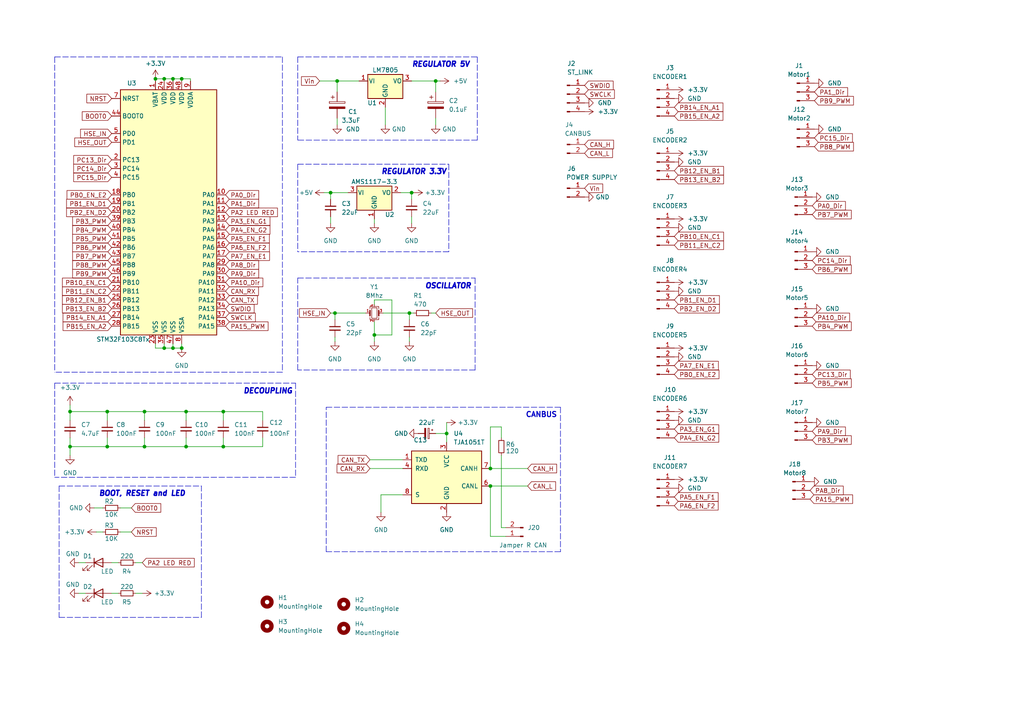
<source format=kicad_sch>
(kicad_sch (version 20211123) (generator eeschema)

  (uuid 6c48449b-9728-461b-a48f-8b0900781529)

  (paper "A4")

  (lib_symbols
    (symbol "Connector:Conn_01x02_Male" (pin_names (offset 1.016) hide) (in_bom yes) (on_board yes)
      (property "Reference" "J" (id 0) (at 0 2.54 0)
        (effects (font (size 1.27 1.27)))
      )
      (property "Value" "Conn_01x02_Male" (id 1) (at 0 -5.08 0)
        (effects (font (size 1.27 1.27)))
      )
      (property "Footprint" "" (id 2) (at 0 0 0)
        (effects (font (size 1.27 1.27)) hide)
      )
      (property "Datasheet" "~" (id 3) (at 0 0 0)
        (effects (font (size 1.27 1.27)) hide)
      )
      (property "ki_keywords" "connector" (id 4) (at 0 0 0)
        (effects (font (size 1.27 1.27)) hide)
      )
      (property "ki_description" "Generic connector, single row, 01x02, script generated (kicad-library-utils/schlib/autogen/connector/)" (id 5) (at 0 0 0)
        (effects (font (size 1.27 1.27)) hide)
      )
      (property "ki_fp_filters" "Connector*:*_1x??_*" (id 6) (at 0 0 0)
        (effects (font (size 1.27 1.27)) hide)
      )
      (symbol "Conn_01x02_Male_1_1"
        (polyline
          (pts
            (xy 1.27 -2.54)
            (xy 0.8636 -2.54)
          )
          (stroke (width 0.1524) (type default) (color 0 0 0 0))
          (fill (type none))
        )
        (polyline
          (pts
            (xy 1.27 0)
            (xy 0.8636 0)
          )
          (stroke (width 0.1524) (type default) (color 0 0 0 0))
          (fill (type none))
        )
        (rectangle (start 0.8636 -2.413) (end 0 -2.667)
          (stroke (width 0.1524) (type default) (color 0 0 0 0))
          (fill (type outline))
        )
        (rectangle (start 0.8636 0.127) (end 0 -0.127)
          (stroke (width 0.1524) (type default) (color 0 0 0 0))
          (fill (type outline))
        )
        (pin passive line (at 5.08 0 180) (length 3.81)
          (name "Pin_1" (effects (font (size 1.27 1.27))))
          (number "1" (effects (font (size 1.27 1.27))))
        )
        (pin passive line (at 5.08 -2.54 180) (length 3.81)
          (name "Pin_2" (effects (font (size 1.27 1.27))))
          (number "2" (effects (font (size 1.27 1.27))))
        )
      )
    )
    (symbol "Connector:Conn_01x03_Male" (pin_names (offset 1.016) hide) (in_bom yes) (on_board yes)
      (property "Reference" "J" (id 0) (at 0 5.08 0)
        (effects (font (size 1.27 1.27)))
      )
      (property "Value" "Conn_01x03_Male" (id 1) (at 0 -5.08 0)
        (effects (font (size 1.27 1.27)))
      )
      (property "Footprint" "" (id 2) (at 0 0 0)
        (effects (font (size 1.27 1.27)) hide)
      )
      (property "Datasheet" "~" (id 3) (at 0 0 0)
        (effects (font (size 1.27 1.27)) hide)
      )
      (property "ki_keywords" "connector" (id 4) (at 0 0 0)
        (effects (font (size 1.27 1.27)) hide)
      )
      (property "ki_description" "Generic connector, single row, 01x03, script generated (kicad-library-utils/schlib/autogen/connector/)" (id 5) (at 0 0 0)
        (effects (font (size 1.27 1.27)) hide)
      )
      (property "ki_fp_filters" "Connector*:*_1x??_*" (id 6) (at 0 0 0)
        (effects (font (size 1.27 1.27)) hide)
      )
      (symbol "Conn_01x03_Male_1_1"
        (polyline
          (pts
            (xy 1.27 -2.54)
            (xy 0.8636 -2.54)
          )
          (stroke (width 0.1524) (type default) (color 0 0 0 0))
          (fill (type none))
        )
        (polyline
          (pts
            (xy 1.27 0)
            (xy 0.8636 0)
          )
          (stroke (width 0.1524) (type default) (color 0 0 0 0))
          (fill (type none))
        )
        (polyline
          (pts
            (xy 1.27 2.54)
            (xy 0.8636 2.54)
          )
          (stroke (width 0.1524) (type default) (color 0 0 0 0))
          (fill (type none))
        )
        (rectangle (start 0.8636 -2.413) (end 0 -2.667)
          (stroke (width 0.1524) (type default) (color 0 0 0 0))
          (fill (type outline))
        )
        (rectangle (start 0.8636 0.127) (end 0 -0.127)
          (stroke (width 0.1524) (type default) (color 0 0 0 0))
          (fill (type outline))
        )
        (rectangle (start 0.8636 2.667) (end 0 2.413)
          (stroke (width 0.1524) (type default) (color 0 0 0 0))
          (fill (type outline))
        )
        (pin passive line (at 5.08 2.54 180) (length 3.81)
          (name "Pin_1" (effects (font (size 1.27 1.27))))
          (number "1" (effects (font (size 1.27 1.27))))
        )
        (pin passive line (at 5.08 0 180) (length 3.81)
          (name "Pin_2" (effects (font (size 1.27 1.27))))
          (number "2" (effects (font (size 1.27 1.27))))
        )
        (pin passive line (at 5.08 -2.54 180) (length 3.81)
          (name "Pin_3" (effects (font (size 1.27 1.27))))
          (number "3" (effects (font (size 1.27 1.27))))
        )
      )
    )
    (symbol "Connector:Conn_01x04_Male" (pin_names (offset 1.016) hide) (in_bom yes) (on_board yes)
      (property "Reference" "J" (id 0) (at 0 5.08 0)
        (effects (font (size 1.27 1.27)))
      )
      (property "Value" "Conn_01x04_Male" (id 1) (at 0 -7.62 0)
        (effects (font (size 1.27 1.27)))
      )
      (property "Footprint" "" (id 2) (at 0 0 0)
        (effects (font (size 1.27 1.27)) hide)
      )
      (property "Datasheet" "~" (id 3) (at 0 0 0)
        (effects (font (size 1.27 1.27)) hide)
      )
      (property "ki_keywords" "connector" (id 4) (at 0 0 0)
        (effects (font (size 1.27 1.27)) hide)
      )
      (property "ki_description" "Generic connector, single row, 01x04, script generated (kicad-library-utils/schlib/autogen/connector/)" (id 5) (at 0 0 0)
        (effects (font (size 1.27 1.27)) hide)
      )
      (property "ki_fp_filters" "Connector*:*_1x??_*" (id 6) (at 0 0 0)
        (effects (font (size 1.27 1.27)) hide)
      )
      (symbol "Conn_01x04_Male_1_1"
        (polyline
          (pts
            (xy 1.27 -5.08)
            (xy 0.8636 -5.08)
          )
          (stroke (width 0.1524) (type default) (color 0 0 0 0))
          (fill (type none))
        )
        (polyline
          (pts
            (xy 1.27 -2.54)
            (xy 0.8636 -2.54)
          )
          (stroke (width 0.1524) (type default) (color 0 0 0 0))
          (fill (type none))
        )
        (polyline
          (pts
            (xy 1.27 0)
            (xy 0.8636 0)
          )
          (stroke (width 0.1524) (type default) (color 0 0 0 0))
          (fill (type none))
        )
        (polyline
          (pts
            (xy 1.27 2.54)
            (xy 0.8636 2.54)
          )
          (stroke (width 0.1524) (type default) (color 0 0 0 0))
          (fill (type none))
        )
        (rectangle (start 0.8636 -4.953) (end 0 -5.207)
          (stroke (width 0.1524) (type default) (color 0 0 0 0))
          (fill (type outline))
        )
        (rectangle (start 0.8636 -2.413) (end 0 -2.667)
          (stroke (width 0.1524) (type default) (color 0 0 0 0))
          (fill (type outline))
        )
        (rectangle (start 0.8636 0.127) (end 0 -0.127)
          (stroke (width 0.1524) (type default) (color 0 0 0 0))
          (fill (type outline))
        )
        (rectangle (start 0.8636 2.667) (end 0 2.413)
          (stroke (width 0.1524) (type default) (color 0 0 0 0))
          (fill (type outline))
        )
        (pin passive line (at 5.08 2.54 180) (length 3.81)
          (name "Pin_1" (effects (font (size 1.27 1.27))))
          (number "1" (effects (font (size 1.27 1.27))))
        )
        (pin passive line (at 5.08 0 180) (length 3.81)
          (name "Pin_2" (effects (font (size 1.27 1.27))))
          (number "2" (effects (font (size 1.27 1.27))))
        )
        (pin passive line (at 5.08 -2.54 180) (length 3.81)
          (name "Pin_3" (effects (font (size 1.27 1.27))))
          (number "3" (effects (font (size 1.27 1.27))))
        )
        (pin passive line (at 5.08 -5.08 180) (length 3.81)
          (name "Pin_4" (effects (font (size 1.27 1.27))))
          (number "4" (effects (font (size 1.27 1.27))))
        )
      )
    )
    (symbol "Device:C_Polarized" (pin_numbers hide) (pin_names (offset 0.254)) (in_bom yes) (on_board yes)
      (property "Reference" "C" (id 0) (at 0.635 2.54 0)
        (effects (font (size 1.27 1.27)) (justify left))
      )
      (property "Value" "C_Polarized" (id 1) (at 0.635 -2.54 0)
        (effects (font (size 1.27 1.27)) (justify left))
      )
      (property "Footprint" "" (id 2) (at 0.9652 -3.81 0)
        (effects (font (size 1.27 1.27)) hide)
      )
      (property "Datasheet" "~" (id 3) (at 0 0 0)
        (effects (font (size 1.27 1.27)) hide)
      )
      (property "ki_keywords" "cap capacitor" (id 4) (at 0 0 0)
        (effects (font (size 1.27 1.27)) hide)
      )
      (property "ki_description" "Polarized capacitor" (id 5) (at 0 0 0)
        (effects (font (size 1.27 1.27)) hide)
      )
      (property "ki_fp_filters" "CP_*" (id 6) (at 0 0 0)
        (effects (font (size 1.27 1.27)) hide)
      )
      (symbol "C_Polarized_0_1"
        (rectangle (start -2.286 0.508) (end 2.286 1.016)
          (stroke (width 0) (type default) (color 0 0 0 0))
          (fill (type none))
        )
        (polyline
          (pts
            (xy -1.778 2.286)
            (xy -0.762 2.286)
          )
          (stroke (width 0) (type default) (color 0 0 0 0))
          (fill (type none))
        )
        (polyline
          (pts
            (xy -1.27 2.794)
            (xy -1.27 1.778)
          )
          (stroke (width 0) (type default) (color 0 0 0 0))
          (fill (type none))
        )
        (rectangle (start 2.286 -0.508) (end -2.286 -1.016)
          (stroke (width 0) (type default) (color 0 0 0 0))
          (fill (type outline))
        )
      )
      (symbol "C_Polarized_1_1"
        (pin passive line (at 0 3.81 270) (length 2.794)
          (name "~" (effects (font (size 1.27 1.27))))
          (number "1" (effects (font (size 1.27 1.27))))
        )
        (pin passive line (at 0 -3.81 90) (length 2.794)
          (name "~" (effects (font (size 1.27 1.27))))
          (number "2" (effects (font (size 1.27 1.27))))
        )
      )
    )
    (symbol "Device:C_Polarized_Small" (pin_numbers hide) (pin_names (offset 0.254) hide) (in_bom yes) (on_board yes)
      (property "Reference" "C" (id 0) (at 0.254 1.778 0)
        (effects (font (size 1.27 1.27)) (justify left))
      )
      (property "Value" "C_Polarized_Small" (id 1) (at 0.254 -2.032 0)
        (effects (font (size 1.27 1.27)) (justify left))
      )
      (property "Footprint" "" (id 2) (at 0 0 0)
        (effects (font (size 1.27 1.27)) hide)
      )
      (property "Datasheet" "~" (id 3) (at 0 0 0)
        (effects (font (size 1.27 1.27)) hide)
      )
      (property "ki_keywords" "cap capacitor" (id 4) (at 0 0 0)
        (effects (font (size 1.27 1.27)) hide)
      )
      (property "ki_description" "Polarized capacitor, small symbol" (id 5) (at 0 0 0)
        (effects (font (size 1.27 1.27)) hide)
      )
      (property "ki_fp_filters" "CP_*" (id 6) (at 0 0 0)
        (effects (font (size 1.27 1.27)) hide)
      )
      (symbol "C_Polarized_Small_0_1"
        (rectangle (start -1.524 -0.3048) (end 1.524 -0.6858)
          (stroke (width 0) (type default) (color 0 0 0 0))
          (fill (type outline))
        )
        (rectangle (start -1.524 0.6858) (end 1.524 0.3048)
          (stroke (width 0) (type default) (color 0 0 0 0))
          (fill (type none))
        )
        (polyline
          (pts
            (xy -1.27 1.524)
            (xy -0.762 1.524)
          )
          (stroke (width 0) (type default) (color 0 0 0 0))
          (fill (type none))
        )
        (polyline
          (pts
            (xy -1.016 1.27)
            (xy -1.016 1.778)
          )
          (stroke (width 0) (type default) (color 0 0 0 0))
          (fill (type none))
        )
      )
      (symbol "C_Polarized_Small_1_1"
        (pin passive line (at 0 2.54 270) (length 1.8542)
          (name "~" (effects (font (size 1.27 1.27))))
          (number "1" (effects (font (size 1.27 1.27))))
        )
        (pin passive line (at 0 -2.54 90) (length 1.8542)
          (name "~" (effects (font (size 1.27 1.27))))
          (number "2" (effects (font (size 1.27 1.27))))
        )
      )
    )
    (symbol "Device:C_Small" (pin_numbers hide) (pin_names (offset 0.254) hide) (in_bom yes) (on_board yes)
      (property "Reference" "C" (id 0) (at 0.254 1.778 0)
        (effects (font (size 1.27 1.27)) (justify left))
      )
      (property "Value" "C_Small" (id 1) (at 0.254 -2.032 0)
        (effects (font (size 1.27 1.27)) (justify left))
      )
      (property "Footprint" "" (id 2) (at 0 0 0)
        (effects (font (size 1.27 1.27)) hide)
      )
      (property "Datasheet" "~" (id 3) (at 0 0 0)
        (effects (font (size 1.27 1.27)) hide)
      )
      (property "ki_keywords" "capacitor cap" (id 4) (at 0 0 0)
        (effects (font (size 1.27 1.27)) hide)
      )
      (property "ki_description" "Unpolarized capacitor, small symbol" (id 5) (at 0 0 0)
        (effects (font (size 1.27 1.27)) hide)
      )
      (property "ki_fp_filters" "C_*" (id 6) (at 0 0 0)
        (effects (font (size 1.27 1.27)) hide)
      )
      (symbol "C_Small_0_1"
        (polyline
          (pts
            (xy -1.524 -0.508)
            (xy 1.524 -0.508)
          )
          (stroke (width 0.3302) (type default) (color 0 0 0 0))
          (fill (type none))
        )
        (polyline
          (pts
            (xy -1.524 0.508)
            (xy 1.524 0.508)
          )
          (stroke (width 0.3048) (type default) (color 0 0 0 0))
          (fill (type none))
        )
      )
      (symbol "C_Small_1_1"
        (pin passive line (at 0 2.54 270) (length 2.032)
          (name "~" (effects (font (size 1.27 1.27))))
          (number "1" (effects (font (size 1.27 1.27))))
        )
        (pin passive line (at 0 -2.54 90) (length 2.032)
          (name "~" (effects (font (size 1.27 1.27))))
          (number "2" (effects (font (size 1.27 1.27))))
        )
      )
    )
    (symbol "Device:Crystal_GND24_Small" (pin_names (offset 1.016) hide) (in_bom yes) (on_board yes)
      (property "Reference" "Y" (id 0) (at 1.27 4.445 0)
        (effects (font (size 1.27 1.27)) (justify left))
      )
      (property "Value" "Crystal_GND24_Small" (id 1) (at 1.27 2.54 0)
        (effects (font (size 1.27 1.27)) (justify left))
      )
      (property "Footprint" "" (id 2) (at 0 0 0)
        (effects (font (size 1.27 1.27)) hide)
      )
      (property "Datasheet" "~" (id 3) (at 0 0 0)
        (effects (font (size 1.27 1.27)) hide)
      )
      (property "ki_keywords" "quartz ceramic resonator oscillator" (id 4) (at 0 0 0)
        (effects (font (size 1.27 1.27)) hide)
      )
      (property "ki_description" "Four pin crystal, GND on pins 2 and 4, small symbol" (id 5) (at 0 0 0)
        (effects (font (size 1.27 1.27)) hide)
      )
      (property "ki_fp_filters" "Crystal*" (id 6) (at 0 0 0)
        (effects (font (size 1.27 1.27)) hide)
      )
      (symbol "Crystal_GND24_Small_0_1"
        (rectangle (start -0.762 -1.524) (end 0.762 1.524)
          (stroke (width 0) (type default) (color 0 0 0 0))
          (fill (type none))
        )
        (polyline
          (pts
            (xy -1.27 -0.762)
            (xy -1.27 0.762)
          )
          (stroke (width 0.381) (type default) (color 0 0 0 0))
          (fill (type none))
        )
        (polyline
          (pts
            (xy 1.27 -0.762)
            (xy 1.27 0.762)
          )
          (stroke (width 0.381) (type default) (color 0 0 0 0))
          (fill (type none))
        )
        (polyline
          (pts
            (xy -1.27 -1.27)
            (xy -1.27 -1.905)
            (xy 1.27 -1.905)
            (xy 1.27 -1.27)
          )
          (stroke (width 0) (type default) (color 0 0 0 0))
          (fill (type none))
        )
        (polyline
          (pts
            (xy -1.27 1.27)
            (xy -1.27 1.905)
            (xy 1.27 1.905)
            (xy 1.27 1.27)
          )
          (stroke (width 0) (type default) (color 0 0 0 0))
          (fill (type none))
        )
      )
      (symbol "Crystal_GND24_Small_1_1"
        (pin passive line (at -2.54 0 0) (length 1.27)
          (name "1" (effects (font (size 1.27 1.27))))
          (number "1" (effects (font (size 0.762 0.762))))
        )
        (pin passive line (at 0 -2.54 90) (length 0.635)
          (name "2" (effects (font (size 1.27 1.27))))
          (number "2" (effects (font (size 0.762 0.762))))
        )
        (pin passive line (at 2.54 0 180) (length 1.27)
          (name "3" (effects (font (size 1.27 1.27))))
          (number "3" (effects (font (size 0.762 0.762))))
        )
        (pin passive line (at 0 2.54 270) (length 0.635)
          (name "4" (effects (font (size 1.27 1.27))))
          (number "4" (effects (font (size 0.762 0.762))))
        )
      )
    )
    (symbol "Device:LED" (pin_numbers hide) (pin_names (offset 1.016) hide) (in_bom yes) (on_board yes)
      (property "Reference" "D" (id 0) (at 0 2.54 0)
        (effects (font (size 1.27 1.27)))
      )
      (property "Value" "LED" (id 1) (at 0 -2.54 0)
        (effects (font (size 1.27 1.27)))
      )
      (property "Footprint" "" (id 2) (at 0 0 0)
        (effects (font (size 1.27 1.27)) hide)
      )
      (property "Datasheet" "~" (id 3) (at 0 0 0)
        (effects (font (size 1.27 1.27)) hide)
      )
      (property "ki_keywords" "LED diode" (id 4) (at 0 0 0)
        (effects (font (size 1.27 1.27)) hide)
      )
      (property "ki_description" "Light emitting diode" (id 5) (at 0 0 0)
        (effects (font (size 1.27 1.27)) hide)
      )
      (property "ki_fp_filters" "LED* LED_SMD:* LED_THT:*" (id 6) (at 0 0 0)
        (effects (font (size 1.27 1.27)) hide)
      )
      (symbol "LED_0_1"
        (polyline
          (pts
            (xy -1.27 -1.27)
            (xy -1.27 1.27)
          )
          (stroke (width 0.254) (type default) (color 0 0 0 0))
          (fill (type none))
        )
        (polyline
          (pts
            (xy -1.27 0)
            (xy 1.27 0)
          )
          (stroke (width 0) (type default) (color 0 0 0 0))
          (fill (type none))
        )
        (polyline
          (pts
            (xy 1.27 -1.27)
            (xy 1.27 1.27)
            (xy -1.27 0)
            (xy 1.27 -1.27)
          )
          (stroke (width 0.254) (type default) (color 0 0 0 0))
          (fill (type none))
        )
        (polyline
          (pts
            (xy -3.048 -0.762)
            (xy -4.572 -2.286)
            (xy -3.81 -2.286)
            (xy -4.572 -2.286)
            (xy -4.572 -1.524)
          )
          (stroke (width 0) (type default) (color 0 0 0 0))
          (fill (type none))
        )
        (polyline
          (pts
            (xy -1.778 -0.762)
            (xy -3.302 -2.286)
            (xy -2.54 -2.286)
            (xy -3.302 -2.286)
            (xy -3.302 -1.524)
          )
          (stroke (width 0) (type default) (color 0 0 0 0))
          (fill (type none))
        )
      )
      (symbol "LED_1_1"
        (pin passive line (at -3.81 0 0) (length 2.54)
          (name "K" (effects (font (size 1.27 1.27))))
          (number "1" (effects (font (size 1.27 1.27))))
        )
        (pin passive line (at 3.81 0 180) (length 2.54)
          (name "A" (effects (font (size 1.27 1.27))))
          (number "2" (effects (font (size 1.27 1.27))))
        )
      )
    )
    (symbol "Device:R_Small" (pin_numbers hide) (pin_names (offset 0.254) hide) (in_bom yes) (on_board yes)
      (property "Reference" "R" (id 0) (at 0.762 0.508 0)
        (effects (font (size 1.27 1.27)) (justify left))
      )
      (property "Value" "R_Small" (id 1) (at 0.762 -1.016 0)
        (effects (font (size 1.27 1.27)) (justify left))
      )
      (property "Footprint" "" (id 2) (at 0 0 0)
        (effects (font (size 1.27 1.27)) hide)
      )
      (property "Datasheet" "~" (id 3) (at 0 0 0)
        (effects (font (size 1.27 1.27)) hide)
      )
      (property "ki_keywords" "R resistor" (id 4) (at 0 0 0)
        (effects (font (size 1.27 1.27)) hide)
      )
      (property "ki_description" "Resistor, small symbol" (id 5) (at 0 0 0)
        (effects (font (size 1.27 1.27)) hide)
      )
      (property "ki_fp_filters" "R_*" (id 6) (at 0 0 0)
        (effects (font (size 1.27 1.27)) hide)
      )
      (symbol "R_Small_0_1"
        (rectangle (start -0.762 1.778) (end 0.762 -1.778)
          (stroke (width 0.2032) (type default) (color 0 0 0 0))
          (fill (type none))
        )
      )
      (symbol "R_Small_1_1"
        (pin passive line (at 0 2.54 270) (length 0.762)
          (name "~" (effects (font (size 1.27 1.27))))
          (number "1" (effects (font (size 1.27 1.27))))
        )
        (pin passive line (at 0 -2.54 90) (length 0.762)
          (name "~" (effects (font (size 1.27 1.27))))
          (number "2" (effects (font (size 1.27 1.27))))
        )
      )
    )
    (symbol "Interface_CAN_LIN:TJA1051T" (pin_names (offset 1.016)) (in_bom yes) (on_board yes)
      (property "Reference" "U" (id 0) (at -10.16 8.89 0)
        (effects (font (size 1.27 1.27)) (justify left))
      )
      (property "Value" "TJA1051T" (id 1) (at 1.27 8.89 0)
        (effects (font (size 1.27 1.27)) (justify left))
      )
      (property "Footprint" "Package_SO:SOIC-8_3.9x4.9mm_P1.27mm" (id 2) (at 0 -12.7 0)
        (effects (font (size 1.27 1.27) italic) hide)
      )
      (property "Datasheet" "http://www.nxp.com/documents/data_sheet/TJA1051.pdf" (id 3) (at 0 0 0)
        (effects (font (size 1.27 1.27)) hide)
      )
      (property "ki_keywords" "High-Speed CAN Transceiver" (id 4) (at 0 0 0)
        (effects (font (size 1.27 1.27)) hide)
      )
      (property "ki_description" "High-Speed CAN Transceiver, silent mode, SOIC-8" (id 5) (at 0 0 0)
        (effects (font (size 1.27 1.27)) hide)
      )
      (property "ki_fp_filters" "SOIC*3.9x4.9mm*P1.27mm*" (id 6) (at 0 0 0)
        (effects (font (size 1.27 1.27)) hide)
      )
      (symbol "TJA1051T_0_1"
        (rectangle (start -10.16 7.62) (end 10.16 -7.62)
          (stroke (width 0.254) (type default) (color 0 0 0 0))
          (fill (type background))
        )
      )
      (symbol "TJA1051T_1_1"
        (pin input line (at -12.7 5.08 0) (length 2.54)
          (name "TXD" (effects (font (size 1.27 1.27))))
          (number "1" (effects (font (size 1.27 1.27))))
        )
        (pin power_in line (at 0 -10.16 90) (length 2.54)
          (name "GND" (effects (font (size 1.27 1.27))))
          (number "2" (effects (font (size 1.27 1.27))))
        )
        (pin power_in line (at 0 10.16 270) (length 2.54)
          (name "VCC" (effects (font (size 1.27 1.27))))
          (number "3" (effects (font (size 1.27 1.27))))
        )
        (pin output line (at -12.7 2.54 0) (length 2.54)
          (name "RXD" (effects (font (size 1.27 1.27))))
          (number "4" (effects (font (size 1.27 1.27))))
        )
        (pin no_connect line (at -12.7 -2.54 0) (length 2.54) hide
          (name "n.c." (effects (font (size 1.27 1.27))))
          (number "5" (effects (font (size 1.27 1.27))))
        )
        (pin bidirectional line (at 12.7 -2.54 180) (length 2.54)
          (name "CANL" (effects (font (size 1.27 1.27))))
          (number "6" (effects (font (size 1.27 1.27))))
        )
        (pin bidirectional line (at 12.7 2.54 180) (length 2.54)
          (name "CANH" (effects (font (size 1.27 1.27))))
          (number "7" (effects (font (size 1.27 1.27))))
        )
        (pin input line (at -12.7 -5.08 0) (length 2.54)
          (name "S" (effects (font (size 1.27 1.27))))
          (number "8" (effects (font (size 1.27 1.27))))
        )
      )
    )
    (symbol "MCU_ST_STM32F1:STM32F103C8Tx" (in_bom yes) (on_board yes)
      (property "Reference" "U" (id 0) (at -15.24 36.83 0)
        (effects (font (size 1.27 1.27)) (justify left))
      )
      (property "Value" "STM32F103C8Tx" (id 1) (at 7.62 36.83 0)
        (effects (font (size 1.27 1.27)) (justify left))
      )
      (property "Footprint" "Package_QFP:LQFP-48_7x7mm_P0.5mm" (id 2) (at -15.24 -35.56 0)
        (effects (font (size 1.27 1.27)) (justify right) hide)
      )
      (property "Datasheet" "http://www.st.com/st-web-ui/static/active/en/resource/technical/document/datasheet/CD00161566.pdf" (id 3) (at 0 0 0)
        (effects (font (size 1.27 1.27)) hide)
      )
      (property "ki_keywords" "ARM Cortex-M3 STM32F1 STM32F103" (id 4) (at 0 0 0)
        (effects (font (size 1.27 1.27)) hide)
      )
      (property "ki_description" "ARM Cortex-M3 MCU, 64KB flash, 20KB RAM, 72MHz, 2-3.6V, 37 GPIO, LQFP-48" (id 5) (at 0 0 0)
        (effects (font (size 1.27 1.27)) hide)
      )
      (property "ki_fp_filters" "LQFP*7x7mm*P0.5mm*" (id 6) (at 0 0 0)
        (effects (font (size 1.27 1.27)) hide)
      )
      (symbol "STM32F103C8Tx_0_1"
        (rectangle (start -15.24 -35.56) (end 12.7 35.56)
          (stroke (width 0.254) (type default) (color 0 0 0 0))
          (fill (type background))
        )
      )
      (symbol "STM32F103C8Tx_1_1"
        (pin power_in line (at -5.08 38.1 270) (length 2.54)
          (name "VBAT" (effects (font (size 1.27 1.27))))
          (number "1" (effects (font (size 1.27 1.27))))
        )
        (pin bidirectional line (at 15.24 5.08 180) (length 2.54)
          (name "PA0" (effects (font (size 1.27 1.27))))
          (number "10" (effects (font (size 1.27 1.27))))
        )
        (pin bidirectional line (at 15.24 2.54 180) (length 2.54)
          (name "PA1" (effects (font (size 1.27 1.27))))
          (number "11" (effects (font (size 1.27 1.27))))
        )
        (pin bidirectional line (at 15.24 0 180) (length 2.54)
          (name "PA2" (effects (font (size 1.27 1.27))))
          (number "12" (effects (font (size 1.27 1.27))))
        )
        (pin bidirectional line (at 15.24 -2.54 180) (length 2.54)
          (name "PA3" (effects (font (size 1.27 1.27))))
          (number "13" (effects (font (size 1.27 1.27))))
        )
        (pin bidirectional line (at 15.24 -5.08 180) (length 2.54)
          (name "PA4" (effects (font (size 1.27 1.27))))
          (number "14" (effects (font (size 1.27 1.27))))
        )
        (pin bidirectional line (at 15.24 -7.62 180) (length 2.54)
          (name "PA5" (effects (font (size 1.27 1.27))))
          (number "15" (effects (font (size 1.27 1.27))))
        )
        (pin bidirectional line (at 15.24 -10.16 180) (length 2.54)
          (name "PA6" (effects (font (size 1.27 1.27))))
          (number "16" (effects (font (size 1.27 1.27))))
        )
        (pin bidirectional line (at 15.24 -12.7 180) (length 2.54)
          (name "PA7" (effects (font (size 1.27 1.27))))
          (number "17" (effects (font (size 1.27 1.27))))
        )
        (pin bidirectional line (at -17.78 5.08 0) (length 2.54)
          (name "PB0" (effects (font (size 1.27 1.27))))
          (number "18" (effects (font (size 1.27 1.27))))
        )
        (pin bidirectional line (at -17.78 2.54 0) (length 2.54)
          (name "PB1" (effects (font (size 1.27 1.27))))
          (number "19" (effects (font (size 1.27 1.27))))
        )
        (pin bidirectional line (at -17.78 15.24 0) (length 2.54)
          (name "PC13" (effects (font (size 1.27 1.27))))
          (number "2" (effects (font (size 1.27 1.27))))
        )
        (pin bidirectional line (at -17.78 0 0) (length 2.54)
          (name "PB2" (effects (font (size 1.27 1.27))))
          (number "20" (effects (font (size 1.27 1.27))))
        )
        (pin bidirectional line (at -17.78 -20.32 0) (length 2.54)
          (name "PB10" (effects (font (size 1.27 1.27))))
          (number "21" (effects (font (size 1.27 1.27))))
        )
        (pin bidirectional line (at -17.78 -22.86 0) (length 2.54)
          (name "PB11" (effects (font (size 1.27 1.27))))
          (number "22" (effects (font (size 1.27 1.27))))
        )
        (pin power_in line (at -5.08 -38.1 90) (length 2.54)
          (name "VSS" (effects (font (size 1.27 1.27))))
          (number "23" (effects (font (size 1.27 1.27))))
        )
        (pin power_in line (at -2.54 38.1 270) (length 2.54)
          (name "VDD" (effects (font (size 1.27 1.27))))
          (number "24" (effects (font (size 1.27 1.27))))
        )
        (pin bidirectional line (at -17.78 -25.4 0) (length 2.54)
          (name "PB12" (effects (font (size 1.27 1.27))))
          (number "25" (effects (font (size 1.27 1.27))))
        )
        (pin bidirectional line (at -17.78 -27.94 0) (length 2.54)
          (name "PB13" (effects (font (size 1.27 1.27))))
          (number "26" (effects (font (size 1.27 1.27))))
        )
        (pin bidirectional line (at -17.78 -30.48 0) (length 2.54)
          (name "PB14" (effects (font (size 1.27 1.27))))
          (number "27" (effects (font (size 1.27 1.27))))
        )
        (pin bidirectional line (at -17.78 -33.02 0) (length 2.54)
          (name "PB15" (effects (font (size 1.27 1.27))))
          (number "28" (effects (font (size 1.27 1.27))))
        )
        (pin bidirectional line (at 15.24 -15.24 180) (length 2.54)
          (name "PA8" (effects (font (size 1.27 1.27))))
          (number "29" (effects (font (size 1.27 1.27))))
        )
        (pin bidirectional line (at -17.78 12.7 0) (length 2.54)
          (name "PC14" (effects (font (size 1.27 1.27))))
          (number "3" (effects (font (size 1.27 1.27))))
        )
        (pin bidirectional line (at 15.24 -17.78 180) (length 2.54)
          (name "PA9" (effects (font (size 1.27 1.27))))
          (number "30" (effects (font (size 1.27 1.27))))
        )
        (pin bidirectional line (at 15.24 -20.32 180) (length 2.54)
          (name "PA10" (effects (font (size 1.27 1.27))))
          (number "31" (effects (font (size 1.27 1.27))))
        )
        (pin bidirectional line (at 15.24 -22.86 180) (length 2.54)
          (name "PA11" (effects (font (size 1.27 1.27))))
          (number "32" (effects (font (size 1.27 1.27))))
        )
        (pin bidirectional line (at 15.24 -25.4 180) (length 2.54)
          (name "PA12" (effects (font (size 1.27 1.27))))
          (number "33" (effects (font (size 1.27 1.27))))
        )
        (pin bidirectional line (at 15.24 -27.94 180) (length 2.54)
          (name "PA13" (effects (font (size 1.27 1.27))))
          (number "34" (effects (font (size 1.27 1.27))))
        )
        (pin power_in line (at -2.54 -38.1 90) (length 2.54)
          (name "VSS" (effects (font (size 1.27 1.27))))
          (number "35" (effects (font (size 1.27 1.27))))
        )
        (pin power_in line (at 0 38.1 270) (length 2.54)
          (name "VDD" (effects (font (size 1.27 1.27))))
          (number "36" (effects (font (size 1.27 1.27))))
        )
        (pin bidirectional line (at 15.24 -30.48 180) (length 2.54)
          (name "PA14" (effects (font (size 1.27 1.27))))
          (number "37" (effects (font (size 1.27 1.27))))
        )
        (pin bidirectional line (at 15.24 -33.02 180) (length 2.54)
          (name "PA15" (effects (font (size 1.27 1.27))))
          (number "38" (effects (font (size 1.27 1.27))))
        )
        (pin bidirectional line (at -17.78 -2.54 0) (length 2.54)
          (name "PB3" (effects (font (size 1.27 1.27))))
          (number "39" (effects (font (size 1.27 1.27))))
        )
        (pin bidirectional line (at -17.78 10.16 0) (length 2.54)
          (name "PC15" (effects (font (size 1.27 1.27))))
          (number "4" (effects (font (size 1.27 1.27))))
        )
        (pin bidirectional line (at -17.78 -5.08 0) (length 2.54)
          (name "PB4" (effects (font (size 1.27 1.27))))
          (number "40" (effects (font (size 1.27 1.27))))
        )
        (pin bidirectional line (at -17.78 -7.62 0) (length 2.54)
          (name "PB5" (effects (font (size 1.27 1.27))))
          (number "41" (effects (font (size 1.27 1.27))))
        )
        (pin bidirectional line (at -17.78 -10.16 0) (length 2.54)
          (name "PB6" (effects (font (size 1.27 1.27))))
          (number "42" (effects (font (size 1.27 1.27))))
        )
        (pin bidirectional line (at -17.78 -12.7 0) (length 2.54)
          (name "PB7" (effects (font (size 1.27 1.27))))
          (number "43" (effects (font (size 1.27 1.27))))
        )
        (pin input line (at -17.78 27.94 0) (length 2.54)
          (name "BOOT0" (effects (font (size 1.27 1.27))))
          (number "44" (effects (font (size 1.27 1.27))))
        )
        (pin bidirectional line (at -17.78 -15.24 0) (length 2.54)
          (name "PB8" (effects (font (size 1.27 1.27))))
          (number "45" (effects (font (size 1.27 1.27))))
        )
        (pin bidirectional line (at -17.78 -17.78 0) (length 2.54)
          (name "PB9" (effects (font (size 1.27 1.27))))
          (number "46" (effects (font (size 1.27 1.27))))
        )
        (pin power_in line (at 0 -38.1 90) (length 2.54)
          (name "VSS" (effects (font (size 1.27 1.27))))
          (number "47" (effects (font (size 1.27 1.27))))
        )
        (pin power_in line (at 2.54 38.1 270) (length 2.54)
          (name "VDD" (effects (font (size 1.27 1.27))))
          (number "48" (effects (font (size 1.27 1.27))))
        )
        (pin input line (at -17.78 22.86 0) (length 2.54)
          (name "PD0" (effects (font (size 1.27 1.27))))
          (number "5" (effects (font (size 1.27 1.27))))
        )
        (pin input line (at -17.78 20.32 0) (length 2.54)
          (name "PD1" (effects (font (size 1.27 1.27))))
          (number "6" (effects (font (size 1.27 1.27))))
        )
        (pin input line (at -17.78 33.02 0) (length 2.54)
          (name "NRST" (effects (font (size 1.27 1.27))))
          (number "7" (effects (font (size 1.27 1.27))))
        )
        (pin power_in line (at 2.54 -38.1 90) (length 2.54)
          (name "VSSA" (effects (font (size 1.27 1.27))))
          (number "8" (effects (font (size 1.27 1.27))))
        )
        (pin power_in line (at 5.08 38.1 270) (length 2.54)
          (name "VDDA" (effects (font (size 1.27 1.27))))
          (number "9" (effects (font (size 1.27 1.27))))
        )
      )
    )
    (symbol "Mechanical:MountingHole" (pin_names (offset 1.016)) (in_bom yes) (on_board yes)
      (property "Reference" "H" (id 0) (at 0 5.08 0)
        (effects (font (size 1.27 1.27)))
      )
      (property "Value" "MountingHole" (id 1) (at 0 3.175 0)
        (effects (font (size 1.27 1.27)))
      )
      (property "Footprint" "" (id 2) (at 0 0 0)
        (effects (font (size 1.27 1.27)) hide)
      )
      (property "Datasheet" "~" (id 3) (at 0 0 0)
        (effects (font (size 1.27 1.27)) hide)
      )
      (property "ki_keywords" "mounting hole" (id 4) (at 0 0 0)
        (effects (font (size 1.27 1.27)) hide)
      )
      (property "ki_description" "Mounting Hole without connection" (id 5) (at 0 0 0)
        (effects (font (size 1.27 1.27)) hide)
      )
      (property "ki_fp_filters" "MountingHole*" (id 6) (at 0 0 0)
        (effects (font (size 1.27 1.27)) hide)
      )
      (symbol "MountingHole_0_1"
        (circle (center 0 0) (radius 1.27)
          (stroke (width 1.27) (type default) (color 0 0 0 0))
          (fill (type none))
        )
      )
    )
    (symbol "Regulator_Linear:AMS1117-3.3" (pin_names (offset 0.254)) (in_bom yes) (on_board yes)
      (property "Reference" "U" (id 0) (at -3.81 3.175 0)
        (effects (font (size 1.27 1.27)))
      )
      (property "Value" "AMS1117-3.3" (id 1) (at 0 3.175 0)
        (effects (font (size 1.27 1.27)) (justify left))
      )
      (property "Footprint" "Package_TO_SOT_SMD:SOT-223-3_TabPin2" (id 2) (at 0 5.08 0)
        (effects (font (size 1.27 1.27)) hide)
      )
      (property "Datasheet" "http://www.advanced-monolithic.com/pdf/ds1117.pdf" (id 3) (at 2.54 -6.35 0)
        (effects (font (size 1.27 1.27)) hide)
      )
      (property "ki_keywords" "linear regulator ldo fixed positive" (id 4) (at 0 0 0)
        (effects (font (size 1.27 1.27)) hide)
      )
      (property "ki_description" "1A Low Dropout regulator, positive, 3.3V fixed output, SOT-223" (id 5) (at 0 0 0)
        (effects (font (size 1.27 1.27)) hide)
      )
      (property "ki_fp_filters" "SOT?223*TabPin2*" (id 6) (at 0 0 0)
        (effects (font (size 1.27 1.27)) hide)
      )
      (symbol "AMS1117-3.3_0_1"
        (rectangle (start -5.08 -5.08) (end 5.08 1.905)
          (stroke (width 0.254) (type default) (color 0 0 0 0))
          (fill (type background))
        )
      )
      (symbol "AMS1117-3.3_1_1"
        (pin power_in line (at 0 -7.62 90) (length 2.54)
          (name "GND" (effects (font (size 1.27 1.27))))
          (number "1" (effects (font (size 1.27 1.27))))
        )
        (pin power_out line (at 7.62 0 180) (length 2.54)
          (name "VO" (effects (font (size 1.27 1.27))))
          (number "2" (effects (font (size 1.27 1.27))))
        )
        (pin power_in line (at -7.62 0 0) (length 2.54)
          (name "VI" (effects (font (size 1.27 1.27))))
          (number "3" (effects (font (size 1.27 1.27))))
        )
      )
    )
    (symbol "Regulator_Linear:LM7805_TO220" (pin_names (offset 0.254)) (in_bom yes) (on_board yes)
      (property "Reference" "U" (id 0) (at -3.81 3.175 0)
        (effects (font (size 1.27 1.27)))
      )
      (property "Value" "LM7805_TO220" (id 1) (at 0 3.175 0)
        (effects (font (size 1.27 1.27)) (justify left))
      )
      (property "Footprint" "Package_TO_SOT_THT:TO-220-3_Vertical" (id 2) (at 0 5.715 0)
        (effects (font (size 1.27 1.27) italic) hide)
      )
      (property "Datasheet" "https://www.onsemi.cn/PowerSolutions/document/MC7800-D.PDF" (id 3) (at 0 -1.27 0)
        (effects (font (size 1.27 1.27)) hide)
      )
      (property "ki_keywords" "Voltage Regulator 1A Positive" (id 4) (at 0 0 0)
        (effects (font (size 1.27 1.27)) hide)
      )
      (property "ki_description" "Positive 1A 35V Linear Regulator, Fixed Output 5V, TO-220" (id 5) (at 0 0 0)
        (effects (font (size 1.27 1.27)) hide)
      )
      (property "ki_fp_filters" "TO?220*" (id 6) (at 0 0 0)
        (effects (font (size 1.27 1.27)) hide)
      )
      (symbol "LM7805_TO220_0_1"
        (rectangle (start -5.08 1.905) (end 5.08 -5.08)
          (stroke (width 0.254) (type default) (color 0 0 0 0))
          (fill (type background))
        )
      )
      (symbol "LM7805_TO220_1_1"
        (pin power_in line (at -7.62 0 0) (length 2.54)
          (name "VI" (effects (font (size 1.27 1.27))))
          (number "1" (effects (font (size 1.27 1.27))))
        )
        (pin power_in line (at 0 -7.62 90) (length 2.54)
          (name "GND" (effects (font (size 1.27 1.27))))
          (number "2" (effects (font (size 1.27 1.27))))
        )
        (pin power_out line (at 7.62 0 180) (length 2.54)
          (name "VO" (effects (font (size 1.27 1.27))))
          (number "3" (effects (font (size 1.27 1.27))))
        )
      )
    )
    (symbol "power:+3.3V" (power) (pin_names (offset 0)) (in_bom yes) (on_board yes)
      (property "Reference" "#PWR" (id 0) (at 0 -3.81 0)
        (effects (font (size 1.27 1.27)) hide)
      )
      (property "Value" "+3.3V" (id 1) (at 0 3.556 0)
        (effects (font (size 1.27 1.27)))
      )
      (property "Footprint" "" (id 2) (at 0 0 0)
        (effects (font (size 1.27 1.27)) hide)
      )
      (property "Datasheet" "" (id 3) (at 0 0 0)
        (effects (font (size 1.27 1.27)) hide)
      )
      (property "ki_keywords" "power-flag" (id 4) (at 0 0 0)
        (effects (font (size 1.27 1.27)) hide)
      )
      (property "ki_description" "Power symbol creates a global label with name \"+3.3V\"" (id 5) (at 0 0 0)
        (effects (font (size 1.27 1.27)) hide)
      )
      (symbol "+3.3V_0_1"
        (polyline
          (pts
            (xy -0.762 1.27)
            (xy 0 2.54)
          )
          (stroke (width 0) (type default) (color 0 0 0 0))
          (fill (type none))
        )
        (polyline
          (pts
            (xy 0 0)
            (xy 0 2.54)
          )
          (stroke (width 0) (type default) (color 0 0 0 0))
          (fill (type none))
        )
        (polyline
          (pts
            (xy 0 2.54)
            (xy 0.762 1.27)
          )
          (stroke (width 0) (type default) (color 0 0 0 0))
          (fill (type none))
        )
      )
      (symbol "+3.3V_1_1"
        (pin power_in line (at 0 0 90) (length 0) hide
          (name "+3.3V" (effects (font (size 1.27 1.27))))
          (number "1" (effects (font (size 1.27 1.27))))
        )
      )
    )
    (symbol "power:+5V" (power) (pin_names (offset 0)) (in_bom yes) (on_board yes)
      (property "Reference" "#PWR" (id 0) (at 0 -3.81 0)
        (effects (font (size 1.27 1.27)) hide)
      )
      (property "Value" "+5V" (id 1) (at 0 3.556 0)
        (effects (font (size 1.27 1.27)))
      )
      (property "Footprint" "" (id 2) (at 0 0 0)
        (effects (font (size 1.27 1.27)) hide)
      )
      (property "Datasheet" "" (id 3) (at 0 0 0)
        (effects (font (size 1.27 1.27)) hide)
      )
      (property "ki_keywords" "power-flag" (id 4) (at 0 0 0)
        (effects (font (size 1.27 1.27)) hide)
      )
      (property "ki_description" "Power symbol creates a global label with name \"+5V\"" (id 5) (at 0 0 0)
        (effects (font (size 1.27 1.27)) hide)
      )
      (symbol "+5V_0_1"
        (polyline
          (pts
            (xy -0.762 1.27)
            (xy 0 2.54)
          )
          (stroke (width 0) (type default) (color 0 0 0 0))
          (fill (type none))
        )
        (polyline
          (pts
            (xy 0 0)
            (xy 0 2.54)
          )
          (stroke (width 0) (type default) (color 0 0 0 0))
          (fill (type none))
        )
        (polyline
          (pts
            (xy 0 2.54)
            (xy 0.762 1.27)
          )
          (stroke (width 0) (type default) (color 0 0 0 0))
          (fill (type none))
        )
      )
      (symbol "+5V_1_1"
        (pin power_in line (at 0 0 90) (length 0) hide
          (name "+5V" (effects (font (size 1.27 1.27))))
          (number "1" (effects (font (size 1.27 1.27))))
        )
      )
    )
    (symbol "power:GND" (power) (pin_names (offset 0)) (in_bom yes) (on_board yes)
      (property "Reference" "#PWR" (id 0) (at 0 -6.35 0)
        (effects (font (size 1.27 1.27)) hide)
      )
      (property "Value" "GND" (id 1) (at 0 -3.81 0)
        (effects (font (size 1.27 1.27)))
      )
      (property "Footprint" "" (id 2) (at 0 0 0)
        (effects (font (size 1.27 1.27)) hide)
      )
      (property "Datasheet" "" (id 3) (at 0 0 0)
        (effects (font (size 1.27 1.27)) hide)
      )
      (property "ki_keywords" "power-flag" (id 4) (at 0 0 0)
        (effects (font (size 1.27 1.27)) hide)
      )
      (property "ki_description" "Power symbol creates a global label with name \"GND\" , ground" (id 5) (at 0 0 0)
        (effects (font (size 1.27 1.27)) hide)
      )
      (symbol "GND_0_1"
        (polyline
          (pts
            (xy 0 0)
            (xy 0 -1.27)
            (xy 1.27 -1.27)
            (xy 0 -2.54)
            (xy -1.27 -1.27)
            (xy 0 -1.27)
          )
          (stroke (width 0) (type default) (color 0 0 0 0))
          (fill (type none))
        )
      )
      (symbol "GND_1_1"
        (pin power_in line (at 0 0 270) (length 0) hide
          (name "GND" (effects (font (size 1.27 1.27))))
          (number "1" (effects (font (size 1.27 1.27))))
        )
      )
    )
  )

  (junction (at 52.705 100.965) (diameter 0) (color 0 0 0 0)
    (uuid 03363bde-47a9-48bc-b63a-437e16e4141c)
  )
  (junction (at 119.38 55.88) (diameter 0) (color 0 0 0 0)
    (uuid 1e53b515-d294-41fa-922a-61d258dd2465)
  )
  (junction (at 53.975 119.38) (diameter 0) (color 0 0 0 0)
    (uuid 1ff82804-7a41-4f2d-b277-abf8d74e1684)
  )
  (junction (at 53.975 129.54) (diameter 0) (color 0 0 0 0)
    (uuid 2c09021f-2a18-4591-862b-fc4df6df5dbf)
  )
  (junction (at 52.705 22.86) (diameter 0) (color 0 0 0 0)
    (uuid 3727df74-2e20-4301-8d96-67f5c011dda5)
  )
  (junction (at 97.79 23.495) (diameter 0) (color 0 0 0 0)
    (uuid 50e82cd6-30c9-47f2-ba00-283c4460219e)
  )
  (junction (at 47.625 22.86) (diameter 0) (color 0 0 0 0)
    (uuid 52a1d0b4-9407-44af-bc4e-8e8c3606d2b1)
  )
  (junction (at 47.625 100.965) (diameter 0) (color 0 0 0 0)
    (uuid 6b39cd6b-5963-42fe-9336-4a2681ebeeb2)
  )
  (junction (at 64.77 129.54) (diameter 0) (color 0 0 0 0)
    (uuid 71214db1-b90a-4150-bca0-1ef5ba168a75)
  )
  (junction (at 129.54 125.73) (diameter 0) (color 0 0 0 0)
    (uuid 73f5e661-9fad-470e-8d78-551fa89eb1c5)
  )
  (junction (at 41.91 119.38) (diameter 0) (color 0 0 0 0)
    (uuid 8a01c6bb-4e94-4ed2-b68a-1f0a15f69276)
  )
  (junction (at 118.745 90.805) (diameter 0) (color 0 0 0 0)
    (uuid 8bb800e9-6f8e-4ba0-9b59-8207f42983f6)
  )
  (junction (at 31.115 119.38) (diameter 0) (color 0 0 0 0)
    (uuid 902fd880-2168-4126-93d3-e70152381f50)
  )
  (junction (at 50.165 22.86) (diameter 0) (color 0 0 0 0)
    (uuid 995ab988-4442-4607-bb12-2b6f0050daff)
  )
  (junction (at 95.885 55.88) (diameter 0) (color 0 0 0 0)
    (uuid 9a24c111-5586-4328-87fc-ea65f95bec16)
  )
  (junction (at 45.085 22.86) (diameter 0) (color 0 0 0 0)
    (uuid a020b79b-9b80-4291-8d49-a581ed954afa)
  )
  (junction (at 142.24 140.97) (diameter 0) (color 0 0 0 0)
    (uuid a4e2504a-590a-4728-83fb-c0435cfe250c)
  )
  (junction (at 64.77 119.38) (diameter 0) (color 0 0 0 0)
    (uuid aa247e2f-f668-4f40-a4c6-3e1ce477b80c)
  )
  (junction (at 50.165 100.965) (diameter 0) (color 0 0 0 0)
    (uuid aaf5c3ce-1a44-4be9-a6b7-a56dc502a971)
  )
  (junction (at 31.115 129.54) (diameter 0) (color 0 0 0 0)
    (uuid b0aa2e82-7769-4410-a84f-04db85cd4bd0)
  )
  (junction (at 20.32 119.38) (diameter 0) (color 0 0 0 0)
    (uuid cf797d00-80f6-43f5-9f81-20e48ddfb561)
  )
  (junction (at 126.365 23.495) (diameter 0) (color 0 0 0 0)
    (uuid dd842b2d-e3b1-4375-a330-8b28fcfcc12d)
  )
  (junction (at 20.32 129.54) (diameter 0) (color 0 0 0 0)
    (uuid ded474ea-9c96-4d01-8967-2525a3367c92)
  )
  (junction (at 97.155 90.805) (diameter 0) (color 0 0 0 0)
    (uuid e3285a61-66fe-49d1-8c3c-00223fef95d9)
  )
  (junction (at 41.91 129.54) (diameter 0) (color 0 0 0 0)
    (uuid e51aec07-44fe-4e86-9991-9d1f82b94ebb)
  )
  (junction (at 108.585 97.155) (diameter 0) (color 0 0 0 0)
    (uuid e7c9c81d-b576-4280-b3b3-20f70ca280e6)
  )
  (junction (at 142.24 135.89) (diameter 0) (color 0 0 0 0)
    (uuid f9b4f2fe-839a-4ba5-8fd5-331bc7881d97)
  )

  (wire (pts (xy 20.32 129.54) (xy 31.115 129.54))
    (stroke (width 0) (type default) (color 0 0 0 0))
    (uuid 010375b8-00b4-4f26-b440-47e9fe5ed0ad)
  )
  (wire (pts (xy 55.245 23.495) (xy 55.245 22.86))
    (stroke (width 0) (type default) (color 0 0 0 0))
    (uuid 01e3bb0c-dd8f-4044-beae-e612516b9fc8)
  )
  (wire (pts (xy 142.24 140.97) (xy 142.24 155.575))
    (stroke (width 0) (type default) (color 0 0 0 0))
    (uuid 03847520-22ea-4acf-a588-c39f72520b08)
  )
  (wire (pts (xy 129.54 122.555) (xy 129.54 125.73))
    (stroke (width 0) (type default) (color 0 0 0 0))
    (uuid 04af024e-0141-43cc-a1b3-5aa0481aa361)
  )
  (wire (pts (xy 145.415 123.825) (xy 145.415 127))
    (stroke (width 0) (type default) (color 0 0 0 0))
    (uuid 05dc957a-9f34-42a2-a5e1-080a79a8ba90)
  )
  (wire (pts (xy 20.32 127) (xy 20.32 129.54))
    (stroke (width 0) (type default) (color 0 0 0 0))
    (uuid 0daa7b13-a5c9-4266-899f-23ee605928dc)
  )
  (wire (pts (xy 146.685 155.575) (xy 142.24 155.575))
    (stroke (width 0) (type default) (color 0 0 0 0))
    (uuid 0f6a7e79-2450-4da1-963e-3567e7b40a18)
  )
  (wire (pts (xy 45.085 100.965) (xy 47.625 100.965))
    (stroke (width 0) (type default) (color 0 0 0 0))
    (uuid 105c3623-d5e0-44bf-8a54-17a3a528f974)
  )
  (wire (pts (xy 41.91 119.38) (xy 41.91 121.92))
    (stroke (width 0) (type default) (color 0 0 0 0))
    (uuid 12b6c943-e892-4e77-a083-632ea5a4b2f1)
  )
  (wire (pts (xy 32.385 172.085) (xy 34.29 172.085))
    (stroke (width 0) (type default) (color 0 0 0 0))
    (uuid 142af788-e2b4-4c4f-97af-ee62f336ba01)
  )
  (wire (pts (xy 53.975 129.54) (xy 64.77 129.54))
    (stroke (width 0) (type default) (color 0 0 0 0))
    (uuid 1444d1f7-9bff-4d18-8b4d-a99e2c6cb234)
  )
  (polyline (pts (xy 81.915 16.51) (xy 81.915 107.95))
    (stroke (width 0) (type default) (color 0 0 0 0))
    (uuid 156a14a7-b8b5-4202-afce-2a2dc49e10b9)
  )

  (wire (pts (xy 64.77 119.38) (xy 64.77 121.92))
    (stroke (width 0) (type default) (color 0 0 0 0))
    (uuid 198e0830-c981-4bfb-b5f6-b3140bd7186b)
  )
  (wire (pts (xy 52.705 22.86) (xy 52.705 23.495))
    (stroke (width 0) (type default) (color 0 0 0 0))
    (uuid 1d50edc8-5c23-4a83-8790-76335aecf1b2)
  )
  (wire (pts (xy 113.665 97.155) (xy 108.585 97.155))
    (stroke (width 0) (type default) (color 0 0 0 0))
    (uuid 1ee9e8b2-75a6-421e-bded-5e15f506940f)
  )
  (wire (pts (xy 22.86 172.085) (xy 24.765 172.085))
    (stroke (width 0) (type default) (color 0 0 0 0))
    (uuid 284c2e40-559b-4184-8fcc-1681b5fb7776)
  )
  (polyline (pts (xy 137.795 107.315) (xy 86.36 107.315))
    (stroke (width 0) (type default) (color 0 0 0 0))
    (uuid 28c3790e-34f1-4a39-9228-e4d8e2308a0d)
  )

  (wire (pts (xy 45.085 23.495) (xy 45.085 22.86))
    (stroke (width 0) (type default) (color 0 0 0 0))
    (uuid 2ced5e51-ee55-4d12-ba2f-6b18ebb0a9e9)
  )
  (polyline (pts (xy 94.615 160.02) (xy 94.615 118.11))
    (stroke (width 0) (type default) (color 0 0 0 0))
    (uuid 2d0b7cc1-ad0c-43b0-8baf-273ffd26bdbc)
  )

  (wire (pts (xy 50.165 22.86) (xy 50.165 23.495))
    (stroke (width 0) (type default) (color 0 0 0 0))
    (uuid 31de85df-8a73-4fb4-9898-aa18e86d92b4)
  )
  (wire (pts (xy 107.315 133.35) (xy 116.84 133.35))
    (stroke (width 0) (type default) (color 0 0 0 0))
    (uuid 3367faaf-bc55-433d-94d4-8b0f9ac7850b)
  )
  (wire (pts (xy 100.965 55.88) (xy 95.885 55.88))
    (stroke (width 0) (type default) (color 0 0 0 0))
    (uuid 354d5d4f-13ba-492d-bee7-298dce3f09ed)
  )
  (wire (pts (xy 64.77 127) (xy 64.77 129.54))
    (stroke (width 0) (type default) (color 0 0 0 0))
    (uuid 36c1822a-c7f2-43dd-9c1a-30e7871e1d5c)
  )
  (wire (pts (xy 20.32 129.54) (xy 20.32 132.08))
    (stroke (width 0) (type default) (color 0 0 0 0))
    (uuid 379d5ebc-a264-4d67-af19-dada2444bfb9)
  )
  (wire (pts (xy 108.585 64.77) (xy 108.585 63.5))
    (stroke (width 0) (type default) (color 0 0 0 0))
    (uuid 38bd31e9-cd7a-4db2-871b-b56b7a10afc9)
  )
  (wire (pts (xy 97.79 23.495) (xy 97.79 26.67))
    (stroke (width 0) (type default) (color 0 0 0 0))
    (uuid 3ae7427a-9333-4cdc-9b7c-c39e7b4766ec)
  )
  (wire (pts (xy 64.77 129.54) (xy 76.2 129.54))
    (stroke (width 0) (type default) (color 0 0 0 0))
    (uuid 3b962623-b017-4855-9a5f-946e82b56ee7)
  )
  (wire (pts (xy 39.37 163.195) (xy 41.275 163.195))
    (stroke (width 0) (type default) (color 0 0 0 0))
    (uuid 3da5b589-f6b5-4c08-972f-c4fb93079451)
  )
  (wire (pts (xy 38.1 147.32) (xy 34.925 147.32))
    (stroke (width 0) (type default) (color 0 0 0 0))
    (uuid 3dfeb3b2-c34e-40de-955a-baadc0edfab3)
  )
  (wire (pts (xy 20.32 119.38) (xy 20.32 121.92))
    (stroke (width 0) (type default) (color 0 0 0 0))
    (uuid 3e584860-aafd-4f96-84cd-61ece91a1714)
  )
  (wire (pts (xy 95.885 55.88) (xy 95.885 57.785))
    (stroke (width 0) (type default) (color 0 0 0 0))
    (uuid 3e806976-5b8f-4fe8-b187-cf447e294b21)
  )
  (polyline (pts (xy 138.43 40.64) (xy 86.36 40.64))
    (stroke (width 0) (type default) (color 0 0 0 0))
    (uuid 42026d78-6782-44df-976c-16e5bfe5d779)
  )
  (polyline (pts (xy 94.615 118.11) (xy 162.56 118.11))
    (stroke (width 0) (type default) (color 0 0 0 0))
    (uuid 4364e7f8-da92-44c2-8cf1-4b43b5d20fc5)
  )
  (polyline (pts (xy 86.36 47.625) (xy 86.36 73.025))
    (stroke (width 0) (type default) (color 0 0 0 0))
    (uuid 44a12a32-6009-4da7-a39f-999e4f74103c)
  )

  (wire (pts (xy 53.975 127) (xy 53.975 129.54))
    (stroke (width 0) (type default) (color 0 0 0 0))
    (uuid 459bba92-c853-4825-986c-d4a0fbb21766)
  )
  (polyline (pts (xy 86.36 80.645) (xy 137.795 80.645))
    (stroke (width 0) (type default) (color 0 0 0 0))
    (uuid 4707e541-d60f-440b-afd6-f427d4c770d6)
  )

  (wire (pts (xy 76.2 119.38) (xy 64.77 119.38))
    (stroke (width 0) (type default) (color 0 0 0 0))
    (uuid 4e2894e1-f3da-4bb0-88e0-930cdf7bf8a3)
  )
  (wire (pts (xy 92.71 23.495) (xy 97.79 23.495))
    (stroke (width 0) (type default) (color 0 0 0 0))
    (uuid 4e7b4bd4-2bd4-4b75-8f87-b9cc246f4a57)
  )
  (polyline (pts (xy 86.36 47.625) (xy 130.175 47.625))
    (stroke (width 0) (type default) (color 0 0 0 0))
    (uuid 4f463b95-5e6d-4509-bc10-12b4bf9291e9)
  )
  (polyline (pts (xy 130.175 47.625) (xy 130.175 73.025))
    (stroke (width 0) (type default) (color 0 0 0 0))
    (uuid 4f951f88-ba31-4cdb-95a8-74753df4279d)
  )
  (polyline (pts (xy 162.56 118.11) (xy 162.56 160.02))
    (stroke (width 0) (type default) (color 0 0 0 0))
    (uuid 50dc4e5e-3e82-4219-b176-4d4eb419c439)
  )

  (wire (pts (xy 31.115 129.54) (xy 41.91 129.54))
    (stroke (width 0) (type default) (color 0 0 0 0))
    (uuid 540c2294-4d90-497c-bc0b-c2dc248ff406)
  )
  (wire (pts (xy 142.24 140.97) (xy 153.035 140.97))
    (stroke (width 0) (type default) (color 0 0 0 0))
    (uuid 54dcafbe-5120-45a4-bde0-3e8bf670bff1)
  )
  (wire (pts (xy 97.79 34.29) (xy 97.79 36.195))
    (stroke (width 0) (type default) (color 0 0 0 0))
    (uuid 57c83e92-bc26-4280-a934-ed004e2c0b94)
  )
  (wire (pts (xy 142.24 135.89) (xy 153.035 135.89))
    (stroke (width 0) (type default) (color 0 0 0 0))
    (uuid 59810458-60be-4824-ae89-d2c94991822c)
  )
  (wire (pts (xy 52.705 99.695) (xy 52.705 100.965))
    (stroke (width 0) (type default) (color 0 0 0 0))
    (uuid 5f100522-14ba-4de5-8d08-388d6a01eaee)
  )
  (wire (pts (xy 119.38 64.77) (xy 119.38 62.865))
    (stroke (width 0) (type default) (color 0 0 0 0))
    (uuid 5f5acddc-6857-44c1-8354-26136a961caa)
  )
  (wire (pts (xy 64.77 119.38) (xy 53.975 119.38))
    (stroke (width 0) (type default) (color 0 0 0 0))
    (uuid 61d56fcc-e9c6-4d3f-aa42-e9192a67fbfe)
  )
  (wire (pts (xy 110.49 143.51) (xy 110.49 148.59))
    (stroke (width 0) (type default) (color 0 0 0 0))
    (uuid 65c8df95-426c-464a-ad5c-d05b49444dda)
  )
  (wire (pts (xy 108.585 88.265) (xy 108.585 86.995))
    (stroke (width 0) (type default) (color 0 0 0 0))
    (uuid 67dd4ebb-c8f9-4a0f-b35d-e3957347d03a)
  )
  (wire (pts (xy 126.365 34.29) (xy 126.365 36.195))
    (stroke (width 0) (type default) (color 0 0 0 0))
    (uuid 689fb07c-d83b-487b-9c04-7365284ab449)
  )
  (wire (pts (xy 113.665 86.995) (xy 113.665 97.155))
    (stroke (width 0) (type default) (color 0 0 0 0))
    (uuid 6b454ef8-de05-44c1-a62a-621fb33ef3e3)
  )
  (wire (pts (xy 93.98 55.88) (xy 95.885 55.88))
    (stroke (width 0) (type default) (color 0 0 0 0))
    (uuid 6d981ea0-c77a-48ce-9468-781a1b50c037)
  )
  (wire (pts (xy 126.365 23.495) (xy 127.635 23.495))
    (stroke (width 0) (type default) (color 0 0 0 0))
    (uuid 6df0ce13-ddc4-4477-85f2-b856a547f2eb)
  )
  (polyline (pts (xy 130.175 73.025) (xy 86.36 73.025))
    (stroke (width 0) (type default) (color 0 0 0 0))
    (uuid 6ebd3e99-1c32-4593-a00a-1867e893649f)
  )
  (polyline (pts (xy 58.42 179.07) (xy 58.42 140.97))
    (stroke (width 0) (type default) (color 0 0 0 0))
    (uuid 6fc88362-41fb-4bb1-97e6-1acb3577a045)
  )

  (wire (pts (xy 32.385 163.195) (xy 34.29 163.195))
    (stroke (width 0) (type default) (color 0 0 0 0))
    (uuid 702d9d59-4127-4d26-a44c-9766730710cf)
  )
  (wire (pts (xy 47.625 99.695) (xy 47.625 100.965))
    (stroke (width 0) (type default) (color 0 0 0 0))
    (uuid 73399a56-38e1-44cb-86f3-a75f4cd4425f)
  )
  (polyline (pts (xy 81.915 107.95) (xy 15.875 107.95))
    (stroke (width 0) (type default) (color 0 0 0 0))
    (uuid 769fa5ce-5392-4dea-a20c-c4708e9d16d8)
  )
  (polyline (pts (xy 15.875 111.125) (xy 15.875 138.43))
    (stroke (width 0) (type default) (color 0 0 0 0))
    (uuid 77ad7890-5102-4ad3-b2fd-2bf010ef595a)
  )
  (polyline (pts (xy 162.56 160.02) (xy 94.615 160.02))
    (stroke (width 0) (type default) (color 0 0 0 0))
    (uuid 7a217ce7-48a0-43a8-8036-77600e15213d)
  )

  (wire (pts (xy 47.625 100.965) (xy 50.165 100.965))
    (stroke (width 0) (type default) (color 0 0 0 0))
    (uuid 822cb429-b122-4fe8-a791-8f5a9bccb3cb)
  )
  (wire (pts (xy 142.24 123.825) (xy 142.24 135.89))
    (stroke (width 0) (type default) (color 0 0 0 0))
    (uuid 8619c00d-0456-43ac-848b-e1453e2aca8c)
  )
  (wire (pts (xy 50.165 99.695) (xy 50.165 100.965))
    (stroke (width 0) (type default) (color 0 0 0 0))
    (uuid 88641835-6322-44a8-97d1-5ae6957beaf5)
  )
  (wire (pts (xy 108.585 86.995) (xy 113.665 86.995))
    (stroke (width 0) (type default) (color 0 0 0 0))
    (uuid 8a214ed4-4a9a-4a4c-b978-defcd9696669)
  )
  (wire (pts (xy 45.085 22.86) (xy 47.625 22.86))
    (stroke (width 0) (type default) (color 0 0 0 0))
    (uuid 8dca111b-2aa4-4828-92ad-8b9ab121e6e4)
  )
  (polyline (pts (xy 86.36 107.315) (xy 86.36 80.645))
    (stroke (width 0) (type default) (color 0 0 0 0))
    (uuid 8e31217a-ce48-48b9-bcd1-68c2ed62b6bb)
  )

  (wire (pts (xy 53.975 119.38) (xy 41.91 119.38))
    (stroke (width 0) (type default) (color 0 0 0 0))
    (uuid 8f979fa6-78af-45e3-b327-73ae39135b1c)
  )
  (wire (pts (xy 118.745 90.805) (xy 120.015 90.805))
    (stroke (width 0) (type default) (color 0 0 0 0))
    (uuid 902047fe-1238-4a20-93e1-c282f9b795ac)
  )
  (polyline (pts (xy 15.875 16.51) (xy 15.875 107.95))
    (stroke (width 0) (type default) (color 0 0 0 0))
    (uuid 93ce6a6e-2537-42d8-8226-a107d089e4c8)
  )
  (polyline (pts (xy 138.43 16.51) (xy 138.43 40.64))
    (stroke (width 0) (type default) (color 0 0 0 0))
    (uuid 93fa83a7-f34a-4d83-88d5-3f1fb89bc14f)
  )
  (polyline (pts (xy 17.145 140.97) (xy 17.145 179.07))
    (stroke (width 0) (type default) (color 0 0 0 0))
    (uuid 94080d17-a955-4772-9866-7eec5380f6ef)
  )
  (polyline (pts (xy 86.36 16.51) (xy 138.43 16.51))
    (stroke (width 0) (type default) (color 0 0 0 0))
    (uuid 9433e2bf-268b-4744-9513-1310b11f9836)
  )

  (wire (pts (xy 119.38 55.88) (xy 119.38 57.785))
    (stroke (width 0) (type default) (color 0 0 0 0))
    (uuid 95650794-e21d-444d-bd88-1a39eeacb468)
  )
  (wire (pts (xy 126.365 125.73) (xy 129.54 125.73))
    (stroke (width 0) (type default) (color 0 0 0 0))
    (uuid 958f04e4-16ec-4c8d-8700-a515b6b2a8ec)
  )
  (wire (pts (xy 116.205 55.88) (xy 119.38 55.88))
    (stroke (width 0) (type default) (color 0 0 0 0))
    (uuid 96b5def7-068e-4490-9bb3-d7c46550ab2a)
  )
  (polyline (pts (xy 15.875 16.51) (xy 81.915 16.51))
    (stroke (width 0) (type default) (color 0 0 0 0))
    (uuid 96b716e4-6bb4-4cf3-af28-7e78a46852fe)
  )

  (wire (pts (xy 97.155 90.805) (xy 106.045 90.805))
    (stroke (width 0) (type default) (color 0 0 0 0))
    (uuid 99b13864-e7dc-4dcb-b94b-5d282c6f469d)
  )
  (wire (pts (xy 76.2 121.92) (xy 76.2 119.38))
    (stroke (width 0) (type default) (color 0 0 0 0))
    (uuid 9ac779a0-1add-4248-8800-51e7193a744b)
  )
  (wire (pts (xy 53.975 119.38) (xy 53.975 121.92))
    (stroke (width 0) (type default) (color 0 0 0 0))
    (uuid 9d5f2150-daa3-4017-b20a-8a49f66ca57d)
  )
  (wire (pts (xy 95.885 64.77) (xy 95.885 62.865))
    (stroke (width 0) (type default) (color 0 0 0 0))
    (uuid 9e04f970-0061-4784-b8f0-17dcfdf66dfd)
  )
  (wire (pts (xy 38.1 154.305) (xy 34.925 154.305))
    (stroke (width 0) (type default) (color 0 0 0 0))
    (uuid 9fd2e734-2ac6-404a-b2ce-9e7d0cd05296)
  )
  (wire (pts (xy 118.745 90.805) (xy 118.745 92.71))
    (stroke (width 0) (type default) (color 0 0 0 0))
    (uuid a06eabc9-5db6-419a-a0f7-e1f1eca899a7)
  )
  (wire (pts (xy 47.625 22.86) (xy 47.625 23.495))
    (stroke (width 0) (type default) (color 0 0 0 0))
    (uuid a0b3028d-14bf-461d-8a5d-73d77e1ace47)
  )
  (wire (pts (xy 118.745 97.79) (xy 118.745 99.06))
    (stroke (width 0) (type default) (color 0 0 0 0))
    (uuid a25ec56a-740a-4783-ac36-8005c36f3e96)
  )
  (wire (pts (xy 145.415 153.035) (xy 146.685 153.035))
    (stroke (width 0) (type default) (color 0 0 0 0))
    (uuid a620e9c3-d968-4685-97bd-fda7da0c85f1)
  )
  (polyline (pts (xy 17.145 140.97) (xy 58.42 140.97))
    (stroke (width 0) (type default) (color 0 0 0 0))
    (uuid aefcced0-0a8e-45f7-ad02-322e7b8b7f98)
  )

  (wire (pts (xy 111.76 31.115) (xy 111.76 36.195))
    (stroke (width 0) (type default) (color 0 0 0 0))
    (uuid b0eec736-81bd-48c0-a53f-cdd0dc5efa75)
  )
  (wire (pts (xy 41.91 129.54) (xy 53.975 129.54))
    (stroke (width 0) (type default) (color 0 0 0 0))
    (uuid b1466860-b8c8-4131-b217-cf6a2e831d49)
  )
  (wire (pts (xy 145.415 153.035) (xy 145.415 132.08))
    (stroke (width 0) (type default) (color 0 0 0 0))
    (uuid b5811e06-1904-4641-8adb-25ed4c66e0f6)
  )
  (wire (pts (xy 39.37 172.085) (xy 41.275 172.085))
    (stroke (width 0) (type default) (color 0 0 0 0))
    (uuid b5baf8fc-2c5f-4123-b06f-684d89b4a667)
  )
  (polyline (pts (xy 15.875 111.125) (xy 85.725 111.125))
    (stroke (width 0) (type default) (color 0 0 0 0))
    (uuid b7087a30-303e-4f86-860f-3ff2e0cb8dba)
  )

  (wire (pts (xy 111.125 90.805) (xy 118.745 90.805))
    (stroke (width 0) (type default) (color 0 0 0 0))
    (uuid b9fcfbcd-c28c-4bfc-8854-dcb557875d18)
  )
  (wire (pts (xy 41.91 127) (xy 41.91 129.54))
    (stroke (width 0) (type default) (color 0 0 0 0))
    (uuid bb28b080-7d68-4912-bbe0-26051e2b6bbb)
  )
  (wire (pts (xy 20.32 117.475) (xy 20.32 119.38))
    (stroke (width 0) (type default) (color 0 0 0 0))
    (uuid bc0b9fe2-a515-4e80-9419-fdf0cfe67020)
  )
  (wire (pts (xy 126.365 23.495) (xy 119.38 23.495))
    (stroke (width 0) (type default) (color 0 0 0 0))
    (uuid bc9ca1df-92fe-4449-bf6a-2485b969a74b)
  )
  (polyline (pts (xy 86.36 16.51) (xy 86.36 40.64))
    (stroke (width 0) (type default) (color 0 0 0 0))
    (uuid bd2189ee-6b22-46ef-a073-82809f7de269)
  )

  (wire (pts (xy 95.885 90.805) (xy 97.155 90.805))
    (stroke (width 0) (type default) (color 0 0 0 0))
    (uuid c0717c7a-e6d6-48a4-bf3a-8e6939e2bd71)
  )
  (wire (pts (xy 76.2 129.54) (xy 76.2 127))
    (stroke (width 0) (type default) (color 0 0 0 0))
    (uuid c2511046-ef7d-4959-915d-85389879fbb4)
  )
  (wire (pts (xy 55.245 22.86) (xy 52.705 22.86))
    (stroke (width 0) (type default) (color 0 0 0 0))
    (uuid c478352a-038c-4203-a1e3-a9795873ece9)
  )
  (wire (pts (xy 29.845 147.32) (xy 27.305 147.32))
    (stroke (width 0) (type default) (color 0 0 0 0))
    (uuid c482f985-3460-4a80-8ed7-c48d91a703ca)
  )
  (wire (pts (xy 31.115 127) (xy 31.115 129.54))
    (stroke (width 0) (type default) (color 0 0 0 0))
    (uuid c580f265-c213-4992-a6fc-3109c901223c)
  )
  (wire (pts (xy 126.365 26.67) (xy 126.365 23.495))
    (stroke (width 0) (type default) (color 0 0 0 0))
    (uuid ca209b7e-dab6-40da-8b71-49752f018caf)
  )
  (wire (pts (xy 107.315 135.89) (xy 116.84 135.89))
    (stroke (width 0) (type default) (color 0 0 0 0))
    (uuid cb25cca9-670e-48c5-8f52-888512905f31)
  )
  (wire (pts (xy 110.49 143.51) (xy 116.84 143.51))
    (stroke (width 0) (type default) (color 0 0 0 0))
    (uuid cb732f96-5a40-4c33-a979-164b3246b156)
  )
  (wire (pts (xy 29.845 154.305) (xy 27.94 154.305))
    (stroke (width 0) (type default) (color 0 0 0 0))
    (uuid cef5d68b-ff9c-4f1f-be4a-21a76bd703d1)
  )
  (wire (pts (xy 120.015 55.88) (xy 119.38 55.88))
    (stroke (width 0) (type default) (color 0 0 0 0))
    (uuid d21b0ba4-88d3-4d24-bd79-6de9dc53bf2f)
  )
  (wire (pts (xy 129.54 125.73) (xy 129.54 128.27))
    (stroke (width 0) (type default) (color 0 0 0 0))
    (uuid d40362bc-7f6d-4202-8fab-4c89c63ef39c)
  )
  (wire (pts (xy 108.585 97.155) (xy 108.585 99.06))
    (stroke (width 0) (type default) (color 0 0 0 0))
    (uuid d7c94cb6-3674-4d39-a13a-7480b7c8e58a)
  )
  (wire (pts (xy 142.24 123.825) (xy 145.415 123.825))
    (stroke (width 0) (type default) (color 0 0 0 0))
    (uuid dd3902ae-a6ad-43b3-ba61-9890ff2a2a94)
  )
  (wire (pts (xy 45.085 99.695) (xy 45.085 100.965))
    (stroke (width 0) (type default) (color 0 0 0 0))
    (uuid de83cb61-6654-4576-9e1e-6e132aa68e60)
  )
  (wire (pts (xy 97.155 90.805) (xy 97.155 92.71))
    (stroke (width 0) (type default) (color 0 0 0 0))
    (uuid e0752b24-f267-42db-a572-a7d66756bc82)
  )
  (wire (pts (xy 104.14 23.495) (xy 97.79 23.495))
    (stroke (width 0) (type default) (color 0 0 0 0))
    (uuid e347f29b-dcc3-4630-b971-9ef4d457dcb1)
  )
  (wire (pts (xy 41.91 119.38) (xy 31.115 119.38))
    (stroke (width 0) (type default) (color 0 0 0 0))
    (uuid e7e5dfc3-7489-44be-a85c-3218135f3292)
  )
  (wire (pts (xy 97.155 97.79) (xy 97.155 99.06))
    (stroke (width 0) (type default) (color 0 0 0 0))
    (uuid e814840c-93fe-4286-9ecb-2ab9a6e4f0a9)
  )
  (polyline (pts (xy 85.725 138.43) (xy 15.875 138.43))
    (stroke (width 0) (type default) (color 0 0 0 0))
    (uuid ec5b7935-5267-4e83-9f4b-c365a76405eb)
  )
  (polyline (pts (xy 17.145 179.07) (xy 58.42 179.07))
    (stroke (width 0) (type default) (color 0 0 0 0))
    (uuid edb345ac-a904-4cf0-a42a-01dee743874d)
  )

  (wire (pts (xy 22.86 163.195) (xy 24.765 163.195))
    (stroke (width 0) (type default) (color 0 0 0 0))
    (uuid ee7fa9fd-f078-428c-9b47-7e84008c22c4)
  )
  (polyline (pts (xy 137.795 80.645) (xy 137.795 107.315))
    (stroke (width 0) (type default) (color 0 0 0 0))
    (uuid ef4cc500-cd9b-4c2c-983d-4656d1cb3294)
  )

  (wire (pts (xy 108.585 93.345) (xy 108.585 97.155))
    (stroke (width 0) (type default) (color 0 0 0 0))
    (uuid f07d9da9-2fac-448a-be0b-7e0aaa167efb)
  )
  (wire (pts (xy 50.165 100.965) (xy 52.705 100.965))
    (stroke (width 0) (type default) (color 0 0 0 0))
    (uuid f21afed7-3e38-4f9c-b3b4-ebc9a70611ae)
  )
  (polyline (pts (xy 85.725 111.125) (xy 85.725 138.43))
    (stroke (width 0) (type default) (color 0 0 0 0))
    (uuid f86b040a-0772-4628-9b60-f517ccab894c)
  )

  (wire (pts (xy 47.625 22.86) (xy 50.165 22.86))
    (stroke (width 0) (type default) (color 0 0 0 0))
    (uuid f8aec64d-51c8-4cd4-8ac6-de414c1973b0)
  )
  (wire (pts (xy 52.705 22.86) (xy 50.165 22.86))
    (stroke (width 0) (type default) (color 0 0 0 0))
    (uuid f9e4f373-8bd5-40c6-834d-234e1699cebc)
  )
  (wire (pts (xy 126.365 90.805) (xy 125.095 90.805))
    (stroke (width 0) (type default) (color 0 0 0 0))
    (uuid fae74bd1-be84-4f45-9003-5be659dbe40a)
  )
  (wire (pts (xy 20.32 119.38) (xy 31.115 119.38))
    (stroke (width 0) (type default) (color 0 0 0 0))
    (uuid fbe855fb-d795-439f-8d40-b52ab525f512)
  )
  (wire (pts (xy 31.115 119.38) (xy 31.115 121.92))
    (stroke (width 0) (type default) (color 0 0 0 0))
    (uuid fc6c6639-a9d9-4ca1-b4ed-29e535eacd7e)
  )

  (text "REGULATOR 3.3V\n" (at 110.49 50.8 0)
    (effects (font (size 1.5 1.5) (thickness 0.4) bold italic) (justify left bottom))
    (uuid 4a2c7ce7-a222-4d7a-b037-6fdb43eab09d)
  )
  (text "BOOT, RESET and LED  " (at 28.575 144.145 0)
    (effects (font (size 1.5 1.5) (thickness 0.4) bold italic) (justify left bottom))
    (uuid 65475077-28e9-465f-95da-128cc3b94c57)
  )
  (text "OSCILLATOR\n\n" (at 123.19 86.36 0)
    (effects (font (size 1.5 1.5) (thickness 0.4) bold italic) (justify left bottom))
    (uuid 8fea15eb-b2eb-48c2-a66e-9745d52641cd)
  )
  (text "CANBUS\n" (at 152.4 121.285 0)
    (effects (font (size 1.5 1.5) bold) (justify left bottom))
    (uuid 9e805b42-bbf0-47c0-9dc2-cc4a7ca76628)
  )
  (text "DECOUPLING\n\n" (at 70.485 116.84 0)
    (effects (font (size 1.5 1.5) (thickness 0.4) bold italic) (justify left bottom))
    (uuid b62b3314-6c88-4e63-9fad-506332a080f8)
  )
  (text "REGULATOR 5V\n" (at 119.38 19.685 0)
    (effects (font (size 1.5 1.5) (thickness 0.4) bold italic) (justify left bottom))
    (uuid fa7b3768-f41b-4ce3-ac20-4d2af5951bd2)
  )

  (global_label "PB2_EN_D2" (shape input) (at 32.385 61.595 180) (fields_autoplaced)
    (effects (font (size 1.27 1.27)) (justify right))
    (uuid 02bc3604-ccc0-4283-a90c-1f5f1696a379)
    (property "Intersheet References" "${INTERSHEET_REFS}" (id 0) (at 19.3281 61.5156 0)
      (effects (font (size 1.27 1.27)) (justify right) hide)
    )
  )
  (global_label "PB7_PWM" (shape input) (at 235.585 62.23 0) (fields_autoplaced)
    (effects (font (size 1.27 1.27)) (justify left))
    (uuid 0f5385f0-6e4c-4522-ae15-0bbaec86d734)
    (property "Intersheet References" "${INTERSHEET_REFS}" (id 0) (at 246.8881 62.3094 0)
      (effects (font (size 1.27 1.27)) (justify left) hide)
    )
  )
  (global_label "PB15_EN_A2" (shape input) (at 195.58 33.655 0) (fields_autoplaced)
    (effects (font (size 1.27 1.27)) (justify left))
    (uuid 124704e0-25f5-4d33-854c-2310ce991996)
    (property "Intersheet References" "${INTERSHEET_REFS}" (id 0) (at 209.665 33.5756 0)
      (effects (font (size 1.27 1.27)) (justify left) hide)
    )
  )
  (global_label "PC13_Dir" (shape input) (at 235.585 108.585 0) (fields_autoplaced)
    (effects (font (size 1.27 1.27)) (justify left))
    (uuid 1990f916-6028-4bc9-b3cf-4ffa815e0aba)
    (property "Intersheet References" "${INTERSHEET_REFS}" (id 0) (at 246.5857 108.6644 0)
      (effects (font (size 1.27 1.27)) (justify left) hide)
    )
  )
  (global_label "NRST" (shape input) (at 32.385 28.575 180) (fields_autoplaced)
    (effects (font (size 1.27 1.27)) (justify right))
    (uuid 1b52ac3a-ede8-4627-9ea2-ed4adf4ca5aa)
    (property "Intersheet References" "${INTERSHEET_REFS}" (id 0) (at 25.1943 28.4956 0)
      (effects (font (size 1.27 1.27)) (justify right) hide)
    )
  )
  (global_label "PB14_EN_A1" (shape input) (at 32.385 92.075 180) (fields_autoplaced)
    (effects (font (size 1.27 1.27)) (justify right))
    (uuid 20b48830-5449-41d9-9d37-8e16cfb171ba)
    (property "Intersheet References" "${INTERSHEET_REFS}" (id 0) (at 18.3 91.9956 0)
      (effects (font (size 1.27 1.27)) (justify right) hide)
    )
  )
  (global_label "PB6_PWM" (shape input) (at 235.585 78.105 0) (fields_autoplaced)
    (effects (font (size 1.27 1.27)) (justify left))
    (uuid 215ea171-be7b-4262-aa09-95cee28b5ded)
    (property "Intersheet References" "${INTERSHEET_REFS}" (id 0) (at 246.8881 78.1844 0)
      (effects (font (size 1.27 1.27)) (justify left) hide)
    )
  )
  (global_label "PC15_Dir" (shape input) (at 32.385 51.435 180) (fields_autoplaced)
    (effects (font (size 1.27 1.27)) (justify right))
    (uuid 29937c4b-99ef-43e5-b752-c83e5d268fe8)
    (property "Intersheet References" "${INTERSHEET_REFS}" (id 0) (at 21.3843 51.3556 0)
      (effects (font (size 1.27 1.27)) (justify right) hide)
    )
  )
  (global_label "PA2 LED RED" (shape input) (at 41.275 163.195 0) (fields_autoplaced)
    (effects (font (size 1.27 1.27)) (justify left))
    (uuid 2d9ea4b5-5107-4dda-a893-ad90a09b8e7d)
    (property "Intersheet References" "${INTERSHEET_REFS}" (id 0) (at 56.3276 163.1156 0)
      (effects (font (size 1.27 1.27)) (justify left) hide)
    )
  )
  (global_label "PA5_EN_F1" (shape input) (at 195.58 144.145 0) (fields_autoplaced)
    (effects (font (size 1.27 1.27)) (justify left))
    (uuid 31e5ab80-865c-4256-b4bf-8a0102e004bd)
    (property "Intersheet References" "${INTERSHEET_REFS}" (id 0) (at 208.2741 144.0656 0)
      (effects (font (size 1.27 1.27)) (justify left) hide)
    )
  )
  (global_label "PA5_EN_F1" (shape input) (at 65.405 69.215 0) (fields_autoplaced)
    (effects (font (size 1.27 1.27)) (justify left))
    (uuid 3443592d-2748-4d6a-b018-17ea2a3e2a70)
    (property "Intersheet References" "${INTERSHEET_REFS}" (id 0) (at 78.0991 69.1356 0)
      (effects (font (size 1.27 1.27)) (justify left) hide)
    )
  )
  (global_label "PC13_Dir" (shape input) (at 32.385 46.355 180) (fields_autoplaced)
    (effects (font (size 1.27 1.27)) (justify right))
    (uuid 35261033-2661-466b-bd71-f68dc0de926e)
    (property "Intersheet References" "${INTERSHEET_REFS}" (id 0) (at 21.3843 46.2756 0)
      (effects (font (size 1.27 1.27)) (justify right) hide)
    )
  )
  (global_label "PA8_Dir" (shape input) (at 65.405 76.835 0) (fields_autoplaced)
    (effects (font (size 1.27 1.27)) (justify left))
    (uuid 37b97d0e-d7dc-49d5-b3e6-306ef54765fe)
    (property "Intersheet References" "${INTERSHEET_REFS}" (id 0) (at 75.0148 76.7556 0)
      (effects (font (size 1.27 1.27)) (justify left) hide)
    )
  )
  (global_label "PA15_PWM" (shape input) (at 65.405 94.615 0) (fields_autoplaced)
    (effects (font (size 1.27 1.27)) (justify left))
    (uuid 3bc0cadc-f1a3-4193-a5fe-9f25231a8133)
    (property "Intersheet References" "${INTERSHEET_REFS}" (id 0) (at 77.7362 94.5356 0)
      (effects (font (size 1.27 1.27)) (justify left) hide)
    )
  )
  (global_label "PB13_EN_B2" (shape input) (at 195.58 52.07 0) (fields_autoplaced)
    (effects (font (size 1.27 1.27)) (justify left))
    (uuid 3be8a38c-da6d-430c-9f3b-5bfbdfe943b0)
    (property "Intersheet References" "${INTERSHEET_REFS}" (id 0) (at 209.8464 51.9906 0)
      (effects (font (size 1.27 1.27)) (justify left) hide)
    )
  )
  (global_label "PA4_EN_G2" (shape input) (at 65.405 66.675 0) (fields_autoplaced)
    (effects (font (size 1.27 1.27)) (justify left))
    (uuid 3c14c345-4b83-48a8-8569-45bfca47d3c3)
    (property "Intersheet References" "${INTERSHEET_REFS}" (id 0) (at 78.2805 66.5956 0)
      (effects (font (size 1.27 1.27)) (justify left) hide)
    )
  )
  (global_label "PA10_Dir" (shape input) (at 235.585 92.075 0) (fields_autoplaced)
    (effects (font (size 1.27 1.27)) (justify left))
    (uuid 3c4f79e9-96f8-4a0e-853e-9606c8e9c3a5)
    (property "Intersheet References" "${INTERSHEET_REFS}" (id 0) (at 246.4043 91.9956 0)
      (effects (font (size 1.27 1.27)) (justify left) hide)
    )
  )
  (global_label "PB6_PWM" (shape input) (at 32.385 71.755 180) (fields_autoplaced)
    (effects (font (size 1.27 1.27)) (justify right))
    (uuid 3c7bc944-1306-4d64-840b-e5a39c405b8d)
    (property "Intersheet References" "${INTERSHEET_REFS}" (id 0) (at 21.0819 71.6756 0)
      (effects (font (size 1.27 1.27)) (justify right) hide)
    )
  )
  (global_label "PA7_EN_E1" (shape input) (at 65.405 74.295 0) (fields_autoplaced)
    (effects (font (size 1.27 1.27)) (justify left))
    (uuid 3cfd9692-ba64-4290-990c-27ca5bd2536a)
    (property "Intersheet References" "${INTERSHEET_REFS}" (id 0) (at 78.1595 74.2156 0)
      (effects (font (size 1.27 1.27)) (justify left) hide)
    )
  )
  (global_label "PA7_EN_E1" (shape input) (at 195.58 106.045 0) (fields_autoplaced)
    (effects (font (size 1.27 1.27)) (justify left))
    (uuid 48cf555b-c836-4438-81a7-fe7726d6c939)
    (property "Intersheet References" "${INTERSHEET_REFS}" (id 0) (at 208.3345 106.1244 0)
      (effects (font (size 1.27 1.27)) (justify left) hide)
    )
  )
  (global_label "PB2_EN_D2" (shape input) (at 195.58 89.535 0) (fields_autoplaced)
    (effects (font (size 1.27 1.27)) (justify left))
    (uuid 4b68bf0d-204a-4b27-8910-b2735c7d6cdc)
    (property "Intersheet References" "${INTERSHEET_REFS}" (id 0) (at 208.6369 89.4556 0)
      (effects (font (size 1.27 1.27)) (justify left) hide)
    )
  )
  (global_label "PB3_PWM" (shape input) (at 32.385 64.135 180) (fields_autoplaced)
    (effects (font (size 1.27 1.27)) (justify right))
    (uuid 5515d563-63e4-4690-bf8f-24055ccfd3a0)
    (property "Intersheet References" "${INTERSHEET_REFS}" (id 0) (at 21.0819 64.0556 0)
      (effects (font (size 1.27 1.27)) (justify right) hide)
    )
  )
  (global_label "CAN_TX" (shape input) (at 65.405 86.995 0) (fields_autoplaced)
    (effects (font (size 1.27 1.27)) (justify left))
    (uuid 5a843ecc-c7fa-4375-8058-08c5f2570952)
    (property "Intersheet References" "${INTERSHEET_REFS}" (id 0) (at 74.6519 87.0744 0)
      (effects (font (size 1.27 1.27)) (justify left) hide)
    )
  )
  (global_label "PB4_PWM" (shape input) (at 235.585 94.615 0) (fields_autoplaced)
    (effects (font (size 1.27 1.27)) (justify left))
    (uuid 5ca125e9-fbaf-4c4f-813b-ef4ef6dfa0ad)
    (property "Intersheet References" "${INTERSHEET_REFS}" (id 0) (at 246.8881 94.6944 0)
      (effects (font (size 1.27 1.27)) (justify left) hide)
    )
  )
  (global_label "SWDIO" (shape input) (at 169.545 24.765 0) (fields_autoplaced)
    (effects (font (size 1.27 1.27)) (justify left))
    (uuid 5f37657b-cfb9-45f1-8082-74cf919ce977)
    (property "Intersheet References" "${INTERSHEET_REFS}" (id 0) (at 177.8243 24.6856 0)
      (effects (font (size 1.27 1.27)) (justify left) hide)
    )
  )
  (global_label "PA0_Dir" (shape input) (at 235.585 59.69 0) (fields_autoplaced)
    (effects (font (size 1.27 1.27)) (justify left))
    (uuid 65ac9467-0c6a-401d-bc89-b1c3e55768c4)
    (property "Intersheet References" "${INTERSHEET_REFS}" (id 0) (at 245.1948 59.6106 0)
      (effects (font (size 1.27 1.27)) (justify left) hide)
    )
  )
  (global_label "PA10_Dir" (shape input) (at 65.405 81.915 0) (fields_autoplaced)
    (effects (font (size 1.27 1.27)) (justify left))
    (uuid 68be52b4-24d3-4c1e-8940-aeff8b5d2164)
    (property "Intersheet References" "${INTERSHEET_REFS}" (id 0) (at 76.2243 81.8356 0)
      (effects (font (size 1.27 1.27)) (justify left) hide)
    )
  )
  (global_label "PA1_Dir" (shape input) (at 236.22 26.67 0) (fields_autoplaced)
    (effects (font (size 1.27 1.27)) (justify left))
    (uuid 6a01fa5c-7612-40db-81e2-54fc74e28acc)
    (property "Intersheet References" "${INTERSHEET_REFS}" (id 0) (at 245.8298 26.5906 0)
      (effects (font (size 1.27 1.27)) (justify left) hide)
    )
  )
  (global_label "PB13_EN_B2" (shape input) (at 32.385 89.535 180) (fields_autoplaced)
    (effects (font (size 1.27 1.27)) (justify right))
    (uuid 70b987ce-c883-4bb1-b352-682ba8aaca3e)
    (property "Intersheet References" "${INTERSHEET_REFS}" (id 0) (at 18.1186 89.4556 0)
      (effects (font (size 1.27 1.27)) (justify right) hide)
    )
  )
  (global_label "CAN_L" (shape input) (at 169.545 44.45 0) (fields_autoplaced)
    (effects (font (size 1.27 1.27)) (justify left))
    (uuid 71dbf717-c221-4cd3-bdcd-d95a948a9f5c)
    (property "Intersheet References" "${INTERSHEET_REFS}" (id 0) (at 177.6429 44.3706 0)
      (effects (font (size 1.27 1.27)) (justify left) hide)
    )
  )
  (global_label "PB8_PWM" (shape input) (at 32.385 76.835 180) (fields_autoplaced)
    (effects (font (size 1.27 1.27)) (justify right))
    (uuid 723114a0-d33c-4e73-822b-3e8fec773a6d)
    (property "Intersheet References" "${INTERSHEET_REFS}" (id 0) (at 21.0819 76.7556 0)
      (effects (font (size 1.27 1.27)) (justify right) hide)
    )
  )
  (global_label "CAN_H" (shape input) (at 153.035 135.89 0) (fields_autoplaced)
    (effects (font (size 1.27 1.27)) (justify left))
    (uuid 72924a12-6ff5-412f-b224-20b125d99196)
    (property "Intersheet References" "${INTERSHEET_REFS}" (id 0) (at 161.4352 135.8106 0)
      (effects (font (size 1.27 1.27)) (justify left) hide)
    )
  )
  (global_label "PA6_EN_F2" (shape input) (at 65.405 71.755 0) (fields_autoplaced)
    (effects (font (size 1.27 1.27)) (justify left))
    (uuid 73dcf92d-a021-43dc-8653-e6f9c1f334ba)
    (property "Intersheet References" "${INTERSHEET_REFS}" (id 0) (at 78.0991 71.6756 0)
      (effects (font (size 1.27 1.27)) (justify left) hide)
    )
  )
  (global_label "PA3_EN_G1" (shape input) (at 65.405 64.135 0) (fields_autoplaced)
    (effects (font (size 1.27 1.27)) (justify left))
    (uuid 77660775-adef-4fe3-be85-7fb2a1bf0022)
    (property "Intersheet References" "${INTERSHEET_REFS}" (id 0) (at 78.2805 64.0556 0)
      (effects (font (size 1.27 1.27)) (justify left) hide)
    )
  )
  (global_label "PB11_EN_C2" (shape input) (at 32.385 84.455 180) (fields_autoplaced)
    (effects (font (size 1.27 1.27)) (justify right))
    (uuid 785d74ca-aab2-40ca-b046-ff1b030f8837)
    (property "Intersheet References" "${INTERSHEET_REFS}" (id 0) (at 18.1186 84.3756 0)
      (effects (font (size 1.27 1.27)) (justify right) hide)
    )
  )
  (global_label "PB12_EN_B1" (shape input) (at 195.58 49.53 0) (fields_autoplaced)
    (effects (font (size 1.27 1.27)) (justify left))
    (uuid 7a772a04-dcd5-4c23-9d51-ea3319ba884a)
    (property "Intersheet References" "${INTERSHEET_REFS}" (id 0) (at 209.8464 49.4506 0)
      (effects (font (size 1.27 1.27)) (justify left) hide)
    )
  )
  (global_label "PB8_PWM" (shape input) (at 236.22 42.545 0) (fields_autoplaced)
    (effects (font (size 1.27 1.27)) (justify left))
    (uuid 7e640efc-2654-4338-99e5-45be258cbe06)
    (property "Intersheet References" "${INTERSHEET_REFS}" (id 0) (at 247.5231 42.6244 0)
      (effects (font (size 1.27 1.27)) (justify left) hide)
    )
  )
  (global_label "PA3_EN_G1" (shape input) (at 195.58 124.46 0) (fields_autoplaced)
    (effects (font (size 1.27 1.27)) (justify left))
    (uuid 8995b9a6-8bf6-4867-b936-b031c965ba6f)
    (property "Intersheet References" "${INTERSHEET_REFS}" (id 0) (at 208.4555 124.3806 0)
      (effects (font (size 1.27 1.27)) (justify left) hide)
    )
  )
  (global_label "BOOT0" (shape input) (at 38.1 147.32 0) (fields_autoplaced)
    (effects (font (size 1.27 1.27)) (justify left))
    (uuid 8bab9bf0-3a57-4183-af6a-e72bc25df6d1)
    (property "Intersheet References" "${INTERSHEET_REFS}" (id 0) (at 46.6212 147.3994 0)
      (effects (font (size 1.27 1.27)) (justify left) hide)
    )
  )
  (global_label "PB11_EN_C2" (shape input) (at 195.58 71.12 0) (fields_autoplaced)
    (effects (font (size 1.27 1.27)) (justify left))
    (uuid 8f7007b8-c7ff-40b4-82c1-da3dccd82d2f)
    (property "Intersheet References" "${INTERSHEET_REFS}" (id 0) (at 209.8464 71.0406 0)
      (effects (font (size 1.27 1.27)) (justify left) hide)
    )
  )
  (global_label "CAN_TX" (shape input) (at 107.315 133.35 180) (fields_autoplaced)
    (effects (font (size 1.27 1.27)) (justify right))
    (uuid 904a355a-015c-4204-b104-9a57316634ea)
    (property "Intersheet References" "${INTERSHEET_REFS}" (id 0) (at 98.0681 133.2706 0)
      (effects (font (size 1.27 1.27)) (justify right) hide)
    )
  )
  (global_label "CAN_RX" (shape input) (at 107.315 135.89 180) (fields_autoplaced)
    (effects (font (size 1.27 1.27)) (justify right))
    (uuid 908370f7-e14b-481c-a7e4-1b3e6542779a)
    (property "Intersheet References" "${INTERSHEET_REFS}" (id 0) (at 97.7657 135.8106 0)
      (effects (font (size 1.27 1.27)) (justify right) hide)
    )
  )
  (global_label "PA4_EN_G2" (shape input) (at 195.58 127 0) (fields_autoplaced)
    (effects (font (size 1.27 1.27)) (justify left))
    (uuid 91495da2-1bb3-4e41-a049-a43fc9ad5d86)
    (property "Intersheet References" "${INTERSHEET_REFS}" (id 0) (at 208.4555 126.9206 0)
      (effects (font (size 1.27 1.27)) (justify left) hide)
    )
  )
  (global_label "HSE_IN" (shape input) (at 95.885 90.805 180) (fields_autoplaced)
    (effects (font (size 1.27 1.27)) (justify right))
    (uuid 9726f3c6-efb8-4eb5-9f99-aa37c0b371bd)
    (property "Intersheet References" "${INTERSHEET_REFS}" (id 0) (at 86.88 90.8844 0)
      (effects (font (size 1.27 1.27)) (justify right) hide)
    )
  )
  (global_label "Vin" (shape input) (at 92.71 23.495 180) (fields_autoplaced)
    (effects (font (size 1.27 1.27)) (justify right))
    (uuid 9c0c9c1f-a4a6-4ed1-814c-43647a16f6a1)
    (property "Intersheet References" "${INTERSHEET_REFS}" (id 0) (at 87.4545 23.4156 0)
      (effects (font (size 1.27 1.27)) (justify right) hide)
    )
  )
  (global_label "PB7_PWM" (shape input) (at 32.385 74.295 180) (fields_autoplaced)
    (effects (font (size 1.27 1.27)) (justify right))
    (uuid 9d94ded3-4027-4731-af31-f7675734a887)
    (property "Intersheet References" "${INTERSHEET_REFS}" (id 0) (at 21.0819 74.2156 0)
      (effects (font (size 1.27 1.27)) (justify right) hide)
    )
  )
  (global_label "SWDIO" (shape input) (at 65.405 89.535 0) (fields_autoplaced)
    (effects (font (size 1.27 1.27)) (justify left))
    (uuid 9dc5aabf-fe36-45f7-9ef8-f7826e163584)
    (property "Intersheet References" "${INTERSHEET_REFS}" (id 0) (at 73.6843 89.4556 0)
      (effects (font (size 1.27 1.27)) (justify left) hide)
    )
  )
  (global_label "HSE_OUT" (shape input) (at 32.385 41.275 180) (fields_autoplaced)
    (effects (font (size 1.27 1.27)) (justify right))
    (uuid a9e1b662-bbf8-4d28-9db4-3f9b0e423423)
    (property "Intersheet References" "${INTERSHEET_REFS}" (id 0) (at 21.6867 41.3544 0)
      (effects (font (size 1.27 1.27)) (justify right) hide)
    )
  )
  (global_label "HSE_OUT" (shape input) (at 126.365 90.805 0) (fields_autoplaced)
    (effects (font (size 1.27 1.27)) (justify left))
    (uuid aa6a2472-3fd7-47b6-b211-081fddae446a)
    (property "Intersheet References" "${INTERSHEET_REFS}" (id 0) (at 137.0633 90.7256 0)
      (effects (font (size 1.27 1.27)) (justify left) hide)
    )
  )
  (global_label "PB9_PWM" (shape input) (at 236.22 29.21 0) (fields_autoplaced)
    (effects (font (size 1.27 1.27)) (justify left))
    (uuid ae987cec-ed03-4bf7-bf7e-049c43826664)
    (property "Intersheet References" "${INTERSHEET_REFS}" (id 0) (at 247.5231 29.2894 0)
      (effects (font (size 1.27 1.27)) (justify left) hide)
    )
  )
  (global_label "PB3_PWM" (shape input) (at 235.585 127.635 0) (fields_autoplaced)
    (effects (font (size 1.27 1.27)) (justify left))
    (uuid af48efc9-c4c3-4a47-9a82-927f47cbdc0f)
    (property "Intersheet References" "${INTERSHEET_REFS}" (id 0) (at 246.8881 127.7144 0)
      (effects (font (size 1.27 1.27)) (justify left) hide)
    )
  )
  (global_label "PB1_EN_D1" (shape input) (at 195.58 86.995 0) (fields_autoplaced)
    (effects (font (size 1.27 1.27)) (justify left))
    (uuid b17eb85f-02f8-491c-ab6b-95e0d51bffab)
    (property "Intersheet References" "${INTERSHEET_REFS}" (id 0) (at 208.6369 86.9156 0)
      (effects (font (size 1.27 1.27)) (justify left) hide)
    )
  )
  (global_label "PB1_EN_D1" (shape input) (at 32.385 59.055 180) (fields_autoplaced)
    (effects (font (size 1.27 1.27)) (justify right))
    (uuid b1997a47-c150-4c06-bed0-27c70b38ff5c)
    (property "Intersheet References" "${INTERSHEET_REFS}" (id 0) (at 19.3281 58.9756 0)
      (effects (font (size 1.27 1.27)) (justify right) hide)
    )
  )
  (global_label "PA0_Dir" (shape input) (at 65.405 56.515 0) (fields_autoplaced)
    (effects (font (size 1.27 1.27)) (justify left))
    (uuid b6f7dc75-531b-4d54-a6cd-fc36c15978af)
    (property "Intersheet References" "${INTERSHEET_REFS}" (id 0) (at 75.0148 56.4356 0)
      (effects (font (size 1.27 1.27)) (justify left) hide)
    )
  )
  (global_label "CAN_RX" (shape input) (at 65.405 84.455 0) (fields_autoplaced)
    (effects (font (size 1.27 1.27)) (justify left))
    (uuid b81861fb-3952-4c5c-8b20-74396d1ec6fe)
    (property "Intersheet References" "${INTERSHEET_REFS}" (id 0) (at 74.9543 84.5344 0)
      (effects (font (size 1.27 1.27)) (justify left) hide)
    )
  )
  (global_label "PA9_Dir" (shape input) (at 235.585 125.095 0) (fields_autoplaced)
    (effects (font (size 1.27 1.27)) (justify left))
    (uuid b90a5857-2534-4f70-aaa2-072ce037736b)
    (property "Intersheet References" "${INTERSHEET_REFS}" (id 0) (at 245.1948 125.0156 0)
      (effects (font (size 1.27 1.27)) (justify left) hide)
    )
  )
  (global_label "PB9_PWM" (shape input) (at 32.385 79.375 180) (fields_autoplaced)
    (effects (font (size 1.27 1.27)) (justify right))
    (uuid baa4683f-2175-430f-b0ac-26570efb9df8)
    (property "Intersheet References" "${INTERSHEET_REFS}" (id 0) (at 21.0819 79.2956 0)
      (effects (font (size 1.27 1.27)) (justify right) hide)
    )
  )
  (global_label "PB4_PWM" (shape input) (at 32.385 66.675 180) (fields_autoplaced)
    (effects (font (size 1.27 1.27)) (justify right))
    (uuid bbf232ce-2b3e-498a-8106-4f97e8f30471)
    (property "Intersheet References" "${INTERSHEET_REFS}" (id 0) (at 21.0819 66.5956 0)
      (effects (font (size 1.27 1.27)) (justify right) hide)
    )
  )
  (global_label "PC14_Dir" (shape input) (at 235.585 75.565 0) (fields_autoplaced)
    (effects (font (size 1.27 1.27)) (justify left))
    (uuid bcb2a861-e6c4-4086-af78-b1fe3468b903)
    (property "Intersheet References" "${INTERSHEET_REFS}" (id 0) (at 246.5857 75.6444 0)
      (effects (font (size 1.27 1.27)) (justify left) hide)
    )
  )
  (global_label "Vin" (shape input) (at 169.545 54.61 0) (fields_autoplaced)
    (effects (font (size 1.27 1.27)) (justify left))
    (uuid be2168ae-86d4-4960-b6f3-c7749adddac4)
    (property "Intersheet References" "${INTERSHEET_REFS}" (id 0) (at 174.8005 54.5306 0)
      (effects (font (size 1.27 1.27)) (justify left) hide)
    )
  )
  (global_label "PA15_PWM" (shape input) (at 234.95 144.78 0) (fields_autoplaced)
    (effects (font (size 1.27 1.27)) (justify left))
    (uuid c26bb419-e25b-4a4a-b73d-5a3b360110c0)
    (property "Intersheet References" "${INTERSHEET_REFS}" (id 0) (at 247.2812 144.7006 0)
      (effects (font (size 1.27 1.27)) (justify left) hide)
    )
  )
  (global_label "PA8_Dir" (shape input) (at 234.95 142.24 0) (fields_autoplaced)
    (effects (font (size 1.27 1.27)) (justify left))
    (uuid c356f1e9-f188-450f-83ff-d1815de3519d)
    (property "Intersheet References" "${INTERSHEET_REFS}" (id 0) (at 244.5598 142.1606 0)
      (effects (font (size 1.27 1.27)) (justify left) hide)
    )
  )
  (global_label "PA2 LED RED" (shape input) (at 65.405 61.595 0) (fields_autoplaced)
    (effects (font (size 1.27 1.27)) (justify left))
    (uuid c81bb757-0f6b-49d2-866f-632b207f1f6e)
    (property "Intersheet References" "${INTERSHEET_REFS}" (id 0) (at 80.4576 61.5156 0)
      (effects (font (size 1.27 1.27)) (justify left) hide)
    )
  )
  (global_label "SWCLK" (shape input) (at 169.545 27.305 0) (fields_autoplaced)
    (effects (font (size 1.27 1.27)) (justify left))
    (uuid cb608d2e-4b30-4fd0-a0b6-ef7f454e9676)
    (property "Intersheet References" "${INTERSHEET_REFS}" (id 0) (at 178.1871 27.2256 0)
      (effects (font (size 1.27 1.27)) (justify left) hide)
    )
  )
  (global_label "PB14_EN_A1" (shape input) (at 195.58 31.115 0) (fields_autoplaced)
    (effects (font (size 1.27 1.27)) (justify left))
    (uuid d278d9ca-1338-4db2-ba71-283b1784799b)
    (property "Intersheet References" "${INTERSHEET_REFS}" (id 0) (at 209.665 31.0356 0)
      (effects (font (size 1.27 1.27)) (justify left) hide)
    )
  )
  (global_label "PB0_EN_E2" (shape input) (at 195.58 108.585 0) (fields_autoplaced)
    (effects (font (size 1.27 1.27)) (justify left))
    (uuid d6397530-9b5e-49c1-b8ec-333176b6b597)
    (property "Intersheet References" "${INTERSHEET_REFS}" (id 0) (at 208.516 108.5056 0)
      (effects (font (size 1.27 1.27)) (justify left) hide)
    )
  )
  (global_label "HSE_IN" (shape input) (at 32.385 38.735 180) (fields_autoplaced)
    (effects (font (size 1.27 1.27)) (justify right))
    (uuid d9a1db7e-c421-4b2d-807e-a331b4cd4f2c)
    (property "Intersheet References" "${INTERSHEET_REFS}" (id 0) (at 23.38 38.8144 0)
      (effects (font (size 1.27 1.27)) (justify right) hide)
    )
  )
  (global_label "PA6_EN_F2" (shape input) (at 195.58 146.685 0) (fields_autoplaced)
    (effects (font (size 1.27 1.27)) (justify left))
    (uuid db340088-2db2-46f8-b816-c6266ac6a30d)
    (property "Intersheet References" "${INTERSHEET_REFS}" (id 0) (at 208.2741 146.6056 0)
      (effects (font (size 1.27 1.27)) (justify left) hide)
    )
  )
  (global_label "PB10_EN_C1" (shape input) (at 195.58 68.58 0) (fields_autoplaced)
    (effects (font (size 1.27 1.27)) (justify left))
    (uuid dd68482e-5172-4976-a724-d02b5781867b)
    (property "Intersheet References" "${INTERSHEET_REFS}" (id 0) (at 209.8464 68.5006 0)
      (effects (font (size 1.27 1.27)) (justify left) hide)
    )
  )
  (global_label "PB5_PWM" (shape input) (at 235.585 111.125 0) (fields_autoplaced)
    (effects (font (size 1.27 1.27)) (justify left))
    (uuid dde8102e-3487-4d34-a7f3-8822ff91fd7c)
    (property "Intersheet References" "${INTERSHEET_REFS}" (id 0) (at 246.8881 111.0456 0)
      (effects (font (size 1.27 1.27)) (justify left) hide)
    )
  )
  (global_label "PB0_EN_E2" (shape input) (at 32.385 56.515 180) (fields_autoplaced)
    (effects (font (size 1.27 1.27)) (justify right))
    (uuid e0b9fa52-44fa-40c2-bb92-591d5cca2217)
    (property "Intersheet References" "${INTERSHEET_REFS}" (id 0) (at 19.449 56.4356 0)
      (effects (font (size 1.27 1.27)) (justify right) hide)
    )
  )
  (global_label "PB15_EN_A2" (shape input) (at 32.385 94.615 180) (fields_autoplaced)
    (effects (font (size 1.27 1.27)) (justify right))
    (uuid e1983d9e-f75a-40ed-b4ce-3adea2c133a6)
    (property "Intersheet References" "${INTERSHEET_REFS}" (id 0) (at 18.3 94.5356 0)
      (effects (font (size 1.27 1.27)) (justify right) hide)
    )
  )
  (global_label "PC15_Dir" (shape input) (at 236.22 40.005 0) (fields_autoplaced)
    (effects (font (size 1.27 1.27)) (justify left))
    (uuid e330f71e-4860-4ab2-a5e6-3a65b22a3fc4)
    (property "Intersheet References" "${INTERSHEET_REFS}" (id 0) (at 247.2207 40.0844 0)
      (effects (font (size 1.27 1.27)) (justify left) hide)
    )
  )
  (global_label "PB5_PWM" (shape input) (at 32.385 69.215 180) (fields_autoplaced)
    (effects (font (size 1.27 1.27)) (justify right))
    (uuid e74d8586-7999-4032-9909-f3dd03608312)
    (property "Intersheet References" "${INTERSHEET_REFS}" (id 0) (at 21.0819 69.1356 0)
      (effects (font (size 1.27 1.27)) (justify right) hide)
    )
  )
  (global_label "CAN_H" (shape input) (at 169.545 41.91 0) (fields_autoplaced)
    (effects (font (size 1.27 1.27)) (justify left))
    (uuid e9a9c760-5087-4b33-ae15-6f479c7a6011)
    (property "Intersheet References" "${INTERSHEET_REFS}" (id 0) (at 177.9452 41.8306 0)
      (effects (font (size 1.27 1.27)) (justify left) hide)
    )
  )
  (global_label "CAN_L" (shape input) (at 153.035 140.97 0) (fields_autoplaced)
    (effects (font (size 1.27 1.27)) (justify left))
    (uuid e9f2b0a0-a006-4bb2-b17a-050d89c719fe)
    (property "Intersheet References" "${INTERSHEET_REFS}" (id 0) (at 161.1329 140.8906 0)
      (effects (font (size 1.27 1.27)) (justify left) hide)
    )
  )
  (global_label "SWCLK" (shape input) (at 65.405 92.075 0) (fields_autoplaced)
    (effects (font (size 1.27 1.27)) (justify left))
    (uuid eb182f47-a6a6-46cf-81ea-57151934d22b)
    (property "Intersheet References" "${INTERSHEET_REFS}" (id 0) (at 74.0471 91.9956 0)
      (effects (font (size 1.27 1.27)) (justify left) hide)
    )
  )
  (global_label "NRST" (shape input) (at 38.1 154.305 0) (fields_autoplaced)
    (effects (font (size 1.27 1.27)) (justify left))
    (uuid f3763de0-3109-43f1-a1cf-bbddad1e844e)
    (property "Intersheet References" "${INTERSHEET_REFS}" (id 0) (at 45.2907 154.3844 0)
      (effects (font (size 1.27 1.27)) (justify left) hide)
    )
  )
  (global_label "BOOT0" (shape input) (at 32.385 33.655 180) (fields_autoplaced)
    (effects (font (size 1.27 1.27)) (justify right))
    (uuid f5305ac2-85c7-4f32-bcb2-b3bb87b7e1ee)
    (property "Intersheet References" "${INTERSHEET_REFS}" (id 0) (at 23.8638 33.5756 0)
      (effects (font (size 1.27 1.27)) (justify right) hide)
    )
  )
  (global_label "PB10_EN_C1" (shape input) (at 32.385 81.915 180) (fields_autoplaced)
    (effects (font (size 1.27 1.27)) (justify right))
    (uuid f74868b1-1b3f-41a8-899c-8751bd226e0a)
    (property "Intersheet References" "${INTERSHEET_REFS}" (id 0) (at 18.1186 81.8356 0)
      (effects (font (size 1.27 1.27)) (justify right) hide)
    )
  )
  (global_label "PA1_Dir" (shape input) (at 65.405 59.055 0) (fields_autoplaced)
    (effects (font (size 1.27 1.27)) (justify left))
    (uuid fa691b96-3378-4ea8-a442-9fef374d89b6)
    (property "Intersheet References" "${INTERSHEET_REFS}" (id 0) (at 75.0148 58.9756 0)
      (effects (font (size 1.27 1.27)) (justify left) hide)
    )
  )
  (global_label "PC14_Dir" (shape input) (at 32.385 48.895 180) (fields_autoplaced)
    (effects (font (size 1.27 1.27)) (justify right))
    (uuid fc95f0f9-540a-44b2-ab94-d7f0f5f8a056)
    (property "Intersheet References" "${INTERSHEET_REFS}" (id 0) (at 21.3843 48.8156 0)
      (effects (font (size 1.27 1.27)) (justify right) hide)
    )
  )
  (global_label "PA9_Dir" (shape input) (at 65.405 79.375 0) (fields_autoplaced)
    (effects (font (size 1.27 1.27)) (justify left))
    (uuid fcb906fb-7f4f-4271-9ecf-6b2df37d68be)
    (property "Intersheet References" "${INTERSHEET_REFS}" (id 0) (at 75.0148 79.2956 0)
      (effects (font (size 1.27 1.27)) (justify left) hide)
    )
  )
  (global_label "PB12_EN_B1" (shape input) (at 32.385 86.995 180) (fields_autoplaced)
    (effects (font (size 1.27 1.27)) (justify right))
    (uuid fe38f6ce-1406-4b95-a9a8-6f7c1e72759d)
    (property "Intersheet References" "${INTERSHEET_REFS}" (id 0) (at 18.1186 86.9156 0)
      (effects (font (size 1.27 1.27)) (justify right) hide)
    )
  )

  (symbol (lib_id "power:GND") (at 195.58 141.605 90) (unit 1)
    (in_bom yes) (on_board yes) (fields_autoplaced)
    (uuid 0097c694-0af7-43b6-9eb4-bc55092e2271)
    (property "Reference" "#PWR0137" (id 0) (at 201.93 141.605 0)
      (effects (font (size 1.27 1.27)) hide)
    )
    (property "Value" "GND" (id 1) (at 199.39 141.6049 90)
      (effects (font (size 1.27 1.27)) (justify right))
    )
    (property "Footprint" "" (id 2) (at 195.58 141.605 0)
      (effects (font (size 1.27 1.27)) hide)
    )
    (property "Datasheet" "" (id 3) (at 195.58 141.605 0)
      (effects (font (size 1.27 1.27)) hide)
    )
    (pin "1" (uuid 8a780c53-c539-45dd-96dc-87fc67942b97))
  )

  (symbol (lib_id "power:GND") (at 52.705 100.965 0) (unit 1)
    (in_bom yes) (on_board yes) (fields_autoplaced)
    (uuid 0b28a133-2aa6-4c5c-9d99-90bf5ed3d7fc)
    (property "Reference" "#PWR0121" (id 0) (at 52.705 107.315 0)
      (effects (font (size 1.27 1.27)) hide)
    )
    (property "Value" "GND" (id 1) (at 52.705 106.045 0))
    (property "Footprint" "" (id 2) (at 52.705 100.965 0)
      (effects (font (size 1.27 1.27)) hide)
    )
    (property "Datasheet" "" (id 3) (at 52.705 100.965 0)
      (effects (font (size 1.27 1.27)) hide)
    )
    (pin "1" (uuid 6d881dcf-09d9-4c42-97ca-d9f06a5e781f))
  )

  (symbol (lib_id "power:GND") (at 97.155 99.06 0) (unit 1)
    (in_bom yes) (on_board yes) (fields_autoplaced)
    (uuid 0fa2b30f-9766-4f46-9b48-e8345149ab3a)
    (property "Reference" "#PWR0120" (id 0) (at 97.155 105.41 0)
      (effects (font (size 1.27 1.27)) hide)
    )
    (property "Value" "GND" (id 1) (at 97.155 104.14 0))
    (property "Footprint" "" (id 2) (at 97.155 99.06 0)
      (effects (font (size 1.27 1.27)) hide)
    )
    (property "Datasheet" "" (id 3) (at 97.155 99.06 0)
      (effects (font (size 1.27 1.27)) hide)
    )
    (pin "1" (uuid 2698bdb1-9a51-45e8-9d59-4f8b425d0a17))
  )

  (symbol (lib_id "Device:C_Small") (at 53.975 124.46 0) (unit 1)
    (in_bom yes) (on_board yes) (fields_autoplaced)
    (uuid 120b9072-7ca3-498c-bf55-bc123e9ba062)
    (property "Reference" "C10" (id 0) (at 56.515 123.1962 0)
      (effects (font (size 1.27 1.27)) (justify left))
    )
    (property "Value" "100nF" (id 1) (at 56.515 125.7362 0)
      (effects (font (size 1.27 1.27)) (justify left))
    )
    (property "Footprint" "Capacitor_SMD:C_0805_2012Metric" (id 2) (at 53.975 124.46 0)
      (effects (font (size 1.27 1.27)) hide)
    )
    (property "Datasheet" "~" (id 3) (at 53.975 124.46 0)
      (effects (font (size 1.27 1.27)) hide)
    )
    (pin "1" (uuid 14f35655-4eac-4c93-b132-510d2bd4f8c6))
    (pin "2" (uuid 2c6e0482-4270-4fab-9794-90d45d2b422b))
  )

  (symbol (lib_id "power:GND") (at 126.365 36.195 0) (unit 1)
    (in_bom yes) (on_board yes) (fields_autoplaced)
    (uuid 13a960e9-b6d8-48d0-9f11-785a71fc74e2)
    (property "Reference" "#PWR0114" (id 0) (at 126.365 42.545 0)
      (effects (font (size 1.27 1.27)) hide)
    )
    (property "Value" "GND" (id 1) (at 128.27 37.4649 0)
      (effects (font (size 1.27 1.27)) (justify left))
    )
    (property "Footprint" "" (id 2) (at 126.365 36.195 0)
      (effects (font (size 1.27 1.27)) hide)
    )
    (property "Datasheet" "" (id 3) (at 126.365 36.195 0)
      (effects (font (size 1.27 1.27)) hide)
    )
    (pin "1" (uuid 258bbd1f-5b7e-4183-afde-3b04d1445205))
  )

  (symbol (lib_id "power:GND") (at 169.545 57.15 90) (unit 1)
    (in_bom yes) (on_board yes) (fields_autoplaced)
    (uuid 185d4915-a329-45d2-80a4-911d6a61cf22)
    (property "Reference" "#PWR0124" (id 0) (at 175.895 57.15 0)
      (effects (font (size 1.27 1.27)) hide)
    )
    (property "Value" "GND" (id 1) (at 172.72 57.1499 90)
      (effects (font (size 1.27 1.27)) (justify right))
    )
    (property "Footprint" "" (id 2) (at 169.545 57.15 0)
      (effects (font (size 1.27 1.27)) hide)
    )
    (property "Datasheet" "" (id 3) (at 169.545 57.15 0)
      (effects (font (size 1.27 1.27)) hide)
    )
    (pin "1" (uuid 81231dd7-8dcc-439a-8b8b-618680d5f3d4))
  )

  (symbol (lib_id "Device:C_Polarized_Small") (at 123.825 125.73 270) (unit 1)
    (in_bom yes) (on_board yes)
    (uuid 195c79b8-c15a-4a46-81b4-713bf340549c)
    (property "Reference" "C13" (id 0) (at 121.92 127.635 90))
    (property "Value" "22uF" (id 1) (at 123.825 122.555 90))
    (property "Footprint" "Capacitor_Tantalum_SMD:CP_EIA-3216-10_Kemet-I" (id 2) (at 123.825 125.73 0)
      (effects (font (size 1.27 1.27)) hide)
    )
    (property "Datasheet" "~" (id 3) (at 123.825 125.73 0)
      (effects (font (size 1.27 1.27)) hide)
    )
    (pin "1" (uuid d5524e31-035a-465c-8a40-c6a3f286b9cd))
    (pin "2" (uuid 4735d46f-1ad7-4eed-80e7-ac31e4384dd2))
  )

  (symbol (lib_id "Device:R_Small") (at 122.555 90.805 270) (unit 1)
    (in_bom yes) (on_board yes)
    (uuid 1c517a32-a2ce-4062-8e54-8b5b64a1c366)
    (property "Reference" "R1" (id 0) (at 122.555 85.725 90)
      (effects (font (size 1.27 1.27)) (justify right))
    )
    (property "Value" "470" (id 1) (at 123.825 88.265 90)
      (effects (font (size 1.27 1.27)) (justify right))
    )
    (property "Footprint" "Resistor_SMD:R_0805_2012Metric" (id 2) (at 122.555 90.805 0)
      (effects (font (size 1.27 1.27)) hide)
    )
    (property "Datasheet" "~" (id 3) (at 122.555 90.805 0)
      (effects (font (size 1.27 1.27)) hide)
    )
    (pin "1" (uuid 107fa3c3-e49b-4611-9e09-73a8a2dbd3f9))
    (pin "2" (uuid 1caee2ff-94f8-4fb3-b77a-8b44d582a149))
  )

  (symbol (lib_id "Regulator_Linear:AMS1117-3.3") (at 108.585 55.88 0) (unit 1)
    (in_bom yes) (on_board yes)
    (uuid 1c843b18-d158-4a12-9e2a-d1f297b37f27)
    (property "Reference" "U2" (id 0) (at 113.03 62.23 0))
    (property "Value" "AMS1117-3.3" (id 1) (at 108.585 52.705 0))
    (property "Footprint" "Package_TO_SOT_SMD:SOT-89-3" (id 2) (at 108.585 50.8 0)
      (effects (font (size 1.27 1.27)) hide)
    )
    (property "Datasheet" "http://www.advanced-monolithic.com/pdf/ds1117.pdf" (id 3) (at 111.125 62.23 0)
      (effects (font (size 1.27 1.27)) hide)
    )
    (pin "1" (uuid 301cac3f-b339-4a71-8e29-9f1b84626040))
    (pin "2" (uuid 0d96e5a4-8b1d-4ca5-bf69-2c798589fe71))
    (pin "3" (uuid 4f687d3e-acc5-4204-9e42-11bc057b781f))
  )

  (symbol (lib_id "power:+3.3V") (at 195.58 44.45 270) (unit 1)
    (in_bom yes) (on_board yes) (fields_autoplaced)
    (uuid 1f09c382-b7cc-4ac3-a017-ddd76367f511)
    (property "Reference" "#PWR0126" (id 0) (at 191.77 44.45 0)
      (effects (font (size 1.27 1.27)) hide)
    )
    (property "Value" "+3.3V" (id 1) (at 199.39 44.4499 90)
      (effects (font (size 1.27 1.27)) (justify left))
    )
    (property "Footprint" "" (id 2) (at 195.58 44.45 0)
      (effects (font (size 1.27 1.27)) hide)
    )
    (property "Datasheet" "" (id 3) (at 195.58 44.45 0)
      (effects (font (size 1.27 1.27)) hide)
    )
    (pin "1" (uuid 0b2d3d65-6751-4c1d-948b-0d45e834465c))
  )

  (symbol (lib_id "power:+3.3V") (at 195.58 139.065 270) (unit 1)
    (in_bom yes) (on_board yes) (fields_autoplaced)
    (uuid 20aa4559-cb90-4b0b-8951-465cd838567a)
    (property "Reference" "#PWR0138" (id 0) (at 191.77 139.065 0)
      (effects (font (size 1.27 1.27)) hide)
    )
    (property "Value" "+3.3V" (id 1) (at 199.39 139.0649 90)
      (effects (font (size 1.27 1.27)) (justify left))
    )
    (property "Footprint" "" (id 2) (at 195.58 139.065 0)
      (effects (font (size 1.27 1.27)) hide)
    )
    (property "Datasheet" "" (id 3) (at 195.58 139.065 0)
      (effects (font (size 1.27 1.27)) hide)
    )
    (pin "1" (uuid fa383626-8560-428d-89da-2fd207aaad50))
  )

  (symbol (lib_id "power:GND") (at 169.545 29.845 90) (mirror x) (unit 1)
    (in_bom yes) (on_board yes) (fields_autoplaced)
    (uuid 26edea66-fbd4-4235-8bd0-b63c84ddc7ae)
    (property "Reference" "#PWR0122" (id 0) (at 175.895 29.845 0)
      (effects (font (size 1.27 1.27)) hide)
    )
    (property "Value" "GND" (id 1) (at 173.355 29.8451 90)
      (effects (font (size 1.27 1.27)) (justify right))
    )
    (property "Footprint" "" (id 2) (at 169.545 29.845 0)
      (effects (font (size 1.27 1.27)) hide)
    )
    (property "Datasheet" "" (id 3) (at 169.545 29.845 0)
      (effects (font (size 1.27 1.27)) hide)
    )
    (pin "1" (uuid 6e61a777-cc8a-4562-92bb-c80e81c25bd2))
  )

  (symbol (lib_id "Device:Crystal_GND24_Small") (at 108.585 90.805 0) (unit 1)
    (in_bom yes) (on_board yes)
    (uuid 305ed66f-6db9-4635-b8e9-f780c6584e37)
    (property "Reference" "Y1" (id 0) (at 108.585 83.185 0))
    (property "Value" "8Mhz" (id 1) (at 108.585 85.725 0))
    (property "Footprint" "Crystal:Crystal_SMD_3225-4Pin_3.2x2.5mm" (id 2) (at 108.585 90.805 0)
      (effects (font (size 1.27 1.27)) hide)
    )
    (property "Datasheet" "~" (id 3) (at 108.585 90.805 0)
      (effects (font (size 1.27 1.27)) hide)
    )
    (pin "1" (uuid ea933b18-0fb7-40a2-ab15-f66fd55a74e0))
    (pin "2" (uuid 9ef86864-93ed-4662-a9a1-d43e0891990d))
    (pin "3" (uuid 32071844-2718-4229-a00c-fe525388e8c0))
    (pin "4" (uuid 08cf930f-f103-4425-920e-209ff9c8de41))
  )

  (symbol (lib_id "Mechanical:MountingHole") (at 99.695 182.245 0) (unit 1)
    (in_bom yes) (on_board yes) (fields_autoplaced)
    (uuid 30f06621-7d7c-4c98-aaa1-21cf1488ccb7)
    (property "Reference" "H4" (id 0) (at 102.87 180.9749 0)
      (effects (font (size 1.27 1.27)) (justify left))
    )
    (property "Value" "MountingHole" (id 1) (at 102.87 183.5149 0)
      (effects (font (size 1.27 1.27)) (justify left))
    )
    (property "Footprint" "MountingHole:MountingHole_3.5mm_Pad_Via" (id 2) (at 99.695 182.245 0)
      (effects (font (size 1.27 1.27)) hide)
    )
    (property "Datasheet" "~" (id 3) (at 99.695 182.245 0)
      (effects (font (size 1.27 1.27)) hide)
    )
  )

  (symbol (lib_id "Device:R_Small") (at 145.415 129.54 0) (unit 1)
    (in_bom yes) (on_board yes)
    (uuid 313de0ef-fc6b-4e9b-9b02-f06e1511ff4b)
    (property "Reference" "R6" (id 0) (at 146.685 128.905 0)
      (effects (font (size 1.27 1.27)) (justify left))
    )
    (property "Value" "120" (id 1) (at 146.685 130.81 0)
      (effects (font (size 1.27 1.27)) (justify left))
    )
    (property "Footprint" "Resistor_SMD:R_0805_2012Metric" (id 2) (at 145.415 129.54 0)
      (effects (font (size 1.27 1.27)) hide)
    )
    (property "Datasheet" "~" (id 3) (at 145.415 129.54 0)
      (effects (font (size 1.27 1.27)) hide)
    )
    (pin "1" (uuid 35c4db31-9533-4ef6-93fe-9e224d8b07e7))
    (pin "2" (uuid 23acc1b5-877f-47cf-bd0e-977e8b18b69b))
  )

  (symbol (lib_id "Device:R_Small") (at 36.83 172.085 270) (unit 1)
    (in_bom yes) (on_board yes)
    (uuid 33a466c7-313f-4b64-b611-08b104ac7275)
    (property "Reference" "R5" (id 0) (at 38.1 174.625 90)
      (effects (font (size 1.27 1.27)) (justify right))
    )
    (property "Value" "220" (id 1) (at 38.735 170.18 90)
      (effects (font (size 1.27 1.27)) (justify right))
    )
    (property "Footprint" "Resistor_SMD:R_0805_2012Metric" (id 2) (at 36.83 172.085 0)
      (effects (font (size 1.27 1.27)) hide)
    )
    (property "Datasheet" "~" (id 3) (at 36.83 172.085 0)
      (effects (font (size 1.27 1.27)) hide)
    )
    (pin "1" (uuid 81511f1a-6dbe-4c19-a3f5-9ae6430793a8))
    (pin "2" (uuid 6c1df094-3f3d-48bf-9703-29e74c1d5ef9))
  )

  (symbol (lib_id "Connector:Conn_01x03_Male") (at 230.505 108.585 0) (unit 1)
    (in_bom yes) (on_board yes) (fields_autoplaced)
    (uuid 33b70c38-de96-4231-a4df-e94b7898d7be)
    (property "Reference" "J16" (id 0) (at 231.14 100.33 0))
    (property "Value" "Motor6" (id 1) (at 231.14 102.87 0))
    (property "Footprint" "Connector_JST:JST_XH_B3B-XH-A_1x03_P2.50mm_Vertical" (id 2) (at 230.505 108.585 0)
      (effects (font (size 1.27 1.27)) hide)
    )
    (property "Datasheet" "~" (id 3) (at 230.505 108.585 0)
      (effects (font (size 1.27 1.27)) hide)
    )
    (pin "1" (uuid 496930b2-b1b5-45bf-9512-fc024748e080))
    (pin "2" (uuid 070fced3-c294-400b-aac8-8a68778eaaef))
    (pin "3" (uuid 7cf493c5-440c-4837-a503-c488db4df94d))
  )

  (symbol (lib_id "Regulator_Linear:LM7805_TO220") (at 111.76 23.495 0) (unit 1)
    (in_bom yes) (on_board yes)
    (uuid 359a316a-c40f-4db1-860c-01d396f5a083)
    (property "Reference" "U1" (id 0) (at 107.95 29.845 0))
    (property "Value" "LM7805" (id 1) (at 111.76 20.32 0))
    (property "Footprint" "Package_TO_SOT_SMD:TO-252-2" (id 2) (at 111.76 17.78 0)
      (effects (font (size 1.27 1.27) italic) hide)
    )
    (property "Datasheet" "https://www.onsemi.cn/PowerSolutions/document/MC7800-D.PDF" (id 3) (at 111.76 24.765 0)
      (effects (font (size 1.27 1.27)) hide)
    )
    (pin "1" (uuid 2ec05711-9ee1-4277-ad19-b4a618d0773f))
    (pin "2" (uuid f8cb71cc-194d-4cbd-9d76-1ba5bcda55b6))
    (pin "3" (uuid 6774ab08-4b50-46fa-9c05-ca94c9a0487e))
  )

  (symbol (lib_id "Connector:Conn_01x04_Male") (at 190.5 66.04 0) (unit 1)
    (in_bom yes) (on_board yes)
    (uuid 37563562-3b06-4baf-a813-a95a072fd85b)
    (property "Reference" "J7" (id 0) (at 194.31 57.15 0))
    (property "Value" "ENCODER3" (id 1) (at 194.31 59.69 0))
    (property "Footprint" "ROBOCON_2023:Connector_JST_XH_1x04_P2.50mm_Horizontal" (id 2) (at 190.5 66.04 0)
      (effects (font (size 1.27 1.27)) hide)
    )
    (property "Datasheet" "~" (id 3) (at 190.5 66.04 0)
      (effects (font (size 1.27 1.27)) hide)
    )
    (pin "1" (uuid 242341d7-6087-451e-91a7-180a98b7b418))
    (pin "2" (uuid f764f83d-ea67-46eb-a02b-71fe6787f3bd))
    (pin "3" (uuid 2d8f8d85-5529-4f32-9e74-3ba92ec312ad))
    (pin "4" (uuid 5eeea937-862a-4b7a-a2ec-d95eba59fd90))
  )

  (symbol (lib_id "Connector:Conn_01x04_Male") (at 190.5 28.575 0) (unit 1)
    (in_bom yes) (on_board yes)
    (uuid 3a0bc597-f372-431e-8ac4-9ab9cb493416)
    (property "Reference" "J3" (id 0) (at 194.31 19.685 0))
    (property "Value" "ENCODER1" (id 1) (at 194.31 22.225 0))
    (property "Footprint" "ROBOCON_2023:Connector_JST_XH_1x04_P2.50mm_Horizontal" (id 2) (at 190.5 28.575 0)
      (effects (font (size 1.27 1.27)) hide)
    )
    (property "Datasheet" "~" (id 3) (at 190.5 28.575 0)
      (effects (font (size 1.27 1.27)) hide)
    )
    (pin "1" (uuid 03c471e6-7878-45dd-bc20-ea10839e3340))
    (pin "2" (uuid 3ff11492-5321-4f94-ac6c-4beb37c7b306))
    (pin "3" (uuid da3d2fe8-96a7-434c-8409-a99b167ce8a3))
    (pin "4" (uuid 1b83e340-9149-48f9-be9f-a24670cb0b3a))
  )

  (symbol (lib_id "power:+3.3V") (at 27.94 154.305 90) (unit 1)
    (in_bom yes) (on_board yes)
    (uuid 3ad7fca6-0665-4f25-b0b6-c7e315d97865)
    (property "Reference" "#PWR0108" (id 0) (at 31.75 154.305 0)
      (effects (font (size 1.27 1.27)) hide)
    )
    (property "Value" "+3.3V" (id 1) (at 21.59 154.305 90))
    (property "Footprint" "" (id 2) (at 27.94 154.305 0)
      (effects (font (size 1.27 1.27)) hide)
    )
    (property "Datasheet" "" (id 3) (at 27.94 154.305 0)
      (effects (font (size 1.27 1.27)) hide)
    )
    (pin "1" (uuid 5e0a978a-8b03-4416-8c63-972dcb305b39))
  )

  (symbol (lib_id "power:+5V") (at 93.98 55.88 90) (unit 1)
    (in_bom yes) (on_board yes) (fields_autoplaced)
    (uuid 3b78a59a-61b2-43de-b7e4-42a9d1dc974f)
    (property "Reference" "#PWR0110" (id 0) (at 97.79 55.88 0)
      (effects (font (size 1.27 1.27)) hide)
    )
    (property "Value" "+5V" (id 1) (at 90.805 55.8799 90)
      (effects (font (size 1.27 1.27)) (justify left))
    )
    (property "Footprint" "" (id 2) (at 93.98 55.88 0)
      (effects (font (size 1.27 1.27)) hide)
    )
    (property "Datasheet" "" (id 3) (at 93.98 55.88 0)
      (effects (font (size 1.27 1.27)) hide)
    )
    (pin "1" (uuid 24d72626-9f8c-4ced-9f06-fdb2a46c2d62))
  )

  (symbol (lib_id "Connector:Conn_01x03_Male") (at 230.505 92.075 0) (unit 1)
    (in_bom yes) (on_board yes) (fields_autoplaced)
    (uuid 3c6f42e5-824a-4c54-8901-75a2dc605954)
    (property "Reference" "J15" (id 0) (at 231.14 83.82 0))
    (property "Value" "Motor5" (id 1) (at 231.14 86.36 0))
    (property "Footprint" "Connector_JST:JST_XH_B3B-XH-A_1x03_P2.50mm_Vertical" (id 2) (at 230.505 92.075 0)
      (effects (font (size 1.27 1.27)) hide)
    )
    (property "Datasheet" "~" (id 3) (at 230.505 92.075 0)
      (effects (font (size 1.27 1.27)) hide)
    )
    (pin "1" (uuid 66c99492-2dd8-47d9-9d9e-bd1cd1fc81b1))
    (pin "2" (uuid 74f423d1-6916-46d3-9836-fa3308202039))
    (pin "3" (uuid 1ce7f889-5510-4dfd-8148-1fa52b3458de))
  )

  (symbol (lib_id "Device:C_Polarized") (at 126.365 30.48 0) (unit 1)
    (in_bom yes) (on_board yes)
    (uuid 3fc572b3-2095-4bb4-8edc-cca5a25e4e43)
    (property "Reference" "C2" (id 0) (at 130.175 29.21 0)
      (effects (font (size 1.27 1.27)) (justify left))
    )
    (property "Value" "0.1uF" (id 1) (at 130.175 31.75 0)
      (effects (font (size 1.27 1.27)) (justify left))
    )
    (property "Footprint" "Capacitor_SMD:CP_Elec_6.3x5.4" (id 2) (at 127.3302 34.29 0)
      (effects (font (size 1.27 1.27)) hide)
    )
    (property "Datasheet" "~" (id 3) (at 126.365 30.48 0)
      (effects (font (size 1.27 1.27)) hide)
    )
    (pin "1" (uuid b4dae896-6e6b-4250-8e70-38dc6527e0ac))
    (pin "2" (uuid 1270c7c8-34ee-445b-957e-833e5b958cb3))
  )

  (symbol (lib_id "power:GND") (at 195.58 28.575 90) (unit 1)
    (in_bom yes) (on_board yes) (fields_autoplaced)
    (uuid 3fddbb27-e4f1-4359-8d08-9a092daa41d6)
    (property "Reference" "#PWR0128" (id 0) (at 201.93 28.575 0)
      (effects (font (size 1.27 1.27)) hide)
    )
    (property "Value" "GND" (id 1) (at 199.39 28.5749 90)
      (effects (font (size 1.27 1.27)) (justify right))
    )
    (property "Footprint" "" (id 2) (at 195.58 28.575 0)
      (effects (font (size 1.27 1.27)) hide)
    )
    (property "Datasheet" "" (id 3) (at 195.58 28.575 0)
      (effects (font (size 1.27 1.27)) hide)
    )
    (pin "1" (uuid 1331cc63-b1b9-4d9a-9dda-24284d99f4ba))
  )

  (symbol (lib_id "Connector:Conn_01x03_Male") (at 231.14 26.67 0) (unit 1)
    (in_bom yes) (on_board yes) (fields_autoplaced)
    (uuid 4044face-6a56-4a9a-837d-2c707d05678e)
    (property "Reference" "J1" (id 0) (at 231.775 19.05 0))
    (property "Value" "Motor1" (id 1) (at 231.775 21.59 0))
    (property "Footprint" "Connector_JST:JST_XH_B3B-XH-A_1x03_P2.50mm_Vertical" (id 2) (at 231.14 26.67 0)
      (effects (font (size 1.27 1.27)) hide)
    )
    (property "Datasheet" "~" (id 3) (at 231.14 26.67 0)
      (effects (font (size 1.27 1.27)) hide)
    )
    (pin "1" (uuid 60a6fc61-89dd-44a6-8852-24df40179471))
    (pin "2" (uuid 20b0f849-15e1-43b3-9fe5-89466bc56b14))
    (pin "3" (uuid ab4b3f72-5829-46b6-a58e-ef77d5486aeb))
  )

  (symbol (lib_id "Mechanical:MountingHole") (at 77.47 181.61 0) (unit 1)
    (in_bom yes) (on_board yes) (fields_autoplaced)
    (uuid 42e013e9-0f30-4a78-a622-736072ee2fe3)
    (property "Reference" "H3" (id 0) (at 80.645 180.3399 0)
      (effects (font (size 1.27 1.27)) (justify left))
    )
    (property "Value" "MountingHole" (id 1) (at 80.645 182.8799 0)
      (effects (font (size 1.27 1.27)) (justify left))
    )
    (property "Footprint" "MountingHole:MountingHole_3.5mm_Pad_Via" (id 2) (at 77.47 181.61 0)
      (effects (font (size 1.27 1.27)) hide)
    )
    (property "Datasheet" "~" (id 3) (at 77.47 181.61 0)
      (effects (font (size 1.27 1.27)) hide)
    )
  )

  (symbol (lib_id "power:+3.3V") (at 45.085 22.86 0) (unit 1)
    (in_bom yes) (on_board yes)
    (uuid 45d7e54b-8554-4fe2-876f-d0eddbfae25a)
    (property "Reference" "#PWR0101" (id 0) (at 45.085 26.67 0)
      (effects (font (size 1.27 1.27)) hide)
    )
    (property "Value" "+3.3V" (id 1) (at 45.085 18.415 0))
    (property "Footprint" "" (id 2) (at 45.085 22.86 0)
      (effects (font (size 1.27 1.27)) hide)
    )
    (property "Datasheet" "" (id 3) (at 45.085 22.86 0)
      (effects (font (size 1.27 1.27)) hide)
    )
    (pin "1" (uuid eadddca0-71e8-44fa-89b7-704e89d3f36c))
  )

  (symbol (lib_id "Connector:Conn_01x04_Male") (at 190.5 46.99 0) (unit 1)
    (in_bom yes) (on_board yes)
    (uuid 52f2bb3f-7116-4e28-95ff-7750a012bccc)
    (property "Reference" "J5" (id 0) (at 194.31 38.1 0))
    (property "Value" "ENCODER2" (id 1) (at 194.31 40.64 0))
    (property "Footprint" "ROBOCON_2023:Connector_JST_XH_1x04_P2.50mm_Horizontal" (id 2) (at 190.5 46.99 0)
      (effects (font (size 1.27 1.27)) hide)
    )
    (property "Datasheet" "~" (id 3) (at 190.5 46.99 0)
      (effects (font (size 1.27 1.27)) hide)
    )
    (pin "1" (uuid b0144e18-5b04-40ba-a4ff-01c0122153ad))
    (pin "2" (uuid 6109ae3a-fcd4-4cd7-84c4-36da776193d7))
    (pin "3" (uuid 5808bdc3-80c0-449a-acc2-facfc227be68))
    (pin "4" (uuid 2af28413-df7f-41bf-8334-cf1f353d7eae))
  )

  (symbol (lib_id "power:GND") (at 129.54 148.59 0) (unit 1)
    (in_bom yes) (on_board yes) (fields_autoplaced)
    (uuid 54e38331-aa49-4ffc-a4e3-17ffefbed49e)
    (property "Reference" "#PWR0150" (id 0) (at 129.54 154.94 0)
      (effects (font (size 1.27 1.27)) hide)
    )
    (property "Value" "GND" (id 1) (at 129.54 153.67 0))
    (property "Footprint" "" (id 2) (at 129.54 148.59 0)
      (effects (font (size 1.27 1.27)) hide)
    )
    (property "Datasheet" "" (id 3) (at 129.54 148.59 0)
      (effects (font (size 1.27 1.27)) hide)
    )
    (pin "1" (uuid 890b6d12-6f15-48d5-a8a0-990b156c0351))
  )

  (symbol (lib_id "power:GND") (at 195.58 46.99 90) (unit 1)
    (in_bom yes) (on_board yes) (fields_autoplaced)
    (uuid 555a060e-2d57-4060-bc63-ca1d1b18b827)
    (property "Reference" "#PWR0125" (id 0) (at 201.93 46.99 0)
      (effects (font (size 1.27 1.27)) hide)
    )
    (property "Value" "GND" (id 1) (at 199.39 46.9899 90)
      (effects (font (size 1.27 1.27)) (justify right))
    )
    (property "Footprint" "" (id 2) (at 195.58 46.99 0)
      (effects (font (size 1.27 1.27)) hide)
    )
    (property "Datasheet" "" (id 3) (at 195.58 46.99 0)
      (effects (font (size 1.27 1.27)) hide)
    )
    (pin "1" (uuid 485b4ad0-c292-4ff6-9a8f-fd95ad4d8968))
  )

  (symbol (lib_id "power:+3.3V") (at 195.58 100.965 270) (unit 1)
    (in_bom yes) (on_board yes) (fields_autoplaced)
    (uuid 576eb143-f89f-4560-be55-ecb54a48856e)
    (property "Reference" "#PWR0131" (id 0) (at 191.77 100.965 0)
      (effects (font (size 1.27 1.27)) hide)
    )
    (property "Value" "+3.3V" (id 1) (at 199.39 100.9649 90)
      (effects (font (size 1.27 1.27)) (justify left))
    )
    (property "Footprint" "" (id 2) (at 195.58 100.965 0)
      (effects (font (size 1.27 1.27)) hide)
    )
    (property "Datasheet" "" (id 3) (at 195.58 100.965 0)
      (effects (font (size 1.27 1.27)) hide)
    )
    (pin "1" (uuid 3f10d581-5d56-4e3c-b9a2-5ef2aa3a7181))
  )

  (symbol (lib_id "Device:C_Small") (at 97.155 95.25 0) (unit 1)
    (in_bom yes) (on_board yes) (fields_autoplaced)
    (uuid 58dd072c-3024-48e9-80a3-6fcbd2541848)
    (property "Reference" "C5" (id 0) (at 100.33 93.9862 0)
      (effects (font (size 1.27 1.27)) (justify left))
    )
    (property "Value" "22pF" (id 1) (at 100.33 96.5262 0)
      (effects (font (size 1.27 1.27)) (justify left))
    )
    (property "Footprint" "Capacitor_SMD:C_0805_2012Metric" (id 2) (at 97.155 95.25 0)
      (effects (font (size 1.27 1.27)) hide)
    )
    (property "Datasheet" "~" (id 3) (at 97.155 95.25 0)
      (effects (font (size 1.27 1.27)) hide)
    )
    (pin "1" (uuid c50c9cd9-cabf-4144-9b95-27454a38890c))
    (pin "2" (uuid 533bf389-8c9f-4a4d-b3ad-c373fd8dd981))
  )

  (symbol (lib_id "power:GND") (at 235.585 57.15 90) (unit 1)
    (in_bom yes) (on_board yes) (fields_autoplaced)
    (uuid 5d12dc30-83c1-413c-b4d9-4812ae0cb3bc)
    (property "Reference" "#PWR0144" (id 0) (at 241.935 57.15 0)
      (effects (font (size 1.27 1.27)) hide)
    )
    (property "Value" "GND" (id 1) (at 239.395 57.1499 90)
      (effects (font (size 1.27 1.27)) (justify right))
    )
    (property "Footprint" "" (id 2) (at 235.585 57.15 0)
      (effects (font (size 1.27 1.27)) hide)
    )
    (property "Datasheet" "" (id 3) (at 235.585 57.15 0)
      (effects (font (size 1.27 1.27)) hide)
    )
    (pin "1" (uuid 1a682bfc-10d4-4807-bf68-271c34e5d75a))
  )

  (symbol (lib_id "power:GND") (at 235.585 106.045 90) (unit 1)
    (in_bom yes) (on_board yes) (fields_autoplaced)
    (uuid 5e5e9375-ad90-4218-8ce2-d101e346258c)
    (property "Reference" "#PWR0145" (id 0) (at 241.935 106.045 0)
      (effects (font (size 1.27 1.27)) hide)
    )
    (property "Value" "GND" (id 1) (at 239.395 106.0449 90)
      (effects (font (size 1.27 1.27)) (justify right))
    )
    (property "Footprint" "" (id 2) (at 235.585 106.045 0)
      (effects (font (size 1.27 1.27)) hide)
    )
    (property "Datasheet" "" (id 3) (at 235.585 106.045 0)
      (effects (font (size 1.27 1.27)) hide)
    )
    (pin "1" (uuid d136c6f7-af78-4191-8e3f-0c11812e7bce))
  )

  (symbol (lib_id "Connector:Conn_01x03_Male") (at 230.505 125.095 0) (unit 1)
    (in_bom yes) (on_board yes) (fields_autoplaced)
    (uuid 690fecd0-0bf9-4f6a-ac32-5f7f3584f6ab)
    (property "Reference" "J17" (id 0) (at 231.14 116.84 0))
    (property "Value" "Motor7" (id 1) (at 231.14 119.38 0))
    (property "Footprint" "Connector_JST:JST_XH_B3B-XH-A_1x03_P2.50mm_Vertical" (id 2) (at 230.505 125.095 0)
      (effects (font (size 1.27 1.27)) hide)
    )
    (property "Datasheet" "~" (id 3) (at 230.505 125.095 0)
      (effects (font (size 1.27 1.27)) hide)
    )
    (pin "1" (uuid 2845cfdb-3b19-4fcc-9108-097833b777dd))
    (pin "2" (uuid 60ded02b-7f23-4089-a0d5-1fcf9ee87db3))
    (pin "3" (uuid 0da2fca2-eea1-4b37-bbd0-9aad6b250d2a))
  )

  (symbol (lib_id "power:+3.3V") (at 195.58 119.38 270) (unit 1)
    (in_bom yes) (on_board yes) (fields_autoplaced)
    (uuid 6bdba1af-6142-4ff5-943d-f00720b77248)
    (property "Reference" "#PWR0135" (id 0) (at 191.77 119.38 0)
      (effects (font (size 1.27 1.27)) hide)
    )
    (property "Value" "+3.3V" (id 1) (at 199.39 119.3799 90)
      (effects (font (size 1.27 1.27)) (justify left))
    )
    (property "Footprint" "" (id 2) (at 195.58 119.38 0)
      (effects (font (size 1.27 1.27)) hide)
    )
    (property "Datasheet" "" (id 3) (at 195.58 119.38 0)
      (effects (font (size 1.27 1.27)) hide)
    )
    (pin "1" (uuid 0da7e8be-869e-4d63-a927-7db46fafc0e7))
  )

  (symbol (lib_id "power:GND") (at 95.885 64.77 0) (unit 1)
    (in_bom yes) (on_board yes) (fields_autoplaced)
    (uuid 6befbd34-712c-4c3d-94fd-0f4583ec34aa)
    (property "Reference" "#PWR0117" (id 0) (at 95.885 71.12 0)
      (effects (font (size 1.27 1.27)) hide)
    )
    (property "Value" "GND" (id 1) (at 95.885 69.85 0))
    (property "Footprint" "" (id 2) (at 95.885 64.77 0)
      (effects (font (size 1.27 1.27)) hide)
    )
    (property "Datasheet" "" (id 3) (at 95.885 64.77 0)
      (effects (font (size 1.27 1.27)) hide)
    )
    (pin "1" (uuid f8aa40aa-ef4a-4f96-9345-e2dd0d3a8411))
  )

  (symbol (lib_id "power:GND") (at 195.58 103.505 90) (unit 1)
    (in_bom yes) (on_board yes) (fields_autoplaced)
    (uuid 7082e961-cbef-44f4-b23e-afafafe47eca)
    (property "Reference" "#PWR0132" (id 0) (at 201.93 103.505 0)
      (effects (font (size 1.27 1.27)) hide)
    )
    (property "Value" "GND" (id 1) (at 199.39 103.5049 90)
      (effects (font (size 1.27 1.27)) (justify right))
    )
    (property "Footprint" "" (id 2) (at 195.58 103.505 0)
      (effects (font (size 1.27 1.27)) hide)
    )
    (property "Datasheet" "" (id 3) (at 195.58 103.505 0)
      (effects (font (size 1.27 1.27)) hide)
    )
    (pin "1" (uuid 58ad2973-002a-4d25-af0a-0a58c9a20654))
  )

  (symbol (lib_id "Mechanical:MountingHole") (at 99.695 175.26 0) (unit 1)
    (in_bom yes) (on_board yes) (fields_autoplaced)
    (uuid 73e34ff5-0bc2-45ff-83ba-c11589c45f69)
    (property "Reference" "H2" (id 0) (at 102.87 173.9899 0)
      (effects (font (size 1.27 1.27)) (justify left))
    )
    (property "Value" "MountingHole" (id 1) (at 102.87 176.5299 0)
      (effects (font (size 1.27 1.27)) (justify left))
    )
    (property "Footprint" "MountingHole:MountingHole_3.5mm_Pad_Via" (id 2) (at 99.695 175.26 0)
      (effects (font (size 1.27 1.27)) hide)
    )
    (property "Datasheet" "~" (id 3) (at 99.695 175.26 0)
      (effects (font (size 1.27 1.27)) hide)
    )
  )

  (symbol (lib_id "Connector:Conn_01x03_Male") (at 230.505 59.69 0) (unit 1)
    (in_bom yes) (on_board yes) (fields_autoplaced)
    (uuid 7bb00975-8a42-45f9-855b-760bf33fe57c)
    (property "Reference" "J13" (id 0) (at 231.14 52.07 0))
    (property "Value" "Motor3" (id 1) (at 231.14 54.61 0))
    (property "Footprint" "Connector_JST:JST_XH_B3B-XH-A_1x03_P2.50mm_Vertical" (id 2) (at 230.505 59.69 0)
      (effects (font (size 1.27 1.27)) hide)
    )
    (property "Datasheet" "~" (id 3) (at 230.505 59.69 0)
      (effects (font (size 1.27 1.27)) hide)
    )
    (pin "1" (uuid beeaebd8-eded-488f-aa0f-266d8c611668))
    (pin "2" (uuid ac35fe32-bc4d-4f2c-8ff2-f9d277fc4370))
    (pin "3" (uuid 75a94983-68f2-4bfb-b71f-99480ecd5618))
  )

  (symbol (lib_id "power:GND") (at 119.38 64.77 0) (unit 1)
    (in_bom yes) (on_board yes) (fields_autoplaced)
    (uuid 7e630fd4-d25b-46a4-aec2-ae54fca3556b)
    (property "Reference" "#PWR0115" (id 0) (at 119.38 71.12 0)
      (effects (font (size 1.27 1.27)) hide)
    )
    (property "Value" "GND" (id 1) (at 119.38 69.85 0))
    (property "Footprint" "" (id 2) (at 119.38 64.77 0)
      (effects (font (size 1.27 1.27)) hide)
    )
    (property "Datasheet" "" (id 3) (at 119.38 64.77 0)
      (effects (font (size 1.27 1.27)) hide)
    )
    (pin "1" (uuid c04a8707-0d8c-4022-9fc6-8e66de77b1d9))
  )

  (symbol (lib_id "Interface_CAN_LIN:TJA1051T") (at 129.54 138.43 0) (unit 1)
    (in_bom yes) (on_board yes) (fields_autoplaced)
    (uuid 808524a2-12f5-4749-b519-404f44b70975)
    (property "Reference" "U4" (id 0) (at 131.5594 125.73 0)
      (effects (font (size 1.27 1.27)) (justify left))
    )
    (property "Value" "TJA1051T" (id 1) (at 131.5594 128.27 0)
      (effects (font (size 1.27 1.27)) (justify left))
    )
    (property "Footprint" "Package_SO:SOIC-8_3.9x4.9mm_P1.27mm" (id 2) (at 129.54 151.13 0)
      (effects (font (size 1.27 1.27) italic) hide)
    )
    (property "Datasheet" "http://www.nxp.com/documents/data_sheet/TJA1051.pdf" (id 3) (at 129.54 138.43 0)
      (effects (font (size 1.27 1.27)) hide)
    )
    (pin "1" (uuid c4920e44-50f1-439a-8e8c-e8ba7cbdd703))
    (pin "2" (uuid 62d087cf-bcdb-45c5-81bf-1f5058a2ee23))
    (pin "3" (uuid bef6b120-e7e2-4c99-915f-d2b55d6c2fef))
    (pin "4" (uuid 27d25e57-965b-4bf9-bf00-cfb62efda373))
    (pin "5" (uuid d11bba14-2ee0-4748-bdbf-a9bb2b2d4866))
    (pin "6" (uuid 0f125ff5-7f71-472f-b7ef-76e14b10d967))
    (pin "7" (uuid a0737b30-9cb9-4c22-b52b-af8e94212d13))
    (pin "8" (uuid df506722-54e8-443e-9cc0-df3b9136a244))
  )

  (symbol (lib_id "Device:C_Small") (at 31.115 124.46 0) (unit 1)
    (in_bom yes) (on_board yes) (fields_autoplaced)
    (uuid 80a99ad0-ca44-4855-8dde-decf7a2a3613)
    (property "Reference" "C8" (id 0) (at 33.655 123.1962 0)
      (effects (font (size 1.27 1.27)) (justify left))
    )
    (property "Value" "100nF" (id 1) (at 33.655 125.7362 0)
      (effects (font (size 1.27 1.27)) (justify left))
    )
    (property "Footprint" "Capacitor_SMD:C_0805_2012Metric" (id 2) (at 31.115 124.46 0)
      (effects (font (size 1.27 1.27)) hide)
    )
    (property "Datasheet" "~" (id 3) (at 31.115 124.46 0)
      (effects (font (size 1.27 1.27)) hide)
    )
    (pin "1" (uuid ec8009c9-9ed7-4bed-a75e-4ec2a7f1d5f3))
    (pin "2" (uuid 1a5139f8-a687-474d-b605-bc2db25cfb66))
  )

  (symbol (lib_id "power:GND") (at 195.58 84.455 90) (unit 1)
    (in_bom yes) (on_board yes) (fields_autoplaced)
    (uuid 849a6c24-c49d-4fdc-98f7-d2ac5437600c)
    (property "Reference" "#PWR0134" (id 0) (at 201.93 84.455 0)
      (effects (font (size 1.27 1.27)) hide)
    )
    (property "Value" "GND" (id 1) (at 199.39 84.4549 90)
      (effects (font (size 1.27 1.27)) (justify right))
    )
    (property "Footprint" "" (id 2) (at 195.58 84.455 0)
      (effects (font (size 1.27 1.27)) hide)
    )
    (property "Datasheet" "" (id 3) (at 195.58 84.455 0)
      (effects (font (size 1.27 1.27)) hide)
    )
    (pin "1" (uuid be61759d-4beb-4308-b44e-c092e81fa46e))
  )

  (symbol (lib_id "power:+5V") (at 127.635 23.495 270) (unit 1)
    (in_bom yes) (on_board yes) (fields_autoplaced)
    (uuid 8b61ffdb-b9c0-4e48-8d5e-e268dd77b276)
    (property "Reference" "#PWR0112" (id 0) (at 123.825 23.495 0)
      (effects (font (size 1.27 1.27)) hide)
    )
    (property "Value" "+5V" (id 1) (at 131.445 23.4949 90)
      (effects (font (size 1.27 1.27)) (justify left))
    )
    (property "Footprint" "" (id 2) (at 127.635 23.495 0)
      (effects (font (size 1.27 1.27)) hide)
    )
    (property "Datasheet" "" (id 3) (at 127.635 23.495 0)
      (effects (font (size 1.27 1.27)) hide)
    )
    (pin "1" (uuid e7542745-3b40-42bc-8802-835d51635778))
  )

  (symbol (lib_id "power:GND") (at 118.745 99.06 0) (unit 1)
    (in_bom yes) (on_board yes) (fields_autoplaced)
    (uuid 8c3010f7-41db-4282-8e3c-f6efdf9ff493)
    (property "Reference" "#PWR0118" (id 0) (at 118.745 105.41 0)
      (effects (font (size 1.27 1.27)) hide)
    )
    (property "Value" "GND" (id 1) (at 118.745 104.14 0))
    (property "Footprint" "" (id 2) (at 118.745 99.06 0)
      (effects (font (size 1.27 1.27)) hide)
    )
    (property "Datasheet" "" (id 3) (at 118.745 99.06 0)
      (effects (font (size 1.27 1.27)) hide)
    )
    (pin "1" (uuid 143bd972-6846-44c6-85a8-46fd5a1da317))
  )

  (symbol (lib_id "power:GND") (at 108.585 64.77 0) (unit 1)
    (in_bom yes) (on_board yes) (fields_autoplaced)
    (uuid 8d54eb94-ab6f-4f1b-8bd3-8356f4ccd997)
    (property "Reference" "#PWR0116" (id 0) (at 108.585 71.12 0)
      (effects (font (size 1.27 1.27)) hide)
    )
    (property "Value" "GND" (id 1) (at 108.585 69.85 0))
    (property "Footprint" "" (id 2) (at 108.585 64.77 0)
      (effects (font (size 1.27 1.27)) hide)
    )
    (property "Datasheet" "" (id 3) (at 108.585 64.77 0)
      (effects (font (size 1.27 1.27)) hide)
    )
    (pin "1" (uuid 498115be-628c-46bf-a6e3-f4c8a6b57455))
  )

  (symbol (lib_id "power:GND") (at 235.585 73.025 90) (unit 1)
    (in_bom yes) (on_board yes) (fields_autoplaced)
    (uuid 8d951381-394b-4151-950f-5d39934e9d10)
    (property "Reference" "#PWR0142" (id 0) (at 241.935 73.025 0)
      (effects (font (size 1.27 1.27)) hide)
    )
    (property "Value" "GND" (id 1) (at 239.395 73.0249 90)
      (effects (font (size 1.27 1.27)) (justify right))
    )
    (property "Footprint" "" (id 2) (at 235.585 73.025 0)
      (effects (font (size 1.27 1.27)) hide)
    )
    (property "Datasheet" "" (id 3) (at 235.585 73.025 0)
      (effects (font (size 1.27 1.27)) hide)
    )
    (pin "1" (uuid 58628953-4609-41b0-a055-cd100c046393))
  )

  (symbol (lib_id "MCU_ST_STM32F1:STM32F103C8Tx") (at 50.165 61.595 0) (unit 1)
    (in_bom yes) (on_board yes)
    (uuid 8fde32aa-6da9-4f2c-9c77-605d25d451a8)
    (property "Reference" "U3" (id 0) (at 36.83 24.13 0)
      (effects (font (size 1.27 1.27)) (justify left))
    )
    (property "Value" "STM32F103C8Tx" (id 1) (at 27.94 98.425 0)
      (effects (font (size 1.27 1.27)) (justify left))
    )
    (property "Footprint" "Package_QFP:LQFP-48_7x7mm_P0.5mm" (id 2) (at 34.925 97.155 0)
      (effects (font (size 1.27 1.27)) (justify right) hide)
    )
    (property "Datasheet" "http://www.st.com/st-web-ui/static/active/en/resource/technical/document/datasheet/CD00161566.pdf" (id 3) (at 50.165 61.595 0)
      (effects (font (size 1.27 1.27)) hide)
    )
    (pin "1" (uuid b8fde9c5-cfd1-42f9-9276-cc82ca31e892))
    (pin "10" (uuid d4ba5b18-f3e4-4bc1-b189-1404c79d15cf))
    (pin "11" (uuid 9cd5901d-74e2-4011-ada8-b79f5b092ea2))
    (pin "12" (uuid 64e9701f-f7ba-4e0f-aa87-a52b3b171dba))
    (pin "13" (uuid 0def09a0-a062-4f91-adac-ccb825633f15))
    (pin "14" (uuid 55db3b1e-f8cc-4e35-9610-c107e7821fb8))
    (pin "15" (uuid ca3b7e79-017e-4f41-85c0-9c0f486c2be1))
    (pin "16" (uuid a7f505a9-23b7-48a2-bb24-b6230ddd67f9))
    (pin "17" (uuid 0bc8c1d8-bce4-4f38-9972-737088af7512))
    (pin "18" (uuid 431657dd-728b-4605-8baf-d2c576948887))
    (pin "19" (uuid 6f9b4c4c-0905-4a40-a6ba-bea1c87b9893))
    (pin "2" (uuid 8fecf9f3-56d2-4d11-849d-95c32943d776))
    (pin "20" (uuid 7ec7d6d4-c202-4b72-af0e-a851747990ad))
    (pin "21" (uuid e8961b1f-904f-41e8-bf2e-3f89fd308045))
    (pin "22" (uuid 83cca44e-0f24-45f7-8d25-0f81b218dc49))
    (pin "23" (uuid 116ee3f6-eb15-4719-8031-d93863d1696e))
    (pin "24" (uuid f7d82a2a-d6ae-49f7-b77f-5d1d697e8994))
    (pin "25" (uuid 99ddccf7-32d0-4b5e-b2d8-edd34a754950))
    (pin "26" (uuid 7f929a3d-5581-4535-b27f-c6060d6e4934))
    (pin "27" (uuid 641e2894-9da7-4aae-b990-9485588c5cbc))
    (pin "28" (uuid 901e8c3b-be27-4dfe-8e67-34c9d48901e8))
    (pin "29" (uuid 38540888-51e2-4360-95d0-364724a11ff4))
    (pin "3" (uuid 7b9b8a69-b2ed-4c0a-b0a3-8870fb43d530))
    (pin "30" (uuid 63894ad4-6959-4f3f-b171-30b81d2a4ae8))
    (pin "31" (uuid 4c521dcc-6fc0-47ab-8fc3-a0a9d0d2eab4))
    (pin "32" (uuid 7fe7c6b4-1d66-49f9-ac59-8f65afeb1ee2))
    (pin "33" (uuid 3edb14a8-3057-4d7c-8371-b5b366694e22))
    (pin "34" (uuid ac09f44b-0931-45ed-b3f5-b5145aa7ccce))
    (pin "35" (uuid 2bc3a920-66c0-46c8-9bb5-91617d40e5f4))
    (pin "36" (uuid b03e1507-4c62-440c-958e-0ef7ad395d22))
    (pin "37" (uuid bc28295a-0411-46a4-94cc-54b4c2661f18))
    (pin "38" (uuid a8cfdce1-052e-4427-8b52-fdd9661679ef))
    (pin "39" (uuid dc1a0d24-0b03-49a8-ae12-8af7a0f9fe7f))
    (pin "4" (uuid 94829859-ef4b-4656-8e5b-10656a437e46))
    (pin "40" (uuid 430177d6-e58d-417b-b10d-0c09cf6a00c9))
    (pin "41" (uuid cd6d1952-b84c-4c97-8d01-f856e06b2d5d))
    (pin "42" (uuid dd374848-2099-4b52-ba7e-4a4843cb6a87))
    (pin "43" (uuid 5e5fccbb-1c12-452c-8b04-2501f90cfa0c))
    (pin "44" (uuid f0ca546a-21fa-4fb9-91b9-8f19e8c40570))
    (pin "45" (uuid d89252e9-085f-4e16-ba9c-7dd9369a38d1))
    (pin "46" (uuid b1b58257-11e0-487f-9132-033688bb5f31))
    (pin "47" (uuid c7c2773d-3973-48ce-83e5-1ff5fbf1087a))
    (pin "48" (uuid ae94f21b-5aca-4e50-bd84-4d2d4e92da6a))
    (pin "5" (uuid 8a01f771-8599-4cbd-a456-92cc92d93912))
    (pin "6" (uuid b3eb2441-596d-4e3d-88ad-f317c149935a))
    (pin "7" (uuid 17c245df-efbb-4b2d-b010-99973d87618d))
    (pin "8" (uuid 0c9af711-3504-4dfa-91aa-840434dcba60))
    (pin "9" (uuid efe50c85-bdad-463c-9af3-9d5b762299ca))
  )

  (symbol (lib_id "power:GND") (at 22.86 163.195 270) (unit 1)
    (in_bom yes) (on_board yes)
    (uuid 92942ac6-f423-41df-b798-293be84c6c49)
    (property "Reference" "#PWR0106" (id 0) (at 16.51 163.195 0)
      (effects (font (size 1.27 1.27)) hide)
    )
    (property "Value" "GND" (id 1) (at 19.05 160.655 90)
      (effects (font (size 1.27 1.27)) (justify left))
    )
    (property "Footprint" "" (id 2) (at 22.86 163.195 0)
      (effects (font (size 1.27 1.27)) hide)
    )
    (property "Datasheet" "" (id 3) (at 22.86 163.195 0)
      (effects (font (size 1.27 1.27)) hide)
    )
    (pin "1" (uuid 9ba245f2-8722-4469-9829-c954b1ada1c1))
  )

  (symbol (lib_id "power:GND") (at 234.95 139.7 90) (unit 1)
    (in_bom yes) (on_board yes) (fields_autoplaced)
    (uuid 97dfd8c0-f0e8-4f6e-a380-879f94c662ff)
    (property "Reference" "#PWR0139" (id 0) (at 241.3 139.7 0)
      (effects (font (size 1.27 1.27)) hide)
    )
    (property "Value" "GND" (id 1) (at 238.76 139.6999 90)
      (effects (font (size 1.27 1.27)) (justify right))
    )
    (property "Footprint" "" (id 2) (at 234.95 139.7 0)
      (effects (font (size 1.27 1.27)) hide)
    )
    (property "Datasheet" "" (id 3) (at 234.95 139.7 0)
      (effects (font (size 1.27 1.27)) hide)
    )
    (pin "1" (uuid debb2a71-4232-4266-bb13-fdb4cb62f469))
  )

  (symbol (lib_id "power:GND") (at 195.58 66.04 90) (unit 1)
    (in_bom yes) (on_board yes) (fields_autoplaced)
    (uuid 97f3337a-26fa-463b-ad19-19cf3c784a27)
    (property "Reference" "#PWR0129" (id 0) (at 201.93 66.04 0)
      (effects (font (size 1.27 1.27)) hide)
    )
    (property "Value" "GND" (id 1) (at 199.39 66.0399 90)
      (effects (font (size 1.27 1.27)) (justify right))
    )
    (property "Footprint" "" (id 2) (at 195.58 66.04 0)
      (effects (font (size 1.27 1.27)) hide)
    )
    (property "Datasheet" "" (id 3) (at 195.58 66.04 0)
      (effects (font (size 1.27 1.27)) hide)
    )
    (pin "1" (uuid c105ea43-1a4c-47d9-989c-eb9436ccd77f))
  )

  (symbol (lib_id "power:+3.3V") (at 169.545 32.385 270) (mirror x) (unit 1)
    (in_bom yes) (on_board yes) (fields_autoplaced)
    (uuid 98853f39-5cff-4fd4-a9ab-24a1b15069a0)
    (property "Reference" "#PWR0123" (id 0) (at 165.735 32.385 0)
      (effects (font (size 1.27 1.27)) hide)
    )
    (property "Value" "+3.3V" (id 1) (at 173.355 32.3851 90)
      (effects (font (size 1.27 1.27)) (justify left))
    )
    (property "Footprint" "" (id 2) (at 169.545 32.385 0)
      (effects (font (size 1.27 1.27)) hide)
    )
    (property "Datasheet" "" (id 3) (at 169.545 32.385 0)
      (effects (font (size 1.27 1.27)) hide)
    )
    (pin "1" (uuid 0a726fd1-ce0c-4634-bddb-72891a9b424d))
  )

  (symbol (lib_id "Connector:Conn_01x04_Male") (at 190.5 84.455 0) (unit 1)
    (in_bom yes) (on_board yes)
    (uuid 9d2e4638-1238-4c29-b662-d4ea2a646b71)
    (property "Reference" "J8" (id 0) (at 194.31 75.565 0))
    (property "Value" "ENCODER4" (id 1) (at 194.31 78.105 0))
    (property "Footprint" "ROBOCON_2023:Connector_JST_XH_1x04_P2.50mm_Horizontal" (id 2) (at 190.5 84.455 0)
      (effects (font (size 1.27 1.27)) hide)
    )
    (property "Datasheet" "~" (id 3) (at 190.5 84.455 0)
      (effects (font (size 1.27 1.27)) hide)
    )
    (pin "1" (uuid f2fd4ee9-7ada-4810-9249-9a106037c015))
    (pin "2" (uuid afe0ebfb-af00-4b44-81df-b08fd3a76d53))
    (pin "3" (uuid ccba801b-7ab4-4cde-babd-397379c4b784))
    (pin "4" (uuid b17736ff-2441-413a-af42-c55633ca26b9))
  )

  (symbol (lib_id "Connector:Conn_01x04_Male") (at 190.5 103.505 0) (unit 1)
    (in_bom yes) (on_board yes)
    (uuid 9f3401d9-af4e-4890-8783-939ba792dd79)
    (property "Reference" "J9" (id 0) (at 194.31 94.615 0))
    (property "Value" "ENCODER5" (id 1) (at 194.31 97.155 0))
    (property "Footprint" "ROBOCON_2023:Connector_JST_XH_1x04_P2.50mm_Horizontal" (id 2) (at 190.5 103.505 0)
      (effects (font (size 1.27 1.27)) hide)
    )
    (property "Datasheet" "~" (id 3) (at 190.5 103.505 0)
      (effects (font (size 1.27 1.27)) hide)
    )
    (pin "1" (uuid 4061bd54-dfe0-4ce1-b970-beebaf5d6b10))
    (pin "2" (uuid e45df6f6-5d66-476c-b67d-7012c9184fde))
    (pin "3" (uuid 61512b7a-6adb-466d-bbbb-c570a9a99d97))
    (pin "4" (uuid 58be9803-dd94-4786-8d51-4493070ca7b2))
  )

  (symbol (lib_id "Device:LED") (at 28.575 163.195 0) (unit 1)
    (in_bom yes) (on_board yes)
    (uuid a130a4e1-f8fa-406e-9d9c-9bc830a9ffa1)
    (property "Reference" "D1" (id 0) (at 25.4 161.29 0))
    (property "Value" "LED" (id 1) (at 31.115 165.735 0))
    (property "Footprint" "LED_SMD:LED_0603_1608Metric_Pad1.05x0.95mm_HandSolder" (id 2) (at 28.575 163.195 0)
      (effects (font (size 1.27 1.27)) hide)
    )
    (property "Datasheet" "~" (id 3) (at 28.575 163.195 0)
      (effects (font (size 1.27 1.27)) hide)
    )
    (pin "1" (uuid ebc148a1-1931-4350-9761-6698128a0edc))
    (pin "2" (uuid 70542c0d-3cd2-4231-b9d3-d06f68356b07))
  )

  (symbol (lib_id "power:+3.3V") (at 129.54 122.555 270) (unit 1)
    (in_bom yes) (on_board yes) (fields_autoplaced)
    (uuid a7547243-10ae-48ae-afb7-c34901eac726)
    (property "Reference" "#PWR0148" (id 0) (at 125.73 122.555 0)
      (effects (font (size 1.27 1.27)) hide)
    )
    (property "Value" "+3.3V" (id 1) (at 132.715 122.5549 90)
      (effects (font (size 1.27 1.27)) (justify left))
    )
    (property "Footprint" "" (id 2) (at 129.54 122.555 0)
      (effects (font (size 1.27 1.27)) hide)
    )
    (property "Datasheet" "" (id 3) (at 129.54 122.555 0)
      (effects (font (size 1.27 1.27)) hide)
    )
    (pin "1" (uuid f6685a66-df71-490d-ba5c-653ca80a0e7b))
  )

  (symbol (lib_id "power:GND") (at 108.585 99.06 0) (unit 1)
    (in_bom yes) (on_board yes) (fields_autoplaced)
    (uuid a88b4974-3f19-45af-96e9-a855de6f7ada)
    (property "Reference" "#PWR0119" (id 0) (at 108.585 105.41 0)
      (effects (font (size 1.27 1.27)) hide)
    )
    (property "Value" "GND" (id 1) (at 108.585 104.14 0))
    (property "Footprint" "" (id 2) (at 108.585 99.06 0)
      (effects (font (size 1.27 1.27)) hide)
    )
    (property "Datasheet" "" (id 3) (at 108.585 99.06 0)
      (effects (font (size 1.27 1.27)) hide)
    )
    (pin "1" (uuid 7306c760-4ae3-4cc4-9bc6-ad5dc7b6ac31))
  )

  (symbol (lib_id "Device:R_Small") (at 32.385 147.32 270) (unit 1)
    (in_bom yes) (on_board yes)
    (uuid ac8b3537-baa5-4a17-b8dd-991842dcdc9e)
    (property "Reference" "R2" (id 0) (at 33.02 145.415 90)
      (effects (font (size 1.27 1.27)) (justify right))
    )
    (property "Value" "10K" (id 1) (at 34.29 149.225 90)
      (effects (font (size 1.27 1.27)) (justify right))
    )
    (property "Footprint" "Resistor_SMD:R_0805_2012Metric" (id 2) (at 32.385 147.32 0)
      (effects (font (size 1.27 1.27)) hide)
    )
    (property "Datasheet" "~" (id 3) (at 32.385 147.32 0)
      (effects (font (size 1.27 1.27)) hide)
    )
    (pin "1" (uuid fe369d58-9a9d-4b5c-a561-29e6e7b00acd))
    (pin "2" (uuid 8f146640-dea9-4e3b-a4be-e5b6459d6f55))
  )

  (symbol (lib_id "power:GND") (at 97.79 36.195 0) (unit 1)
    (in_bom yes) (on_board yes) (fields_autoplaced)
    (uuid aeb07de5-7255-4257-9757-73fd2182e2f5)
    (property "Reference" "#PWR0109" (id 0) (at 97.79 42.545 0)
      (effects (font (size 1.27 1.27)) hide)
    )
    (property "Value" "GND" (id 1) (at 100.33 37.4649 0)
      (effects (font (size 1.27 1.27)) (justify left))
    )
    (property "Footprint" "" (id 2) (at 97.79 36.195 0)
      (effects (font (size 1.27 1.27)) hide)
    )
    (property "Datasheet" "" (id 3) (at 97.79 36.195 0)
      (effects (font (size 1.27 1.27)) hide)
    )
    (pin "1" (uuid 91f2fadc-ec72-4e7a-9484-5bc58323375d))
  )

  (symbol (lib_id "Connector:Conn_01x02_Male") (at 151.765 155.575 180) (unit 1)
    (in_bom yes) (on_board yes)
    (uuid aebd0221-6d9b-46f0-9d57-8b1e252f770d)
    (property "Reference" "J20" (id 0) (at 153.035 153.0349 0)
      (effects (font (size 1.27 1.27)) (justify right))
    )
    (property "Value" "Jamper R CAN" (id 1) (at 144.78 158.115 0)
      (effects (font (size 1.27 1.27)) (justify right))
    )
    (property "Footprint" "Connector_PinSocket_2.54mm:PinSocket_1x02_P2.54mm_Vertical" (id 2) (at 151.765 155.575 0)
      (effects (font (size 1.27 1.27)) hide)
    )
    (property "Datasheet" "~" (id 3) (at 151.765 155.575 0)
      (effects (font (size 1.27 1.27)) hide)
    )
    (pin "1" (uuid 857e4947-684c-430a-af75-8acb5137598e))
    (pin "2" (uuid 15f86990-c3f7-447a-9f99-b052743b08e6))
  )

  (symbol (lib_id "power:GND") (at 235.585 89.535 90) (unit 1)
    (in_bom yes) (on_board yes) (fields_autoplaced)
    (uuid af1b9e2d-a286-4f02-a34e-a4eff3849f03)
    (property "Reference" "#PWR0140" (id 0) (at 241.935 89.535 0)
      (effects (font (size 1.27 1.27)) hide)
    )
    (property "Value" "GND" (id 1) (at 239.395 89.5349 90)
      (effects (font (size 1.27 1.27)) (justify right))
    )
    (property "Footprint" "" (id 2) (at 235.585 89.535 0)
      (effects (font (size 1.27 1.27)) hide)
    )
    (property "Datasheet" "" (id 3) (at 235.585 89.535 0)
      (effects (font (size 1.27 1.27)) hide)
    )
    (pin "1" (uuid 92436c20-7350-40cc-890d-1a3ed0f5de91))
  )

  (symbol (lib_id "Device:R_Small") (at 36.83 163.195 270) (unit 1)
    (in_bom yes) (on_board yes)
    (uuid b20400f7-5907-4be5-9ff5-53579538c95e)
    (property "Reference" "R4" (id 0) (at 38.1 165.735 90)
      (effects (font (size 1.27 1.27)) (justify right))
    )
    (property "Value" "220" (id 1) (at 38.735 161.29 90)
      (effects (font (size 1.27 1.27)) (justify right))
    )
    (property "Footprint" "Resistor_SMD:R_0805_2012Metric" (id 2) (at 36.83 163.195 0)
      (effects (font (size 1.27 1.27)) hide)
    )
    (property "Datasheet" "~" (id 3) (at 36.83 163.195 0)
      (effects (font (size 1.27 1.27)) hide)
    )
    (pin "1" (uuid 483a2829-0d3f-43bb-b825-ea85dba45fd2))
    (pin "2" (uuid b40129bc-e861-462c-b735-a5e390ed0f35))
  )

  (symbol (lib_id "power:GND") (at 235.585 122.555 90) (unit 1)
    (in_bom yes) (on_board yes) (fields_autoplaced)
    (uuid b612408e-33ed-473c-a5ec-d26d2f9d1f7c)
    (property "Reference" "#PWR0146" (id 0) (at 241.935 122.555 0)
      (effects (font (size 1.27 1.27)) hide)
    )
    (property "Value" "GND" (id 1) (at 239.395 122.5549 90)
      (effects (font (size 1.27 1.27)) (justify right))
    )
    (property "Footprint" "" (id 2) (at 235.585 122.555 0)
      (effects (font (size 1.27 1.27)) hide)
    )
    (property "Datasheet" "" (id 3) (at 235.585 122.555 0)
      (effects (font (size 1.27 1.27)) hide)
    )
    (pin "1" (uuid c9669501-e6b1-463e-a156-9a0f7be3c597))
  )

  (symbol (lib_id "Connector:Conn_01x02_Male") (at 164.465 41.91 0) (unit 1)
    (in_bom yes) (on_board yes)
    (uuid b6242bd7-3a84-4af3-bb6a-454e5ae58a7e)
    (property "Reference" "J4" (id 0) (at 165.1 36.195 0))
    (property "Value" "CANBUS" (id 1) (at 167.64 38.735 0))
    (property "Footprint" "Connector_Molex:Molex_CLIK-Mate_502443-0270_1x02-1MP_P2.00mm_Vertical" (id 2) (at 164.465 41.91 0)
      (effects (font (size 1.27 1.27)) hide)
    )
    (property "Datasheet" "~" (id 3) (at 164.465 41.91 0)
      (effects (font (size 1.27 1.27)) hide)
    )
    (pin "1" (uuid 12becac3-e95a-492d-99e6-7af18c545dcd))
    (pin "2" (uuid 233c1636-105d-49b8-adf5-6e3b5d5b93bd))
  )

  (symbol (lib_id "Device:C_Small") (at 41.91 124.46 0) (unit 1)
    (in_bom yes) (on_board yes) (fields_autoplaced)
    (uuid b8b3156b-aa82-4995-89bf-ac32b2415b2c)
    (property "Reference" "C9" (id 0) (at 45.085 123.1962 0)
      (effects (font (size 1.27 1.27)) (justify left))
    )
    (property "Value" "100nF" (id 1) (at 45.085 125.7362 0)
      (effects (font (size 1.27 1.27)) (justify left))
    )
    (property "Footprint" "Capacitor_SMD:C_0805_2012Metric" (id 2) (at 41.91 124.46 0)
      (effects (font (size 1.27 1.27)) hide)
    )
    (property "Datasheet" "~" (id 3) (at 41.91 124.46 0)
      (effects (font (size 1.27 1.27)) hide)
    )
    (pin "1" (uuid f05fd0e7-768e-489f-a3c7-83422478f9c9))
    (pin "2" (uuid 275e59af-7804-4496-9942-226bfcd29b83))
  )

  (symbol (lib_id "Connector:Conn_01x03_Male") (at 229.87 142.24 0) (unit 1)
    (in_bom yes) (on_board yes) (fields_autoplaced)
    (uuid bc489c66-9b9c-49a2-867e-c134fc50fc9f)
    (property "Reference" "J18" (id 0) (at 230.505 134.62 0))
    (property "Value" "Motor8" (id 1) (at 230.505 137.16 0))
    (property "Footprint" "Connector_JST:JST_XH_B3B-XH-A_1x03_P2.50mm_Vertical" (id 2) (at 229.87 142.24 0)
      (effects (font (size 1.27 1.27)) hide)
    )
    (property "Datasheet" "~" (id 3) (at 229.87 142.24 0)
      (effects (font (size 1.27 1.27)) hide)
    )
    (pin "1" (uuid fe724dcb-4f3d-495c-9c24-b5e2dd93e3c5))
    (pin "2" (uuid fbc18c8a-a25f-41cb-8e60-51d4988a3dbe))
    (pin "3" (uuid 47df47f2-6f1d-48bb-b587-76a8c3a6dbcd))
  )

  (symbol (lib_id "Connector:Conn_01x04_Male") (at 190.5 121.92 0) (unit 1)
    (in_bom yes) (on_board yes)
    (uuid bcfed68a-ccf3-4016-8bc1-da7783aa8195)
    (property "Reference" "J10" (id 0) (at 194.31 113.03 0))
    (property "Value" "ENCODER6" (id 1) (at 194.31 115.57 0))
    (property "Footprint" "ROBOCON_2023:Connector_JST_XH_1x04_P2.50mm_Horizontal" (id 2) (at 190.5 121.92 0)
      (effects (font (size 1.27 1.27)) hide)
    )
    (property "Datasheet" "~" (id 3) (at 190.5 121.92 0)
      (effects (font (size 1.27 1.27)) hide)
    )
    (pin "1" (uuid b7b984c6-4afe-4431-84bf-e1976072345f))
    (pin "2" (uuid 203be33e-dcaf-404d-8644-1db77dcd9680))
    (pin "3" (uuid 3bfaa651-8624-4261-94e3-773d362fe88a))
    (pin "4" (uuid 205c02fb-8450-49e6-9623-d2ac0c4de945))
  )

  (symbol (lib_id "power:GND") (at 236.22 37.465 90) (unit 1)
    (in_bom yes) (on_board yes) (fields_autoplaced)
    (uuid bd080c48-3725-4b60-b7e8-062c6ac11d72)
    (property "Reference" "#PWR0143" (id 0) (at 242.57 37.465 0)
      (effects (font (size 1.27 1.27)) hide)
    )
    (property "Value" "GND" (id 1) (at 240.03 37.4649 90)
      (effects (font (size 1.27 1.27)) (justify right))
    )
    (property "Footprint" "" (id 2) (at 236.22 37.465 0)
      (effects (font (size 1.27 1.27)) hide)
    )
    (property "Datasheet" "" (id 3) (at 236.22 37.465 0)
      (effects (font (size 1.27 1.27)) hide)
    )
    (pin "1" (uuid f369d6aa-59b2-4bf1-8ab8-626ee0791db4))
  )

  (symbol (lib_id "power:+3.3V") (at 120.015 55.88 270) (unit 1)
    (in_bom yes) (on_board yes) (fields_autoplaced)
    (uuid be716170-93d1-4759-9aea-01c57434000f)
    (property "Reference" "#PWR0111" (id 0) (at 116.205 55.88 0)
      (effects (font (size 1.27 1.27)) hide)
    )
    (property "Value" "+3.3V" (id 1) (at 123.19 55.8799 90)
      (effects (font (size 1.27 1.27)) (justify left))
    )
    (property "Footprint" "" (id 2) (at 120.015 55.88 0)
      (effects (font (size 1.27 1.27)) hide)
    )
    (property "Datasheet" "" (id 3) (at 120.015 55.88 0)
      (effects (font (size 1.27 1.27)) hide)
    )
    (pin "1" (uuid 6f37eee9-76ca-400d-8c3d-6adbe6be1c43))
  )

  (symbol (lib_id "power:GND") (at 20.32 132.08 0) (unit 1)
    (in_bom yes) (on_board yes) (fields_autoplaced)
    (uuid c3a30089-5ad4-4c00-b027-223fc40b2d70)
    (property "Reference" "#PWR0103" (id 0) (at 20.32 138.43 0)
      (effects (font (size 1.27 1.27)) hide)
    )
    (property "Value" "GND" (id 1) (at 20.32 137.16 0))
    (property "Footprint" "" (id 2) (at 20.32 132.08 0)
      (effects (font (size 1.27 1.27)) hide)
    )
    (property "Datasheet" "" (id 3) (at 20.32 132.08 0)
      (effects (font (size 1.27 1.27)) hide)
    )
    (pin "1" (uuid 2901da2a-c63d-4891-967a-f7c47a39fb0f))
  )

  (symbol (lib_id "Connector:Conn_01x04_Male") (at 190.5 141.605 0) (unit 1)
    (in_bom yes) (on_board yes)
    (uuid c5b816a5-08c8-4feb-8bd6-cc57d07d0339)
    (property "Reference" "J11" (id 0) (at 194.31 132.715 0))
    (property "Value" "ENCODER7" (id 1) (at 194.31 135.255 0))
    (property "Footprint" "ROBOCON_2023:Connector_JST_XH_1x04_P2.50mm_Horizontal" (id 2) (at 190.5 141.605 0)
      (effects (font (size 1.27 1.27)) hide)
    )
    (property "Datasheet" "~" (id 3) (at 190.5 141.605 0)
      (effects (font (size 1.27 1.27)) hide)
    )
    (pin "1" (uuid 7d2a899f-c72b-4b5e-8e85-d5af41ed5976))
    (pin "2" (uuid aafc2c47-cdea-4cf5-9e53-0368bc0d66e9))
    (pin "3" (uuid bbfc269d-8ffb-4bd8-8e72-9ea2f7d0b388))
    (pin "4" (uuid d70b3632-fcf5-4153-aa2a-4e53ae812ab9))
  )

  (symbol (lib_id "Connector:Conn_01x04_Male") (at 164.465 27.305 0) (unit 1)
    (in_bom yes) (on_board yes)
    (uuid c87d746c-be82-4806-ad06-eef9127356f0)
    (property "Reference" "J2" (id 0) (at 165.735 18.415 0))
    (property "Value" "ST_LINK" (id 1) (at 168.275 20.955 0))
    (property "Footprint" "ROBOCON_2023:Connector_JST_XH_1x04_P2.50mm_Horizontal" (id 2) (at 164.465 27.305 0)
      (effects (font (size 1.27 1.27)) hide)
    )
    (property "Datasheet" "~" (id 3) (at 164.465 27.305 0)
      (effects (font (size 1.27 1.27)) hide)
    )
    (pin "1" (uuid 7457b894-ea19-4393-ba90-75524a117734))
    (pin "2" (uuid b6293ef3-0100-47a4-875c-87d09c4f9021))
    (pin "3" (uuid 2d20b91a-f735-43ba-8073-7fddb4549888))
    (pin "4" (uuid 928aed33-2cd2-4d86-82fb-943e2ebacacc))
  )

  (symbol (lib_id "power:+3.3V") (at 41.275 172.085 270) (unit 1)
    (in_bom yes) (on_board yes)
    (uuid c9bd4c14-744b-4030-a0ec-867855c615f6)
    (property "Reference" "#PWR0107" (id 0) (at 37.465 172.085 0)
      (effects (font (size 1.27 1.27)) hide)
    )
    (property "Value" "+3.3V" (id 1) (at 47.625 172.085 90))
    (property "Footprint" "" (id 2) (at 41.275 172.085 0)
      (effects (font (size 1.27 1.27)) hide)
    )
    (property "Datasheet" "" (id 3) (at 41.275 172.085 0)
      (effects (font (size 1.27 1.27)) hide)
    )
    (pin "1" (uuid 99dd724c-6125-4420-96dc-35619c8da684))
  )

  (symbol (lib_id "power:+3.3V") (at 20.32 117.475 0) (unit 1)
    (in_bom yes) (on_board yes) (fields_autoplaced)
    (uuid d1f57c82-a4dd-404b-a693-1d5ec91587c4)
    (property "Reference" "#PWR0102" (id 0) (at 20.32 121.285 0)
      (effects (font (size 1.27 1.27)) hide)
    )
    (property "Value" "+3.3V" (id 1) (at 20.32 112.395 0))
    (property "Footprint" "" (id 2) (at 20.32 117.475 0)
      (effects (font (size 1.27 1.27)) hide)
    )
    (property "Datasheet" "" (id 3) (at 20.32 117.475 0)
      (effects (font (size 1.27 1.27)) hide)
    )
    (pin "1" (uuid 2caeeb6d-447f-438c-8d41-4c86504cf0b3))
  )

  (symbol (lib_id "Connector:Conn_01x03_Male") (at 230.505 75.565 0) (unit 1)
    (in_bom yes) (on_board yes) (fields_autoplaced)
    (uuid d29e8f87-201d-4f0e-84e7-1ea5618c8e12)
    (property "Reference" "J14" (id 0) (at 231.14 67.31 0))
    (property "Value" "Motor4" (id 1) (at 231.14 69.85 0))
    (property "Footprint" "Connector_JST:JST_XH_B3B-XH-A_1x03_P2.50mm_Vertical" (id 2) (at 230.505 75.565 0)
      (effects (font (size 1.27 1.27)) hide)
    )
    (property "Datasheet" "~" (id 3) (at 230.505 75.565 0)
      (effects (font (size 1.27 1.27)) hide)
    )
    (pin "1" (uuid 9e9ae475-3dbf-4bf4-a5a8-319f96b030ca))
    (pin "2" (uuid 04c7eb21-ff72-4002-98fb-4672ca673bea))
    (pin "3" (uuid dcc5d673-8a4d-4fd4-8dde-c288afabd7bb))
  )

  (symbol (lib_id "Device:C_Polarized") (at 97.79 30.48 0) (unit 1)
    (in_bom yes) (on_board yes)
    (uuid d2e644c8-7bb1-4da5-af78-ae34e7b3ad7a)
    (property "Reference" "C1" (id 0) (at 100.965 32.385 0)
      (effects (font (size 1.27 1.27)) (justify left))
    )
    (property "Value" "3.3uF" (id 1) (at 99.06 34.925 0)
      (effects (font (size 1.27 1.27)) (justify left))
    )
    (property "Footprint" "Capacitor_SMD:CP_Elec_6.3x5.4" (id 2) (at 98.7552 34.29 0)
      (effects (font (size 1.27 1.27)) hide)
    )
    (property "Datasheet" "~" (id 3) (at 97.79 30.48 0)
      (effects (font (size 1.27 1.27)) hide)
    )
    (pin "1" (uuid 8ff3a32c-4bf4-4114-b46c-72eceda6516d))
    (pin "2" (uuid 659b5c07-60f8-4dfc-93c2-7567608c3927))
  )

  (symbol (lib_id "Connector:Conn_01x02_Male") (at 164.465 54.61 0) (unit 1)
    (in_bom yes) (on_board yes)
    (uuid d589f27a-a9f1-4010-86ba-2a4f2feac6a8)
    (property "Reference" "J6" (id 0) (at 167.005 48.895 0)
      (effects (font (size 1.27 1.27)) (justify right))
    )
    (property "Value" "POWER SUPPLY" (id 1) (at 179.07 51.435 0)
      (effects (font (size 1.27 1.27)) (justify right))
    )
    (property "Footprint" "Connector_XT:AMASS_XT60PW-M" (id 2) (at 164.465 54.61 0)
      (effects (font (size 1.27 1.27)) hide)
    )
    (property "Datasheet" "~" (id 3) (at 164.465 54.61 0)
      (effects (font (size 1.27 1.27)) hide)
    )
    (pin "1" (uuid 8982626a-9392-4c99-82ea-e9569ec9782a))
    (pin "2" (uuid 888445ad-3f5e-4d74-b72f-0ef808d22313))
  )

  (symbol (lib_id "power:GND") (at 195.58 121.92 90) (unit 1)
    (in_bom yes) (on_board yes) (fields_autoplaced)
    (uuid d64b2cf6-0512-4b82-a562-590414cfc6e3)
    (property "Reference" "#PWR0136" (id 0) (at 201.93 121.92 0)
      (effects (font (size 1.27 1.27)) hide)
    )
    (property "Value" "GND" (id 1) (at 199.39 121.9199 90)
      (effects (font (size 1.27 1.27)) (justify right))
    )
    (property "Footprint" "" (id 2) (at 195.58 121.92 0)
      (effects (font (size 1.27 1.27)) hide)
    )
    (property "Datasheet" "" (id 3) (at 195.58 121.92 0)
      (effects (font (size 1.27 1.27)) hide)
    )
    (pin "1" (uuid c50c3b8c-a0b4-4073-8038-3232855adfae))
  )

  (symbol (lib_id "Device:C_Small") (at 76.2 124.46 0) (unit 1)
    (in_bom yes) (on_board yes)
    (uuid d7508e52-a476-4098-b1ef-649d07493d45)
    (property "Reference" "C12" (id 0) (at 78.105 122.555 0)
      (effects (font (size 1.27 1.27)) (justify left))
    )
    (property "Value" "100nF" (id 1) (at 78.105 125.73 0)
      (effects (font (size 1.27 1.27)) (justify left))
    )
    (property "Footprint" "Capacitor_SMD:C_0805_2012Metric" (id 2) (at 76.2 124.46 0)
      (effects (font (size 1.27 1.27)) hide)
    )
    (property "Datasheet" "~" (id 3) (at 76.2 124.46 0)
      (effects (font (size 1.27 1.27)) hide)
    )
    (pin "1" (uuid ebb026a9-f05a-4628-8549-ad156c2b279c))
    (pin "2" (uuid 3985d731-770d-4fd9-a9b1-058c5879755f))
  )

  (symbol (lib_id "power:GND") (at 27.305 147.32 270) (unit 1)
    (in_bom yes) (on_board yes)
    (uuid d7c8cc6b-79f6-4fad-a084-e8ffcc962261)
    (property "Reference" "#PWR0104" (id 0) (at 20.955 147.32 0)
      (effects (font (size 1.27 1.27)) hide)
    )
    (property "Value" "GND" (id 1) (at 24.13 147.32 90)
      (effects (font (size 1.27 1.27)) (justify right))
    )
    (property "Footprint" "" (id 2) (at 27.305 147.32 0)
      (effects (font (size 1.27 1.27)) hide)
    )
    (property "Datasheet" "" (id 3) (at 27.305 147.32 0)
      (effects (font (size 1.27 1.27)) hide)
    )
    (pin "1" (uuid 727f72f7-26ad-4a04-b000-4f7c952d259c))
  )

  (symbol (lib_id "power:GND") (at 111.76 36.195 0) (unit 1)
    (in_bom yes) (on_board yes) (fields_autoplaced)
    (uuid d8d7dc72-06fa-4982-bc0a-068f80b0e73f)
    (property "Reference" "#PWR0113" (id 0) (at 111.76 42.545 0)
      (effects (font (size 1.27 1.27)) hide)
    )
    (property "Value" "GND" (id 1) (at 113.665 37.4649 0)
      (effects (font (size 1.27 1.27)) (justify left))
    )
    (property "Footprint" "" (id 2) (at 111.76 36.195 0)
      (effects (font (size 1.27 1.27)) hide)
    )
    (property "Datasheet" "" (id 3) (at 111.76 36.195 0)
      (effects (font (size 1.27 1.27)) hide)
    )
    (pin "1" (uuid 95021ecb-0b92-4d70-bf4f-e647a734f2e6))
  )

  (symbol (lib_id "power:+3.3V") (at 195.58 63.5 270) (unit 1)
    (in_bom yes) (on_board yes) (fields_autoplaced)
    (uuid d8fc8886-37c1-4210-a6cb-8909b11accf4)
    (property "Reference" "#PWR0130" (id 0) (at 191.77 63.5 0)
      (effects (font (size 1.27 1.27)) hide)
    )
    (property "Value" "+3.3V" (id 1) (at 199.39 63.4999 90)
      (effects (font (size 1.27 1.27)) (justify left))
    )
    (property "Footprint" "" (id 2) (at 195.58 63.5 0)
      (effects (font (size 1.27 1.27)) hide)
    )
    (property "Datasheet" "" (id 3) (at 195.58 63.5 0)
      (effects (font (size 1.27 1.27)) hide)
    )
    (pin "1" (uuid d3d2d465-46fa-4ef0-9684-920f60182b64))
  )

  (symbol (lib_id "Mechanical:MountingHole") (at 77.47 174.625 0) (unit 1)
    (in_bom yes) (on_board yes) (fields_autoplaced)
    (uuid da53ed37-1d49-4c37-8a15-835e8f138ff1)
    (property "Reference" "H1" (id 0) (at 80.645 173.3549 0)
      (effects (font (size 1.27 1.27)) (justify left))
    )
    (property "Value" "MountingHole" (id 1) (at 80.645 175.8949 0)
      (effects (font (size 1.27 1.27)) (justify left))
    )
    (property "Footprint" "MountingHole:MountingHole_3.5mm_Pad_Via" (id 2) (at 77.47 174.625 0)
      (effects (font (size 1.27 1.27)) hide)
    )
    (property "Datasheet" "~" (id 3) (at 77.47 174.625 0)
      (effects (font (size 1.27 1.27)) hide)
    )
  )

  (symbol (lib_id "Device:C_Small") (at 118.745 95.25 0) (unit 1)
    (in_bom yes) (on_board yes) (fields_autoplaced)
    (uuid dd150f25-c926-474e-8315-9077a031fda1)
    (property "Reference" "C6" (id 0) (at 121.92 93.9862 0)
      (effects (font (size 1.27 1.27)) (justify left))
    )
    (property "Value" "22pF" (id 1) (at 121.92 96.5262 0)
      (effects (font (size 1.27 1.27)) (justify left))
    )
    (property "Footprint" "Capacitor_SMD:C_0805_2012Metric" (id 2) (at 118.745 95.25 0)
      (effects (font (size 1.27 1.27)) hide)
    )
    (property "Datasheet" "~" (id 3) (at 118.745 95.25 0)
      (effects (font (size 1.27 1.27)) hide)
    )
    (pin "1" (uuid 306b24e4-83e2-4062-8ec2-31eb5ac99ace))
    (pin "2" (uuid 1b6a99e2-6816-41ed-94fd-877b8b3796d5))
  )

  (symbol (lib_id "power:+3.3V") (at 195.58 81.915 270) (unit 1)
    (in_bom yes) (on_board yes) (fields_autoplaced)
    (uuid de7a52f6-dcf8-4f3b-b177-067cdd90acbc)
    (property "Reference" "#PWR0133" (id 0) (at 191.77 81.915 0)
      (effects (font (size 1.27 1.27)) hide)
    )
    (property "Value" "+3.3V" (id 1) (at 199.39 81.9149 90)
      (effects (font (size 1.27 1.27)) (justify left))
    )
    (property "Footprint" "" (id 2) (at 195.58 81.915 0)
      (effects (font (size 1.27 1.27)) hide)
    )
    (property "Datasheet" "" (id 3) (at 195.58 81.915 0)
      (effects (font (size 1.27 1.27)) hide)
    )
    (pin "1" (uuid 5fc7a829-f233-4e9b-aa62-1c4f40eb8dec))
  )

  (symbol (lib_id "Connector:Conn_01x03_Male") (at 231.14 40.005 0) (unit 1)
    (in_bom yes) (on_board yes) (fields_autoplaced)
    (uuid e0ce3a56-4c06-4a6b-b342-61ed5e682b14)
    (property "Reference" "J12" (id 0) (at 231.775 31.75 0))
    (property "Value" "Motor2" (id 1) (at 231.775 34.29 0))
    (property "Footprint" "Connector_JST:JST_XH_B3B-XH-A_1x03_P2.50mm_Vertical" (id 2) (at 231.14 40.005 0)
      (effects (font (size 1.27 1.27)) hide)
    )
    (property "Datasheet" "~" (id 3) (at 231.14 40.005 0)
      (effects (font (size 1.27 1.27)) hide)
    )
    (pin "1" (uuid 68ac2e7c-2c51-4c6e-96f5-5a8eb5ffa935))
    (pin "2" (uuid cf306957-0bca-4c3a-b2ed-16e61655776e))
    (pin "3" (uuid d15dc606-6609-401f-855d-7e13300b294c))
  )

  (symbol (lib_id "Device:R_Small") (at 32.385 154.305 270) (unit 1)
    (in_bom yes) (on_board yes)
    (uuid e37cf9b8-91f4-42ec-90de-2e097033a369)
    (property "Reference" "R3" (id 0) (at 33.02 152.4 90)
      (effects (font (size 1.27 1.27)) (justify right))
    )
    (property "Value" "10K" (id 1) (at 34.29 156.21 90)
      (effects (font (size 1.27 1.27)) (justify right))
    )
    (property "Footprint" "Resistor_SMD:R_0805_2012Metric" (id 2) (at 32.385 154.305 0)
      (effects (font (size 1.27 1.27)) hide)
    )
    (property "Datasheet" "~" (id 3) (at 32.385 154.305 0)
      (effects (font (size 1.27 1.27)) hide)
    )
    (pin "1" (uuid e471b989-43f9-4679-974d-9acd2cc6fc56))
    (pin "2" (uuid b869a422-8fba-4a3a-9700-337c06970232))
  )

  (symbol (lib_id "Device:C_Small") (at 95.885 60.325 0) (unit 1)
    (in_bom yes) (on_board yes) (fields_autoplaced)
    (uuid e41f77a2-fb65-4fa9-93fb-7867e0ce5199)
    (property "Reference" "C3" (id 0) (at 99.06 59.0612 0)
      (effects (font (size 1.27 1.27)) (justify left))
    )
    (property "Value" "22uF" (id 1) (at 99.06 61.6012 0)
      (effects (font (size 1.27 1.27)) (justify left))
    )
    (property "Footprint" "Capacitor_SMD:C_0805_2012Metric" (id 2) (at 95.885 60.325 0)
      (effects (font (size 1.27 1.27)) hide)
    )
    (property "Datasheet" "~" (id 3) (at 95.885 60.325 0)
      (effects (font (size 1.27 1.27)) hide)
    )
    (pin "1" (uuid 6d1e7b9b-9071-45d3-b5d9-6b7a997f6fa5))
    (pin "2" (uuid aa8fcaf6-5d9f-46fc-96c3-a690eba28a3f))
  )

  (symbol (lib_id "Device:C_Small") (at 64.77 124.46 0) (unit 1)
    (in_bom yes) (on_board yes) (fields_autoplaced)
    (uuid e4a56746-8972-4d88-8412-59915b146781)
    (property "Reference" "C11" (id 0) (at 67.945 123.1962 0)
      (effects (font (size 1.27 1.27)) (justify left))
    )
    (property "Value" "100nF" (id 1) (at 67.945 125.7362 0)
      (effects (font (size 1.27 1.27)) (justify left))
    )
    (property "Footprint" "Capacitor_SMD:C_0805_2012Metric" (id 2) (at 64.77 124.46 0)
      (effects (font (size 1.27 1.27)) hide)
    )
    (property "Datasheet" "~" (id 3) (at 64.77 124.46 0)
      (effects (font (size 1.27 1.27)) hide)
    )
    (pin "1" (uuid 9af84684-d01d-40a0-8c57-047f6d1102e3))
    (pin "2" (uuid a9926a4a-66ff-463a-8e47-ee1fdb83be3c))
  )

  (symbol (lib_id "power:GND") (at 110.49 148.59 0) (unit 1)
    (in_bom yes) (on_board yes) (fields_autoplaced)
    (uuid ea26a817-bc6b-4dcf-a6e5-ea8f6684ecdc)
    (property "Reference" "#PWR0147" (id 0) (at 110.49 154.94 0)
      (effects (font (size 1.27 1.27)) hide)
    )
    (property "Value" "GND" (id 1) (at 110.49 153.67 0))
    (property "Footprint" "" (id 2) (at 110.49 148.59 0)
      (effects (font (size 1.27 1.27)) hide)
    )
    (property "Datasheet" "" (id 3) (at 110.49 148.59 0)
      (effects (font (size 1.27 1.27)) hide)
    )
    (pin "1" (uuid b33eec37-f647-4dd0-8f4f-2a8e0ad87494))
  )

  (symbol (lib_id "power:GND") (at 22.86 172.085 270) (unit 1)
    (in_bom yes) (on_board yes)
    (uuid ea9b6b45-0caa-4414-9076-78a03f7631fa)
    (property "Reference" "#PWR0105" (id 0) (at 16.51 172.085 0)
      (effects (font (size 1.27 1.27)) hide)
    )
    (property "Value" "GND" (id 1) (at 19.05 169.545 90)
      (effects (font (size 1.27 1.27)) (justify left))
    )
    (property "Footprint" "" (id 2) (at 22.86 172.085 0)
      (effects (font (size 1.27 1.27)) hide)
    )
    (property "Datasheet" "" (id 3) (at 22.86 172.085 0)
      (effects (font (size 1.27 1.27)) hide)
    )
    (pin "1" (uuid 73665830-6c1f-47cc-bd56-a62d103281a4))
  )

  (symbol (lib_id "power:GND") (at 236.22 24.13 90) (unit 1)
    (in_bom yes) (on_board yes) (fields_autoplaced)
    (uuid ec7ac482-787b-43da-ac4b-ca061585287d)
    (property "Reference" "#PWR0141" (id 0) (at 242.57 24.13 0)
      (effects (font (size 1.27 1.27)) hide)
    )
    (property "Value" "GND" (id 1) (at 240.03 24.1299 90)
      (effects (font (size 1.27 1.27)) (justify right))
    )
    (property "Footprint" "" (id 2) (at 236.22 24.13 0)
      (effects (font (size 1.27 1.27)) hide)
    )
    (property "Datasheet" "" (id 3) (at 236.22 24.13 0)
      (effects (font (size 1.27 1.27)) hide)
    )
    (pin "1" (uuid 9c23e8ca-28ab-4b64-b28a-95a02bda8e19))
  )

  (symbol (lib_id "Device:C_Small") (at 20.32 124.46 0) (unit 1)
    (in_bom yes) (on_board yes) (fields_autoplaced)
    (uuid eccbeac0-e050-4c11-99b4-84f1fef28d12)
    (property "Reference" "C7" (id 0) (at 23.495 123.1962 0)
      (effects (font (size 1.27 1.27)) (justify left))
    )
    (property "Value" "4.7uF" (id 1) (at 23.495 125.7362 0)
      (effects (font (size 1.27 1.27)) (justify left))
    )
    (property "Footprint" "Capacitor_SMD:C_0805_2012Metric" (id 2) (at 20.32 124.46 0)
      (effects (font (size 1.27 1.27)) hide)
    )
    (property "Datasheet" "~" (id 3) (at 20.32 124.46 0)
      (effects (font (size 1.27 1.27)) hide)
    )
    (pin "1" (uuid 326bb7fc-86b3-4e58-aaca-158c32daf915))
    (pin "2" (uuid a958ebbb-7707-42fc-9439-34811147fc06))
  )

  (symbol (lib_id "Device:LED") (at 28.575 172.085 0) (unit 1)
    (in_bom yes) (on_board yes)
    (uuid ee725091-a0d0-4049-9ddd-efaf6c599975)
    (property "Reference" "D2" (id 0) (at 25.4 170.18 0))
    (property "Value" "LED" (id 1) (at 31.115 174.625 0))
    (property "Footprint" "LED_SMD:LED_0603_1608Metric_Pad1.05x0.95mm_HandSolder" (id 2) (at 28.575 172.085 0)
      (effects (font (size 1.27 1.27)) hide)
    )
    (property "Datasheet" "~" (id 3) (at 28.575 172.085 0)
      (effects (font (size 1.27 1.27)) hide)
    )
    (pin "1" (uuid 0ea3908e-dfba-4a59-8a77-29352ac9868f))
    (pin "2" (uuid 119ad1a8-ea3e-4a90-a9aa-9e52815fbe2e))
  )

  (symbol (lib_id "power:+3.3V") (at 195.58 26.035 270) (unit 1)
    (in_bom yes) (on_board yes) (fields_autoplaced)
    (uuid f040ed6b-b48c-495a-85e2-bb57ef22bb85)
    (property "Reference" "#PWR0127" (id 0) (at 191.77 26.035 0)
      (effects (font (size 1.27 1.27)) hide)
    )
    (property "Value" "+3.3V" (id 1) (at 199.39 26.0349 90)
      (effects (font (size 1.27 1.27)) (justify left))
    )
    (property "Footprint" "" (id 2) (at 195.58 26.035 0)
      (effects (font (size 1.27 1.27)) hide)
    )
    (property "Datasheet" "" (id 3) (at 195.58 26.035 0)
      (effects (font (size 1.27 1.27)) hide)
    )
    (pin "1" (uuid 7221e302-a9fb-447b-ae4b-d016a407bfae))
  )

  (symbol (lib_id "Device:C_Small") (at 119.38 60.325 0) (unit 1)
    (in_bom yes) (on_board yes) (fields_autoplaced)
    (uuid f5564cea-9780-40e9-ba3a-2d2cd045d157)
    (property "Reference" "C4" (id 0) (at 122.555 59.0612 0)
      (effects (font (size 1.27 1.27)) (justify left))
    )
    (property "Value" "22uF" (id 1) (at 122.555 61.6012 0)
      (effects (font (size 1.27 1.27)) (justify left))
    )
    (property "Footprint" "Capacitor_SMD:C_0805_2012Metric" (id 2) (at 119.38 60.325 0)
      (effects (font (size 1.27 1.27)) hide)
    )
    (property "Datasheet" "~" (id 3) (at 119.38 60.325 0)
      (effects (font (size 1.27 1.27)) hide)
    )
    (pin "1" (uuid c48712c6-88c1-4682-82cf-82d223d619b9))
    (pin "2" (uuid 71b019df-933c-4ed3-81c2-8207d0fc56ca))
  )

  (symbol (lib_id "power:GND") (at 121.285 125.73 270) (unit 1)
    (in_bom yes) (on_board yes)
    (uuid f81028a5-a3ec-48b0-9f70-a844d875af19)
    (property "Reference" "#PWR0149" (id 0) (at 114.935 125.73 0)
      (effects (font (size 1.27 1.27)) hide)
    )
    (property "Value" "GND" (id 1) (at 114.3 125.73 90)
      (effects (font (size 1.27 1.27)) (justify left))
    )
    (property "Footprint" "" (id 2) (at 121.285 125.73 0)
      (effects (font (size 1.27 1.27)) hide)
    )
    (property "Datasheet" "" (id 3) (at 121.285 125.73 0)
      (effects (font (size 1.27 1.27)) hide)
    )
    (pin "1" (uuid cc3fd11b-907a-40f4-a486-c57ebfa89629))
  )

  (sheet_instances
    (path "/" (page "1"))
  )

  (symbol_instances
    (path "/45d7e54b-8554-4fe2-876f-d0eddbfae25a"
      (reference "#PWR0101") (unit 1) (value "+3.3V") (footprint "")
    )
    (path "/d1f57c82-a4dd-404b-a693-1d5ec91587c4"
      (reference "#PWR0102") (unit 1) (value "+3.3V") (footprint "")
    )
    (path "/c3a30089-5ad4-4c00-b027-223fc40b2d70"
      (reference "#PWR0103") (unit 1) (value "GND") (footprint "")
    )
    (path "/d7c8cc6b-79f6-4fad-a084-e8ffcc962261"
      (reference "#PWR0104") (unit 1) (value "GND") (footprint "")
    )
    (path "/ea9b6b45-0caa-4414-9076-78a03f7631fa"
      (reference "#PWR0105") (unit 1) (value "GND") (footprint "")
    )
    (path "/92942ac6-f423-41df-b798-293be84c6c49"
      (reference "#PWR0106") (unit 1) (value "GND") (footprint "")
    )
    (path "/c9bd4c14-744b-4030-a0ec-867855c615f6"
      (reference "#PWR0107") (unit 1) (value "+3.3V") (footprint "")
    )
    (path "/3ad7fca6-0665-4f25-b0b6-c7e315d97865"
      (reference "#PWR0108") (unit 1) (value "+3.3V") (footprint "")
    )
    (path "/aeb07de5-7255-4257-9757-73fd2182e2f5"
      (reference "#PWR0109") (unit 1) (value "GND") (footprint "")
    )
    (path "/3b78a59a-61b2-43de-b7e4-42a9d1dc974f"
      (reference "#PWR0110") (unit 1) (value "+5V") (footprint "")
    )
    (path "/be716170-93d1-4759-9aea-01c57434000f"
      (reference "#PWR0111") (unit 1) (value "+3.3V") (footprint "")
    )
    (path "/8b61ffdb-b9c0-4e48-8d5e-e268dd77b276"
      (reference "#PWR0112") (unit 1) (value "+5V") (footprint "")
    )
    (path "/d8d7dc72-06fa-4982-bc0a-068f80b0e73f"
      (reference "#PWR0113") (unit 1) (value "GND") (footprint "")
    )
    (path "/13a960e9-b6d8-48d0-9f11-785a71fc74e2"
      (reference "#PWR0114") (unit 1) (value "GND") (footprint "")
    )
    (path "/7e630fd4-d25b-46a4-aec2-ae54fca3556b"
      (reference "#PWR0115") (unit 1) (value "GND") (footprint "")
    )
    (path "/8d54eb94-ab6f-4f1b-8bd3-8356f4ccd997"
      (reference "#PWR0116") (unit 1) (value "GND") (footprint "")
    )
    (path "/6befbd34-712c-4c3d-94fd-0f4583ec34aa"
      (reference "#PWR0117") (unit 1) (value "GND") (footprint "")
    )
    (path "/8c3010f7-41db-4282-8e3c-f6efdf9ff493"
      (reference "#PWR0118") (unit 1) (value "GND") (footprint "")
    )
    (path "/a88b4974-3f19-45af-96e9-a855de6f7ada"
      (reference "#PWR0119") (unit 1) (value "GND") (footprint "")
    )
    (path "/0fa2b30f-9766-4f46-9b48-e8345149ab3a"
      (reference "#PWR0120") (unit 1) (value "GND") (footprint "")
    )
    (path "/0b28a133-2aa6-4c5c-9d99-90bf5ed3d7fc"
      (reference "#PWR0121") (unit 1) (value "GND") (footprint "")
    )
    (path "/26edea66-fbd4-4235-8bd0-b63c84ddc7ae"
      (reference "#PWR0122") (unit 1) (value "GND") (footprint "")
    )
    (path "/98853f39-5cff-4fd4-a9ab-24a1b15069a0"
      (reference "#PWR0123") (unit 1) (value "+3.3V") (footprint "")
    )
    (path "/185d4915-a329-45d2-80a4-911d6a61cf22"
      (reference "#PWR0124") (unit 1) (value "GND") (footprint "")
    )
    (path "/555a060e-2d57-4060-bc63-ca1d1b18b827"
      (reference "#PWR0125") (unit 1) (value "GND") (footprint "")
    )
    (path "/1f09c382-b7cc-4ac3-a017-ddd76367f511"
      (reference "#PWR0126") (unit 1) (value "+3.3V") (footprint "")
    )
    (path "/f040ed6b-b48c-495a-85e2-bb57ef22bb85"
      (reference "#PWR0127") (unit 1) (value "+3.3V") (footprint "")
    )
    (path "/3fddbb27-e4f1-4359-8d08-9a092daa41d6"
      (reference "#PWR0128") (unit 1) (value "GND") (footprint "")
    )
    (path "/97f3337a-26fa-463b-ad19-19cf3c784a27"
      (reference "#PWR0129") (unit 1) (value "GND") (footprint "")
    )
    (path "/d8fc8886-37c1-4210-a6cb-8909b11accf4"
      (reference "#PWR0130") (unit 1) (value "+3.3V") (footprint "")
    )
    (path "/576eb143-f89f-4560-be55-ecb54a48856e"
      (reference "#PWR0131") (unit 1) (value "+3.3V") (footprint "")
    )
    (path "/7082e961-cbef-44f4-b23e-afafafe47eca"
      (reference "#PWR0132") (unit 1) (value "GND") (footprint "")
    )
    (path "/de7a52f6-dcf8-4f3b-b177-067cdd90acbc"
      (reference "#PWR0133") (unit 1) (value "+3.3V") (footprint "")
    )
    (path "/849a6c24-c49d-4fdc-98f7-d2ac5437600c"
      (reference "#PWR0134") (unit 1) (value "GND") (footprint "")
    )
    (path "/6bdba1af-6142-4ff5-943d-f00720b77248"
      (reference "#PWR0135") (unit 1) (value "+3.3V") (footprint "")
    )
    (path "/d64b2cf6-0512-4b82-a562-590414cfc6e3"
      (reference "#PWR0136") (unit 1) (value "GND") (footprint "")
    )
    (path "/0097c694-0af7-43b6-9eb4-bc55092e2271"
      (reference "#PWR0137") (unit 1) (value "GND") (footprint "")
    )
    (path "/20aa4559-cb90-4b0b-8951-465cd838567a"
      (reference "#PWR0138") (unit 1) (value "+3.3V") (footprint "")
    )
    (path "/97dfd8c0-f0e8-4f6e-a380-879f94c662ff"
      (reference "#PWR0139") (unit 1) (value "GND") (footprint "")
    )
    (path "/af1b9e2d-a286-4f02-a34e-a4eff3849f03"
      (reference "#PWR0140") (unit 1) (value "GND") (footprint "")
    )
    (path "/ec7ac482-787b-43da-ac4b-ca061585287d"
      (reference "#PWR0141") (unit 1) (value "GND") (footprint "")
    )
    (path "/8d951381-394b-4151-950f-5d39934e9d10"
      (reference "#PWR0142") (unit 1) (value "GND") (footprint "")
    )
    (path "/bd080c48-3725-4b60-b7e8-062c6ac11d72"
      (reference "#PWR0143") (unit 1) (value "GND") (footprint "")
    )
    (path "/5d12dc30-83c1-413c-b4d9-4812ae0cb3bc"
      (reference "#PWR0144") (unit 1) (value "GND") (footprint "")
    )
    (path "/5e5e9375-ad90-4218-8ce2-d101e346258c"
      (reference "#PWR0145") (unit 1) (value "GND") (footprint "")
    )
    (path "/b612408e-33ed-473c-a5ec-d26d2f9d1f7c"
      (reference "#PWR0146") (unit 1) (value "GND") (footprint "")
    )
    (path "/ea26a817-bc6b-4dcf-a6e5-ea8f6684ecdc"
      (reference "#PWR0147") (unit 1) (value "GND") (footprint "")
    )
    (path "/a7547243-10ae-48ae-afb7-c34901eac726"
      (reference "#PWR0148") (unit 1) (value "+3.3V") (footprint "")
    )
    (path "/f81028a5-a3ec-48b0-9f70-a844d875af19"
      (reference "#PWR0149") (unit 1) (value "GND") (footprint "")
    )
    (path "/54e38331-aa49-4ffc-a4e3-17ffefbed49e"
      (reference "#PWR0150") (unit 1) (value "GND") (footprint "")
    )
    (path "/d2e644c8-7bb1-4da5-af78-ae34e7b3ad7a"
      (reference "C1") (unit 1) (value "3.3uF") (footprint "Capacitor_SMD:CP_Elec_6.3x5.4")
    )
    (path "/3fc572b3-2095-4bb4-8edc-cca5a25e4e43"
      (reference "C2") (unit 1) (value "0.1uF") (footprint "Capacitor_SMD:CP_Elec_6.3x5.4")
    )
    (path "/e41f77a2-fb65-4fa9-93fb-7867e0ce5199"
      (reference "C3") (unit 1) (value "22uF") (footprint "Capacitor_SMD:C_0805_2012Metric")
    )
    (path "/f5564cea-9780-40e9-ba3a-2d2cd045d157"
      (reference "C4") (unit 1) (value "22uF") (footprint "Capacitor_SMD:C_0805_2012Metric")
    )
    (path "/58dd072c-3024-48e9-80a3-6fcbd2541848"
      (reference "C5") (unit 1) (value "22pF") (footprint "Capacitor_SMD:C_0805_2012Metric")
    )
    (path "/dd150f25-c926-474e-8315-9077a031fda1"
      (reference "C6") (unit 1) (value "22pF") (footprint "Capacitor_SMD:C_0805_2012Metric")
    )
    (path "/eccbeac0-e050-4c11-99b4-84f1fef28d12"
      (reference "C7") (unit 1) (value "4.7uF") (footprint "Capacitor_SMD:C_0805_2012Metric")
    )
    (path "/80a99ad0-ca44-4855-8dde-decf7a2a3613"
      (reference "C8") (unit 1) (value "100nF") (footprint "Capacitor_SMD:C_0805_2012Metric")
    )
    (path "/b8b3156b-aa82-4995-89bf-ac32b2415b2c"
      (reference "C9") (unit 1) (value "100nF") (footprint "Capacitor_SMD:C_0805_2012Metric")
    )
    (path "/120b9072-7ca3-498c-bf55-bc123e9ba062"
      (reference "C10") (unit 1) (value "100nF") (footprint "Capacitor_SMD:C_0805_2012Metric")
    )
    (path "/e4a56746-8972-4d88-8412-59915b146781"
      (reference "C11") (unit 1) (value "100nF") (footprint "Capacitor_SMD:C_0805_2012Metric")
    )
    (path "/d7508e52-a476-4098-b1ef-649d07493d45"
      (reference "C12") (unit 1) (value "100nF") (footprint "Capacitor_SMD:C_0805_2012Metric")
    )
    (path "/195c79b8-c15a-4a46-81b4-713bf340549c"
      (reference "C13") (unit 1) (value "22uF") (footprint "Capacitor_Tantalum_SMD:CP_EIA-3216-10_Kemet-I")
    )
    (path "/a130a4e1-f8fa-406e-9d9c-9bc830a9ffa1"
      (reference "D1") (unit 1) (value "LED") (footprint "LED_SMD:LED_0603_1608Metric_Pad1.05x0.95mm_HandSolder")
    )
    (path "/ee725091-a0d0-4049-9ddd-efaf6c599975"
      (reference "D2") (unit 1) (value "LED") (footprint "LED_SMD:LED_0603_1608Metric_Pad1.05x0.95mm_HandSolder")
    )
    (path "/da53ed37-1d49-4c37-8a15-835e8f138ff1"
      (reference "H1") (unit 1) (value "MountingHole") (footprint "MountingHole:MountingHole_3.5mm_Pad_Via")
    )
    (path "/73e34ff5-0bc2-45ff-83ba-c11589c45f69"
      (reference "H2") (unit 1) (value "MountingHole") (footprint "MountingHole:MountingHole_3.5mm_Pad_Via")
    )
    (path "/42e013e9-0f30-4a78-a622-736072ee2fe3"
      (reference "H3") (unit 1) (value "MountingHole") (footprint "MountingHole:MountingHole_3.5mm_Pad_Via")
    )
    (path "/30f06621-7d7c-4c98-aaa1-21cf1488ccb7"
      (reference "H4") (unit 1) (value "MountingHole") (footprint "MountingHole:MountingHole_3.5mm_Pad_Via")
    )
    (path "/4044face-6a56-4a9a-837d-2c707d05678e"
      (reference "J1") (unit 1) (value "Motor1") (footprint "Connector_JST:JST_XH_B3B-XH-A_1x03_P2.50mm_Vertical")
    )
    (path "/c87d746c-be82-4806-ad06-eef9127356f0"
      (reference "J2") (unit 1) (value "ST_LINK") (footprint "ROBOCON_2023:Connector_JST_XH_1x04_P2.50mm_Horizontal")
    )
    (path "/3a0bc597-f372-431e-8ac4-9ab9cb493416"
      (reference "J3") (unit 1) (value "ENCODER1") (footprint "ROBOCON_2023:Connector_JST_XH_1x04_P2.50mm_Horizontal")
    )
    (path "/b6242bd7-3a84-4af3-bb6a-454e5ae58a7e"
      (reference "J4") (unit 1) (value "CANBUS") (footprint "Connector_Molex:Molex_CLIK-Mate_502443-0270_1x02-1MP_P2.00mm_Vertical")
    )
    (path "/52f2bb3f-7116-4e28-95ff-7750a012bccc"
      (reference "J5") (unit 1) (value "ENCODER2") (footprint "ROBOCON_2023:Connector_JST_XH_1x04_P2.50mm_Horizontal")
    )
    (path "/d589f27a-a9f1-4010-86ba-2a4f2feac6a8"
      (reference "J6") (unit 1) (value "POWER SUPPLY") (footprint "Connector_XT:AMASS_XT60PW-M")
    )
    (path "/37563562-3b06-4baf-a813-a95a072fd85b"
      (reference "J7") (unit 1) (value "ENCODER3") (footprint "ROBOCON_2023:Connector_JST_XH_1x04_P2.50mm_Horizontal")
    )
    (path "/9d2e4638-1238-4c29-b662-d4ea2a646b71"
      (reference "J8") (unit 1) (value "ENCODER4") (footprint "ROBOCON_2023:Connector_JST_XH_1x04_P2.50mm_Horizontal")
    )
    (path "/9f3401d9-af4e-4890-8783-939ba792dd79"
      (reference "J9") (unit 1) (value "ENCODER5") (footprint "ROBOCON_2023:Connector_JST_XH_1x04_P2.50mm_Horizontal")
    )
    (path "/bcfed68a-ccf3-4016-8bc1-da7783aa8195"
      (reference "J10") (unit 1) (value "ENCODER6") (footprint "ROBOCON_2023:Connector_JST_XH_1x04_P2.50mm_Horizontal")
    )
    (path "/c5b816a5-08c8-4feb-8bd6-cc57d07d0339"
      (reference "J11") (unit 1) (value "ENCODER7") (footprint "ROBOCON_2023:Connector_JST_XH_1x04_P2.50mm_Horizontal")
    )
    (path "/e0ce3a56-4c06-4a6b-b342-61ed5e682b14"
      (reference "J12") (unit 1) (value "Motor2") (footprint "Connector_JST:JST_XH_B3B-XH-A_1x03_P2.50mm_Vertical")
    )
    (path "/7bb00975-8a42-45f9-855b-760bf33fe57c"
      (reference "J13") (unit 1) (value "Motor3") (footprint "Connector_JST:JST_XH_B3B-XH-A_1x03_P2.50mm_Vertical")
    )
    (path "/d29e8f87-201d-4f0e-84e7-1ea5618c8e12"
      (reference "J14") (unit 1) (value "Motor4") (footprint "Connector_JST:JST_XH_B3B-XH-A_1x03_P2.50mm_Vertical")
    )
    (path "/3c6f42e5-824a-4c54-8901-75a2dc605954"
      (reference "J15") (unit 1) (value "Motor5") (footprint "Connector_JST:JST_XH_B3B-XH-A_1x03_P2.50mm_Vertical")
    )
    (path "/33b70c38-de96-4231-a4df-e94b7898d7be"
      (reference "J16") (unit 1) (value "Motor6") (footprint "Connector_JST:JST_XH_B3B-XH-A_1x03_P2.50mm_Vertical")
    )
    (path "/690fecd0-0bf9-4f6a-ac32-5f7f3584f6ab"
      (reference "J17") (unit 1) (value "Motor7") (footprint "Connector_JST:JST_XH_B3B-XH-A_1x03_P2.50mm_Vertical")
    )
    (path "/bc489c66-9b9c-49a2-867e-c134fc50fc9f"
      (reference "J18") (unit 1) (value "Motor8") (footprint "Connector_JST:JST_XH_B3B-XH-A_1x03_P2.50mm_Vertical")
    )
    (path "/aebd0221-6d9b-46f0-9d57-8b1e252f770d"
      (reference "J20") (unit 1) (value "Jamper R CAN") (footprint "Connector_PinSocket_2.54mm:PinSocket_1x02_P2.54mm_Vertical")
    )
    (path "/1c517a32-a2ce-4062-8e54-8b5b64a1c366"
      (reference "R1") (unit 1) (value "470") (footprint "Resistor_SMD:R_0805_2012Metric")
    )
    (path "/ac8b3537-baa5-4a17-b8dd-991842dcdc9e"
      (reference "R2") (unit 1) (value "10K") (footprint "Resistor_SMD:R_0805_2012Metric")
    )
    (path "/e37cf9b8-91f4-42ec-90de-2e097033a369"
      (reference "R3") (unit 1) (value "10K") (footprint "Resistor_SMD:R_0805_2012Metric")
    )
    (path "/b20400f7-5907-4be5-9ff5-53579538c95e"
      (reference "R4") (unit 1) (value "220") (footprint "Resistor_SMD:R_0805_2012Metric")
    )
    (path "/33a466c7-313f-4b64-b611-08b104ac7275"
      (reference "R5") (unit 1) (value "220") (footprint "Resistor_SMD:R_0805_2012Metric")
    )
    (path "/313de0ef-fc6b-4e9b-9b02-f06e1511ff4b"
      (reference "R6") (unit 1) (value "120") (footprint "Resistor_SMD:R_0805_2012Metric")
    )
    (path "/359a316a-c40f-4db1-860c-01d396f5a083"
      (reference "U1") (unit 1) (value "LM7805") (footprint "Package_TO_SOT_SMD:TO-252-2")
    )
    (path "/1c843b18-d158-4a12-9e2a-d1f297b37f27"
      (reference "U2") (unit 1) (value "AMS1117-3.3") (footprint "Package_TO_SOT_SMD:SOT-89-3")
    )
    (path "/8fde32aa-6da9-4f2c-9c77-605d25d451a8"
      (reference "U3") (unit 1) (value "STM32F103C8Tx") (footprint "Package_QFP:LQFP-48_7x7mm_P0.5mm")
    )
    (path "/808524a2-12f5-4749-b519-404f44b70975"
      (reference "U4") (unit 1) (value "TJA1051T") (footprint "Package_SO:SOIC-8_3.9x4.9mm_P1.27mm")
    )
    (path "/305ed66f-6db9-4635-b8e9-f780c6584e37"
      (reference "Y1") (unit 1) (value "8Mhz") (footprint "Crystal:Crystal_SMD_3225-4Pin_3.2x2.5mm")
    )
  )
)

</source>
